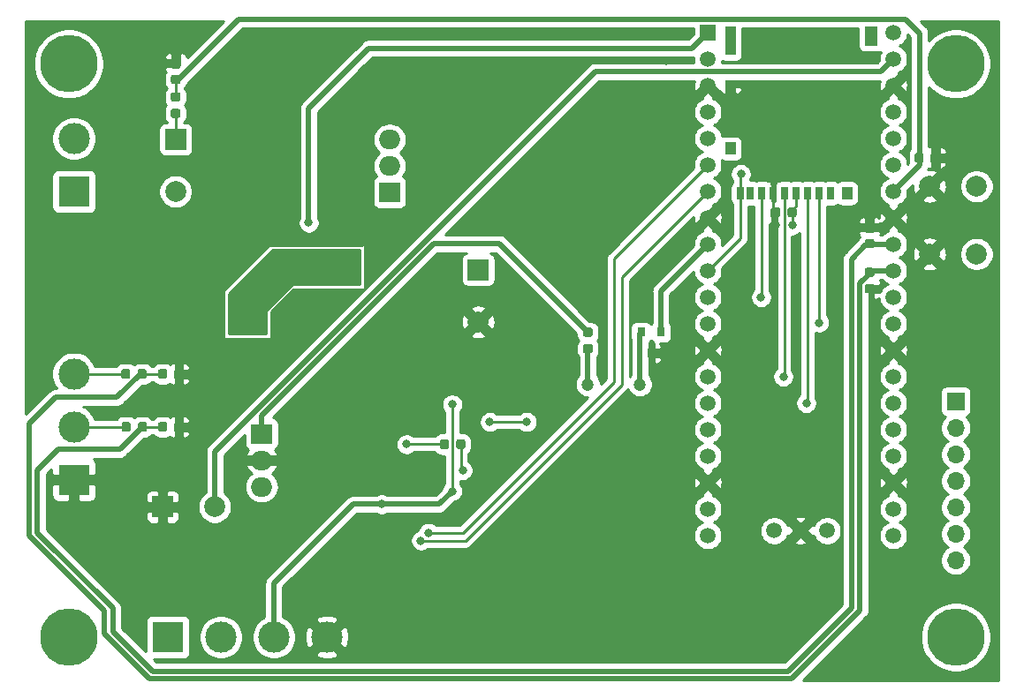
<source format=gbr>
%TF.GenerationSoftware,KiCad,Pcbnew,(5.1.6)-1*%
%TF.CreationDate,2022-03-23T15:28:11-04:00*%
%TF.ProjectId,MPPT_picoShield,4d505054-5f70-4696-936f-536869656c64,rev?*%
%TF.SameCoordinates,Original*%
%TF.FileFunction,Copper,L2,Bot*%
%TF.FilePolarity,Positive*%
%FSLAX46Y46*%
G04 Gerber Fmt 4.6, Leading zero omitted, Abs format (unit mm)*
G04 Created by KiCad (PCBNEW (5.1.6)-1) date 2022-03-23 15:28:11*
%MOMM*%
%LPD*%
G01*
G04 APERTURE LIST*
%TA.AperFunction,ComponentPad*%
%ADD10C,1.500000*%
%TD*%
%TA.AperFunction,ComponentPad*%
%ADD11R,1.500000X1.500000*%
%TD*%
%TA.AperFunction,ComponentPad*%
%ADD12C,2.000000*%
%TD*%
%TA.AperFunction,ComponentPad*%
%ADD13O,2.000000X1.905000*%
%TD*%
%TA.AperFunction,ComponentPad*%
%ADD14R,2.000000X1.905000*%
%TD*%
%TA.AperFunction,SMDPad,CuDef*%
%ADD15R,0.800000X0.900000*%
%TD*%
%TA.AperFunction,ComponentPad*%
%ADD16O,1.700000X1.700000*%
%TD*%
%TA.AperFunction,ComponentPad*%
%ADD17R,1.700000X1.700000*%
%TD*%
%TA.AperFunction,SMDPad,CuDef*%
%ADD18R,1.300000X1.900000*%
%TD*%
%TA.AperFunction,SMDPad,CuDef*%
%ADD19R,1.000000X2.800000*%
%TD*%
%TA.AperFunction,SMDPad,CuDef*%
%ADD20R,1.000000X0.800000*%
%TD*%
%TA.AperFunction,SMDPad,CuDef*%
%ADD21R,1.000000X1.200000*%
%TD*%
%TA.AperFunction,SMDPad,CuDef*%
%ADD22R,0.700000X1.200000*%
%TD*%
%TA.AperFunction,ComponentPad*%
%ADD23C,3.000000*%
%TD*%
%TA.AperFunction,ComponentPad*%
%ADD24R,3.000000X3.000000*%
%TD*%
%TA.AperFunction,ComponentPad*%
%ADD25R,2.000000X2.000000*%
%TD*%
%TA.AperFunction,ComponentPad*%
%ADD26C,1.200000*%
%TD*%
%TA.AperFunction,ViaPad*%
%ADD27C,5.500000*%
%TD*%
%TA.AperFunction,ViaPad*%
%ADD28C,0.800000*%
%TD*%
%TA.AperFunction,Conductor*%
%ADD29C,0.500000*%
%TD*%
%TA.AperFunction,Conductor*%
%ADD30C,0.250000*%
%TD*%
%TA.AperFunction,Conductor*%
%ADD31C,0.254000*%
%TD*%
G04 APERTURE END LIST*
%TO.P,C33,2*%
%TO.N,MPPT_out-*%
%TA.AperFunction,SMDPad,CuDef*%
G36*
G01*
X81493750Y-26137500D02*
X82006250Y-26137500D01*
G75*
G02*
X82225000Y-26356250I0J-218750D01*
G01*
X82225000Y-26793750D01*
G75*
G02*
X82006250Y-27012500I-218750J0D01*
G01*
X81493750Y-27012500D01*
G75*
G02*
X81275000Y-26793750I0J218750D01*
G01*
X81275000Y-26356250D01*
G75*
G02*
X81493750Y-26137500I218750J0D01*
G01*
G37*
%TD.AperFunction*%
%TO.P,C33,1*%
%TO.N,VCell2_sense*%
%TA.AperFunction,SMDPad,CuDef*%
G36*
G01*
X81493750Y-24562500D02*
X82006250Y-24562500D01*
G75*
G02*
X82225000Y-24781250I0J-218750D01*
G01*
X82225000Y-25218750D01*
G75*
G02*
X82006250Y-25437500I-218750J0D01*
G01*
X81493750Y-25437500D01*
G75*
G02*
X81275000Y-25218750I0J218750D01*
G01*
X81275000Y-24781250D01*
G75*
G02*
X81493750Y-24562500I218750J0D01*
G01*
G37*
%TD.AperFunction*%
%TD*%
%TO.P,C32,2*%
%TO.N,MPPT_out-*%
%TA.AperFunction,SMDPad,CuDef*%
G36*
G01*
X82006250Y-21112500D02*
X81493750Y-21112500D01*
G75*
G02*
X81275000Y-20893750I0J218750D01*
G01*
X81275000Y-20456250D01*
G75*
G02*
X81493750Y-20237500I218750J0D01*
G01*
X82006250Y-20237500D01*
G75*
G02*
X82225000Y-20456250I0J-218750D01*
G01*
X82225000Y-20893750D01*
G75*
G02*
X82006250Y-21112500I-218750J0D01*
G01*
G37*
%TD.AperFunction*%
%TO.P,C32,1*%
%TO.N,VCell1_sense*%
%TA.AperFunction,SMDPad,CuDef*%
G36*
G01*
X82006250Y-22687500D02*
X81493750Y-22687500D01*
G75*
G02*
X81275000Y-22468750I0J218750D01*
G01*
X81275000Y-22031250D01*
G75*
G02*
X81493750Y-21812500I218750J0D01*
G01*
X82006250Y-21812500D01*
G75*
G02*
X82225000Y-22031250I0J-218750D01*
G01*
X82225000Y-22468750D01*
G75*
G02*
X82006250Y-22687500I-218750J0D01*
G01*
G37*
%TD.AperFunction*%
%TD*%
%TO.P,C31,2*%
%TO.N,MPPT_out-*%
%TA.AperFunction,SMDPad,CuDef*%
G36*
G01*
X87637500Y-14256250D02*
X87637500Y-13743750D01*
G75*
G02*
X87856250Y-13525000I218750J0D01*
G01*
X88293750Y-13525000D01*
G75*
G02*
X88512500Y-13743750I0J-218750D01*
G01*
X88512500Y-14256250D01*
G75*
G02*
X88293750Y-14475000I-218750J0D01*
G01*
X87856250Y-14475000D01*
G75*
G02*
X87637500Y-14256250I0J218750D01*
G01*
G37*
%TD.AperFunction*%
%TO.P,C31,1*%
%TO.N,Vpv_sense*%
%TA.AperFunction,SMDPad,CuDef*%
G36*
G01*
X86062500Y-14256250D02*
X86062500Y-13743750D01*
G75*
G02*
X86281250Y-13525000I218750J0D01*
G01*
X86718750Y-13525000D01*
G75*
G02*
X86937500Y-13743750I0J-218750D01*
G01*
X86937500Y-14256250D01*
G75*
G02*
X86718750Y-14475000I-218750J0D01*
G01*
X86281250Y-14475000D01*
G75*
G02*
X86062500Y-14256250I0J218750D01*
G01*
G37*
%TD.AperFunction*%
%TD*%
D10*
%TO.P,U1,43*%
%TO.N,Net-(U1-Pad43)*%
X77680000Y-49790000D03*
%TO.P,U1,41*%
%TO.N,Net-(U1-Pad41)*%
X72600000Y-49790000D03*
%TO.P,U1,42*%
%TO.N,MPPT_out-*%
X75140000Y-49790000D03*
%TO.P,U1,38*%
X84030000Y-7080000D03*
%TO.P,U1,40*%
%TO.N,+5V*%
X84030000Y-2000000D03*
%TO.P,U1,34*%
%TO.N,Vpv_sense*%
X84030000Y-17240000D03*
%TO.P,U1,26*%
%TO.N,GP20*%
X84030000Y-37560000D03*
%TO.P,U1,25*%
%TO.N,GP19*%
X84030000Y-40100000D03*
%TO.P,U1,31*%
%TO.N,VCell2_sense*%
X84030000Y-24860000D03*
%TO.P,U1,32*%
%TO.N,VCell1_sense*%
X84030000Y-22320000D03*
%TO.P,U1,39*%
%TO.N,+5V*%
X84030000Y-4540000D03*
%TO.P,U1,33*%
%TO.N,MPPT_out-*%
X84030000Y-19780000D03*
%TO.P,U1,37*%
%TO.N,VCC*%
X84030000Y-9620000D03*
%TO.P,U1,35*%
X84030000Y-14700000D03*
%TO.P,U1,36*%
X84030000Y-12160000D03*
%TO.P,U1,21*%
%TO.N,GP16*%
X84030000Y-50260000D03*
%TO.P,U1,30*%
%TO.N,RESET_SW*%
X84030000Y-27400000D03*
%TO.P,U1,29*%
%TO.N,Net-(U1-Pad29)*%
X84030000Y-29940000D03*
%TO.P,U1,24*%
%TO.N,GP18*%
X84030000Y-42640000D03*
%TO.P,U1,23*%
%TO.N,MPPT_out-*%
X84030000Y-45180000D03*
%TO.P,U1,27*%
%TO.N,GP21*%
X84030000Y-35020000D03*
%TO.P,U1,22*%
%TO.N,GP17*%
X84030000Y-47720000D03*
%TO.P,U1,28*%
%TO.N,MPPT_out-*%
X84030000Y-32480000D03*
%TO.P,U1,13*%
X66250000Y-32480000D03*
%TO.P,U1,11*%
%TO.N,SPI_MISO*%
X66250000Y-27400000D03*
%TO.P,U1,17*%
%TO.N,CRITICAL*%
X66250000Y-42640000D03*
%TO.P,U1,20*%
%TO.N,GP15*%
X66250000Y-50260000D03*
%TO.P,U1,19*%
%TO.N,WARNING*%
X66250000Y-47720000D03*
%TO.P,U1,12*%
%TO.N,SPI_CS*%
X66250000Y-29940000D03*
%TO.P,U1,18*%
%TO.N,MPPT_out-*%
X66250000Y-45180000D03*
%TO.P,U1,14*%
%TO.N,SPI_SCK*%
X66250000Y-35020000D03*
%TO.P,U1,16*%
%TO.N,TC*%
X66250000Y-40100000D03*
%TO.P,U1,15*%
%TO.N,SPI_MOSI*%
X66250000Y-37560000D03*
%TO.P,U1,9*%
%TO.N,Buzzer*%
X66250000Y-22320000D03*
%TO.P,U1,10*%
%TO.N,SD_DETECT*%
X66250000Y-24860000D03*
%TO.P,U1,7*%
%TO.N,I2C0_SCL*%
X66250000Y-17240000D03*
%TO.P,U1,8*%
%TO.N,MPPT_out-*%
X66250000Y-19780000D03*
%TO.P,U1,5*%
%TO.N,OV_LED*%
X66250000Y-12160000D03*
%TO.P,U1,6*%
%TO.N,I2C0_SDA*%
X66250000Y-14700000D03*
%TO.P,U1,3*%
%TO.N,MPPT_out-*%
X66250000Y-7080000D03*
%TO.P,U1,4*%
%TO.N,UV_LED*%
X66250000Y-9620000D03*
%TO.P,U1,2*%
%TO.N,SIG_LED*%
X66250000Y-4540000D03*
D11*
%TO.P,U1,1*%
%TO.N,PWM1*%
X66250000Y-2000000D03*
%TD*%
D12*
%TO.P,SW1,1*%
%TO.N,MPPT_out-*%
X87500000Y-16750000D03*
%TO.P,SW1,2*%
%TO.N,RESET_SW*%
X92000000Y-16750000D03*
%TO.P,SW1,1*%
%TO.N,MPPT_out-*%
X87500000Y-23250000D03*
%TO.P,SW1,2*%
%TO.N,RESET_SW*%
X92000000Y-23250000D03*
%TD*%
D13*
%TO.P,U10,3*%
%TO.N,+5V*%
X23500000Y-45580000D03*
%TO.P,U10,2*%
%TO.N,MPPT_out-*%
X23500000Y-43040000D03*
D14*
%TO.P,U10,1*%
%TO.N,Vbat*%
X23500000Y-40500000D03*
%TD*%
%TO.P,R35,2*%
%TO.N,MPPT_out-*%
%TA.AperFunction,SMDPad,CuDef*%
G36*
G01*
X15137500Y-35006250D02*
X15137500Y-34493750D01*
G75*
G02*
X15356250Y-34275000I218750J0D01*
G01*
X15793750Y-34275000D01*
G75*
G02*
X16012500Y-34493750I0J-218750D01*
G01*
X16012500Y-35006250D01*
G75*
G02*
X15793750Y-35225000I-218750J0D01*
G01*
X15356250Y-35225000D01*
G75*
G02*
X15137500Y-35006250I0J218750D01*
G01*
G37*
%TD.AperFunction*%
%TO.P,R35,1*%
%TO.N,VCell2_sense*%
%TA.AperFunction,SMDPad,CuDef*%
G36*
G01*
X13562500Y-35006250D02*
X13562500Y-34493750D01*
G75*
G02*
X13781250Y-34275000I218750J0D01*
G01*
X14218750Y-34275000D01*
G75*
G02*
X14437500Y-34493750I0J-218750D01*
G01*
X14437500Y-35006250D01*
G75*
G02*
X14218750Y-35225000I-218750J0D01*
G01*
X13781250Y-35225000D01*
G75*
G02*
X13562500Y-35006250I0J218750D01*
G01*
G37*
%TD.AperFunction*%
%TD*%
%TO.P,R34,2*%
%TO.N,VCell2_sense*%
%TA.AperFunction,SMDPad,CuDef*%
G36*
G01*
X11600000Y-35006250D02*
X11600000Y-34493750D01*
G75*
G02*
X11818750Y-34275000I218750J0D01*
G01*
X12256250Y-34275000D01*
G75*
G02*
X12475000Y-34493750I0J-218750D01*
G01*
X12475000Y-35006250D01*
G75*
G02*
X12256250Y-35225000I-218750J0D01*
G01*
X11818750Y-35225000D01*
G75*
G02*
X11600000Y-35006250I0J218750D01*
G01*
G37*
%TD.AperFunction*%
%TO.P,R34,1*%
%TO.N,Net-(D13-Pad1)*%
%TA.AperFunction,SMDPad,CuDef*%
G36*
G01*
X10025000Y-35006250D02*
X10025000Y-34493750D01*
G75*
G02*
X10243750Y-34275000I218750J0D01*
G01*
X10681250Y-34275000D01*
G75*
G02*
X10900000Y-34493750I0J-218750D01*
G01*
X10900000Y-35006250D01*
G75*
G02*
X10681250Y-35225000I-218750J0D01*
G01*
X10243750Y-35225000D01*
G75*
G02*
X10025000Y-35006250I0J218750D01*
G01*
G37*
%TD.AperFunction*%
%TD*%
%TO.P,R33,2*%
%TO.N,MPPT_out-*%
%TA.AperFunction,SMDPad,CuDef*%
G36*
G01*
X15137500Y-40086250D02*
X15137500Y-39573750D01*
G75*
G02*
X15356250Y-39355000I218750J0D01*
G01*
X15793750Y-39355000D01*
G75*
G02*
X16012500Y-39573750I0J-218750D01*
G01*
X16012500Y-40086250D01*
G75*
G02*
X15793750Y-40305000I-218750J0D01*
G01*
X15356250Y-40305000D01*
G75*
G02*
X15137500Y-40086250I0J218750D01*
G01*
G37*
%TD.AperFunction*%
%TO.P,R33,1*%
%TO.N,VCell1_sense*%
%TA.AperFunction,SMDPad,CuDef*%
G36*
G01*
X13562500Y-40086250D02*
X13562500Y-39573750D01*
G75*
G02*
X13781250Y-39355000I218750J0D01*
G01*
X14218750Y-39355000D01*
G75*
G02*
X14437500Y-39573750I0J-218750D01*
G01*
X14437500Y-40086250D01*
G75*
G02*
X14218750Y-40305000I-218750J0D01*
G01*
X13781250Y-40305000D01*
G75*
G02*
X13562500Y-40086250I0J218750D01*
G01*
G37*
%TD.AperFunction*%
%TD*%
%TO.P,R32,2*%
%TO.N,VCell1_sense*%
%TA.AperFunction,SMDPad,CuDef*%
G36*
G01*
X11637500Y-40086250D02*
X11637500Y-39573750D01*
G75*
G02*
X11856250Y-39355000I218750J0D01*
G01*
X12293750Y-39355000D01*
G75*
G02*
X12512500Y-39573750I0J-218750D01*
G01*
X12512500Y-40086250D01*
G75*
G02*
X12293750Y-40305000I-218750J0D01*
G01*
X11856250Y-40305000D01*
G75*
G02*
X11637500Y-40086250I0J218750D01*
G01*
G37*
%TD.AperFunction*%
%TO.P,R32,1*%
%TO.N,Net-(J2-Pad2)*%
%TA.AperFunction,SMDPad,CuDef*%
G36*
G01*
X10062500Y-40086250D02*
X10062500Y-39573750D01*
G75*
G02*
X10281250Y-39355000I218750J0D01*
G01*
X10718750Y-39355000D01*
G75*
G02*
X10937500Y-39573750I0J-218750D01*
G01*
X10937500Y-40086250D01*
G75*
G02*
X10718750Y-40305000I-218750J0D01*
G01*
X10281250Y-40305000D01*
G75*
G02*
X10062500Y-40086250I0J218750D01*
G01*
G37*
%TD.AperFunction*%
%TD*%
%TO.P,R31,2*%
%TO.N,MPPT_out-*%
%TA.AperFunction,SMDPad,CuDef*%
G36*
G01*
X15506250Y-5362500D02*
X14993750Y-5362500D01*
G75*
G02*
X14775000Y-5143750I0J218750D01*
G01*
X14775000Y-4706250D01*
G75*
G02*
X14993750Y-4487500I218750J0D01*
G01*
X15506250Y-4487500D01*
G75*
G02*
X15725000Y-4706250I0J-218750D01*
G01*
X15725000Y-5143750D01*
G75*
G02*
X15506250Y-5362500I-218750J0D01*
G01*
G37*
%TD.AperFunction*%
%TO.P,R31,1*%
%TO.N,Vpv_sense*%
%TA.AperFunction,SMDPad,CuDef*%
G36*
G01*
X15506250Y-6937500D02*
X14993750Y-6937500D01*
G75*
G02*
X14775000Y-6718750I0J218750D01*
G01*
X14775000Y-6281250D01*
G75*
G02*
X14993750Y-6062500I218750J0D01*
G01*
X15506250Y-6062500D01*
G75*
G02*
X15725000Y-6281250I0J-218750D01*
G01*
X15725000Y-6718750D01*
G75*
G02*
X15506250Y-6937500I-218750J0D01*
G01*
G37*
%TD.AperFunction*%
%TD*%
%TO.P,R30,2*%
%TO.N,Vpv_sense*%
%TA.AperFunction,SMDPad,CuDef*%
G36*
G01*
X15506250Y-8612500D02*
X14993750Y-8612500D01*
G75*
G02*
X14775000Y-8393750I0J218750D01*
G01*
X14775000Y-7956250D01*
G75*
G02*
X14993750Y-7737500I218750J0D01*
G01*
X15506250Y-7737500D01*
G75*
G02*
X15725000Y-7956250I0J-218750D01*
G01*
X15725000Y-8393750D01*
G75*
G02*
X15506250Y-8612500I-218750J0D01*
G01*
G37*
%TD.AperFunction*%
%TO.P,R30,1*%
%TO.N,Net-(C1-Pad1)*%
%TA.AperFunction,SMDPad,CuDef*%
G36*
G01*
X15506250Y-10187500D02*
X14993750Y-10187500D01*
G75*
G02*
X14775000Y-9968750I0J218750D01*
G01*
X14775000Y-9531250D01*
G75*
G02*
X14993750Y-9312500I218750J0D01*
G01*
X15506250Y-9312500D01*
G75*
G02*
X15725000Y-9531250I0J-218750D01*
G01*
X15725000Y-9968750D01*
G75*
G02*
X15506250Y-10187500I-218750J0D01*
G01*
G37*
%TD.AperFunction*%
%TD*%
%TO.P,R13,2*%
%TO.N,Net-(R13-Pad2)*%
%TA.AperFunction,SMDPad,CuDef*%
G36*
G01*
X42137500Y-41748751D02*
X42137500Y-41236251D01*
G75*
G02*
X42356250Y-41017501I218750J0D01*
G01*
X42793750Y-41017501D01*
G75*
G02*
X43012500Y-41236251I0J-218750D01*
G01*
X43012500Y-41748751D01*
G75*
G02*
X42793750Y-41967501I-218750J0D01*
G01*
X42356250Y-41967501D01*
G75*
G02*
X42137500Y-41748751I0J218750D01*
G01*
G37*
%TD.AperFunction*%
%TO.P,R13,1*%
%TO.N,Net-(R13-Pad1)*%
%TA.AperFunction,SMDPad,CuDef*%
G36*
G01*
X40562500Y-41748751D02*
X40562500Y-41236251D01*
G75*
G02*
X40781250Y-41017501I218750J0D01*
G01*
X41218750Y-41017501D01*
G75*
G02*
X41437500Y-41236251I0J-218750D01*
G01*
X41437500Y-41748751D01*
G75*
G02*
X41218750Y-41967501I-218750J0D01*
G01*
X40781250Y-41967501D01*
G75*
G02*
X40562500Y-41748751I0J218750D01*
G01*
G37*
%TD.AperFunction*%
%TD*%
%TO.P,R6,2*%
%TO.N,Net-(BZ1-Pad1)*%
%TA.AperFunction,SMDPad,CuDef*%
G36*
G01*
X54493750Y-31887500D02*
X55006250Y-31887500D01*
G75*
G02*
X55225000Y-32106250I0J-218750D01*
G01*
X55225000Y-32543750D01*
G75*
G02*
X55006250Y-32762500I-218750J0D01*
G01*
X54493750Y-32762500D01*
G75*
G02*
X54275000Y-32543750I0J218750D01*
G01*
X54275000Y-32106250D01*
G75*
G02*
X54493750Y-31887500I218750J0D01*
G01*
G37*
%TD.AperFunction*%
%TO.P,R6,1*%
%TO.N,Vbat*%
%TA.AperFunction,SMDPad,CuDef*%
G36*
G01*
X54493750Y-30312500D02*
X55006250Y-30312500D01*
G75*
G02*
X55225000Y-30531250I0J-218750D01*
G01*
X55225000Y-30968750D01*
G75*
G02*
X55006250Y-31187500I-218750J0D01*
G01*
X54493750Y-31187500D01*
G75*
G02*
X54275000Y-30968750I0J218750D01*
G01*
X54275000Y-30531250D01*
G75*
G02*
X54493750Y-30312500I218750J0D01*
G01*
G37*
%TD.AperFunction*%
%TD*%
D15*
%TO.P,Q3,3*%
%TO.N,MPPT_out-*%
X60800000Y-32750000D03*
%TO.P,Q3,2*%
%TO.N,Buzzer*%
X61750000Y-30750000D03*
%TO.P,Q3,1*%
%TO.N,Net-(BZ1-Pad2)*%
X59850000Y-30750000D03*
%TD*%
D13*
%TO.P,Q1,3*%
%TO.N,QS1*%
X35750000Y-12250000D03*
%TO.P,Q1,2*%
%TO.N,Net-(D12-Pad1)*%
X35750000Y-14790000D03*
D14*
%TO.P,Q1,1*%
%TO.N,Drive1*%
X35750000Y-17330000D03*
%TD*%
D16*
%TO.P,J5,7*%
%TO.N,GP15*%
X90000000Y-52620000D03*
%TO.P,J5,6*%
%TO.N,GP16*%
X90000000Y-50080000D03*
%TO.P,J5,5*%
%TO.N,GP17*%
X90000000Y-47540000D03*
%TO.P,J5,4*%
%TO.N,GP18*%
X90000000Y-45000000D03*
%TO.P,J5,3*%
%TO.N,GP19*%
X90000000Y-42460000D03*
%TO.P,J5,2*%
%TO.N,GP20*%
X90000000Y-39920000D03*
D17*
%TO.P,J5,1*%
%TO.N,GP21*%
X90000000Y-37380000D03*
%TD*%
D18*
%TO.P,J4,MP6*%
%TO.N,N/C*%
X81925000Y-2312000D03*
D19*
%TO.P,J4,MP5*%
X68425000Y-2763000D03*
D20*
%TO.P,J4,10*%
%TO.N,MPPT_out-*%
X68425000Y-6913000D03*
D21*
%TO.P,J4,MP3*%
%TO.N,N/C*%
X68425000Y-13112000D03*
D22*
%TO.P,J4,9*%
%TO.N,SD_DETECT*%
X69375000Y-17412000D03*
D21*
%TO.P,J4,MP1*%
%TO.N,N/C*%
X79575000Y-17412000D03*
D22*
%TO.P,J4,8*%
%TO.N,Net-(J4-Pad8)*%
X70325000Y-17412000D03*
%TO.P,J4,7*%
%TO.N,SPI_MISO*%
X71425000Y-17412000D03*
%TO.P,J4,6*%
%TO.N,MPPT_out-*%
X72525000Y-17412000D03*
%TO.P,J4,5*%
%TO.N,SPI_SCK*%
X73625000Y-17412000D03*
%TO.P,J4,4*%
%TO.N,VCC*%
X74725000Y-17412000D03*
%TO.P,J4,3*%
%TO.N,SPI_MOSI*%
X75825000Y-17412000D03*
%TO.P,J4,2*%
%TO.N,SPI_CS*%
X76925000Y-17412000D03*
%TO.P,J4,1*%
%TO.N,Net-(J4-Pad1)*%
X78025000Y-17412000D03*
%TD*%
D23*
%TO.P,J3,4*%
%TO.N,MPPT_out-*%
X29740000Y-60000000D03*
D24*
%TO.P,J3,1*%
%TO.N,Vbat*%
X14500000Y-60000000D03*
D23*
%TO.P,J3,3*%
%TO.N,VCC*%
X24660000Y-60000000D03*
%TO.P,J3,2*%
%TO.N,+5V*%
X19580000Y-60000000D03*
%TD*%
%TO.P,J2,3*%
%TO.N,Net-(D13-Pad1)*%
X5500000Y-34750000D03*
%TO.P,J2,2*%
%TO.N,Net-(J2-Pad2)*%
X5500000Y-39830000D03*
D24*
%TO.P,J2,1*%
%TO.N,MPPT_out-*%
X5500000Y-44910000D03*
%TD*%
D23*
%TO.P,J1,2*%
%TO.N,Net-(C1-Pad1)*%
X5500000Y-12170000D03*
D24*
%TO.P,J1,1*%
%TO.N,Net-(C1-Pad2)*%
X5500000Y-17250000D03*
%TD*%
%TO.P,C11,2*%
%TO.N,MPPT_out-*%
%TA.AperFunction,SMDPad,CuDef*%
G36*
G01*
X73187500Y-18993750D02*
X73187500Y-19506250D01*
G75*
G02*
X72968750Y-19725000I-218750J0D01*
G01*
X72531250Y-19725000D01*
G75*
G02*
X72312500Y-19506250I0J218750D01*
G01*
X72312500Y-18993750D01*
G75*
G02*
X72531250Y-18775000I218750J0D01*
G01*
X72968750Y-18775000D01*
G75*
G02*
X73187500Y-18993750I0J-218750D01*
G01*
G37*
%TD.AperFunction*%
%TO.P,C11,1*%
%TO.N,VCC*%
%TA.AperFunction,SMDPad,CuDef*%
G36*
G01*
X74762500Y-18993750D02*
X74762500Y-19506250D01*
G75*
G02*
X74543750Y-19725000I-218750J0D01*
G01*
X74106250Y-19725000D01*
G75*
G02*
X73887500Y-19506250I0J218750D01*
G01*
X73887500Y-18993750D01*
G75*
G02*
X74106250Y-18775000I218750J0D01*
G01*
X74543750Y-18775000D01*
G75*
G02*
X74762500Y-18993750I0J-218750D01*
G01*
G37*
%TD.AperFunction*%
%TD*%
D12*
%TO.P,C5,2*%
%TO.N,+5V*%
X19000000Y-47500000D03*
D25*
%TO.P,C5,1*%
%TO.N,MPPT_out-*%
X14000000Y-47500000D03*
%TD*%
D12*
%TO.P,C2,2*%
%TO.N,MPPT_out-*%
X44250000Y-29750000D03*
D25*
%TO.P,C2,1*%
%TO.N,MPPT_out+*%
X44250000Y-24750000D03*
%TD*%
D12*
%TO.P,C1,2*%
%TO.N,Net-(C1-Pad2)*%
X15250000Y-17250000D03*
D25*
%TO.P,C1,1*%
%TO.N,Net-(C1-Pad1)*%
X15250000Y-12250000D03*
%TD*%
D26*
%TO.P,BZ1,2*%
%TO.N,Net-(BZ1-Pad2)*%
X59750000Y-35750000D03*
%TO.P,BZ1,1*%
%TO.N,Net-(BZ1-Pad1)*%
X54750000Y-35750000D03*
%TD*%
D27*
%TO.N,*%
X5000000Y-5000000D03*
X5000000Y-60000000D03*
X90000000Y-5000000D03*
X90000000Y-60000000D03*
D28*
%TO.N,MPPT_out-*%
X36750000Y-45750000D03*
X62250000Y-4750000D03*
X31500000Y-20500000D03*
X33750000Y-44250000D03*
X39250000Y-43500000D03*
X72750000Y-20500000D03*
X33500000Y-32750000D03*
X33500000Y-37000000D03*
X75250000Y-3250000D03*
%TO.N,MPPT_out+*%
X21000000Y-29250000D03*
X22000000Y-29250000D03*
X23000000Y-29250000D03*
X23000000Y-30250000D03*
X22000000Y-30250000D03*
X21000000Y-30250000D03*
X31250000Y-25500000D03*
X31250000Y-24500000D03*
X31250000Y-23500000D03*
X32250000Y-23500000D03*
X32250000Y-24500000D03*
X32250000Y-25500000D03*
%TO.N,VCC*%
X35000000Y-47250000D03*
X74325000Y-20500000D03*
X41750000Y-46000000D03*
X41750000Y-37675000D03*
%TO.N,SD_DETECT*%
X69425000Y-15575000D03*
%TO.N,SPI_MISO*%
X71350000Y-27400000D03*
%TO.N,SPI_SCK*%
X73480000Y-35020000D03*
%TO.N,SPI_MOSI*%
X75690000Y-37560000D03*
%TO.N,SPI_CS*%
X76925000Y-29825000D03*
%TO.N,PWM1*%
X28000000Y-20250000D03*
%TO.N,I2C0_SDA*%
X39500000Y-50000000D03*
%TO.N,I2C0_SCL*%
X38750000Y-50750000D03*
%TO.N,Net-(R13-Pad2)*%
X42750000Y-44000000D03*
%TO.N,Net-(R13-Pad1)*%
X37387500Y-41492501D03*
%TO.N,TC*%
X45362500Y-39362500D03*
X48887500Y-39362500D03*
%TD*%
D29*
%TO.N,Net-(BZ1-Pad2)*%
X59750000Y-30850000D02*
X59850000Y-30750000D01*
X59750000Y-35750000D02*
X59750000Y-30850000D01*
%TO.N,Net-(BZ1-Pad1)*%
X54750000Y-35750000D02*
X54750000Y-32325000D01*
D30*
%TO.N,Net-(C1-Pad1)*%
X15250000Y-12250000D02*
X15250000Y-9750000D01*
%TO.N,MPPT_out-*%
X72525000Y-18775000D02*
X72750000Y-19000000D01*
X72525000Y-17162000D02*
X72525000Y-18775000D01*
X72750000Y-19000000D02*
X72750000Y-20250000D01*
X72750000Y-20250000D02*
X72750000Y-20250000D01*
D29*
%TO.N,Vbat*%
X23500000Y-40500000D02*
X23500000Y-38727460D01*
X23500000Y-38727460D02*
X39977460Y-22250000D01*
X54750000Y-30750000D02*
X46250000Y-22250000D01*
X39977460Y-22250000D02*
X46250000Y-22250000D01*
%TO.N,+5V*%
X55497497Y-5740001D02*
X19000000Y-42237498D01*
X82829999Y-5740001D02*
X55497497Y-5740001D01*
X19000000Y-42237498D02*
X19000000Y-47500000D01*
X84030000Y-4540000D02*
X82829999Y-5740001D01*
D30*
%TO.N,VCC*%
X74725000Y-18600000D02*
X74325000Y-19000000D01*
X74725000Y-17162000D02*
X74725000Y-18600000D01*
X74325000Y-19000000D02*
X74325000Y-20175000D01*
X74325000Y-20175000D02*
X74325000Y-20175000D01*
D29*
X24660000Y-60000000D02*
X24660000Y-54840000D01*
X32250000Y-47250000D02*
X35000000Y-47250000D01*
X24660000Y-54840000D02*
X32250000Y-47250000D01*
D30*
X41762510Y-45987490D02*
X41750000Y-46000000D01*
X41750000Y-37675000D02*
X41762510Y-37687510D01*
X41762510Y-37687510D02*
X41762510Y-45987490D01*
D29*
X40500000Y-47250000D02*
X41750000Y-46000000D01*
X35000000Y-47250000D02*
X40500000Y-47250000D01*
D30*
%TO.N,Net-(D13-Pad1)*%
X5500000Y-34750000D02*
X10462500Y-34750000D01*
%TO.N,Net-(J2-Pad2)*%
X5500000Y-39830000D02*
X10500000Y-39830000D01*
%TO.N,SD_DETECT*%
X69375000Y-15625000D02*
X69425000Y-15575000D01*
X69375000Y-17162000D02*
X69375000Y-15625000D01*
X69375000Y-21735000D02*
X69375000Y-17412000D01*
X66250000Y-24860000D02*
X69375000Y-21735000D01*
%TO.N,SPI_MISO*%
X71425000Y-27325000D02*
X71350000Y-27400000D01*
X71425000Y-17412000D02*
X71425000Y-27325000D01*
%TO.N,SPI_SCK*%
X73562490Y-34937510D02*
X73480000Y-35020000D01*
X73625000Y-17162000D02*
X73562490Y-17224510D01*
X73562490Y-17224510D02*
X73562490Y-34937510D01*
%TO.N,SPI_MOSI*%
X75825000Y-37425000D02*
X75690000Y-37560000D01*
X75825000Y-17162000D02*
X75825000Y-37425000D01*
%TO.N,SPI_CS*%
X76925000Y-17162000D02*
X76925000Y-29825000D01*
D29*
%TO.N,PWM1*%
X66250000Y-2000000D02*
X64750000Y-3500000D01*
X64750000Y-3500000D02*
X33750000Y-3500000D01*
X28000000Y-9250000D02*
X28000000Y-20250000D01*
X33750000Y-3500000D02*
X28000000Y-9250000D01*
%TO.N,Buzzer*%
X61750000Y-26820000D02*
X66250000Y-22320000D01*
X61750000Y-30750000D02*
X61750000Y-26820000D01*
D30*
%TO.N,I2C0_SDA*%
X39500000Y-50000000D02*
X42750000Y-50000000D01*
X42750000Y-50000000D02*
X57250000Y-35500000D01*
X57250000Y-23700000D02*
X66250000Y-14700000D01*
X57250000Y-35500000D02*
X57250000Y-23700000D01*
%TO.N,I2C0_SCL*%
X38750000Y-50750000D02*
X43000000Y-50750000D01*
X43000000Y-50750000D02*
X58000000Y-35750000D01*
X58000000Y-25490000D02*
X66250000Y-17240000D01*
X58000000Y-35750000D02*
X58000000Y-25490000D01*
%TO.N,Net-(R13-Pad2)*%
X42575000Y-43825000D02*
X42750000Y-44000000D01*
X42575000Y-41492501D02*
X42575000Y-43825000D01*
%TO.N,Net-(R13-Pad1)*%
X37387500Y-41492501D02*
X41000000Y-41492501D01*
%TO.N,TC*%
X45362500Y-39362500D02*
X48887500Y-39362500D01*
X48887500Y-39362500D02*
X48887500Y-39362500D01*
%TO.N,VCell1_sense*%
X12075000Y-39830000D02*
X14000000Y-39830000D01*
D29*
X12075000Y-39830000D02*
X9905000Y-42000000D01*
X9905000Y-42000000D02*
X4000000Y-42000000D01*
X4000000Y-42000000D02*
X2000000Y-44000000D01*
X2000000Y-50010038D02*
X9239962Y-57250000D01*
X2000000Y-44000000D02*
X2000000Y-50010038D01*
X9239962Y-57250000D02*
X9239962Y-59500000D01*
X9239962Y-59500000D02*
X13039952Y-63299990D01*
X13039952Y-63299990D02*
X73950010Y-63299990D01*
X73950010Y-63299990D02*
X73960048Y-63299990D01*
X80000000Y-23750000D02*
X80000000Y-57250000D01*
X84030000Y-22320000D02*
X81430000Y-22320000D01*
X80000000Y-57250000D02*
X73950010Y-63299990D01*
X81430000Y-22320000D02*
X80000000Y-23750000D01*
D30*
%TO.N,VCell2_sense*%
X12037500Y-34750000D02*
X14000000Y-34750000D01*
D29*
X82044228Y-24860000D02*
X84030000Y-24860000D01*
X80824990Y-26079238D02*
X82044228Y-24860000D01*
X1250000Y-39500000D02*
X1250000Y-50250000D01*
X9633272Y-37000000D02*
X3750000Y-37000000D01*
X1250000Y-50250000D02*
X8450001Y-57450001D01*
X12037500Y-34750000D02*
X11883272Y-34750000D01*
X3750000Y-37000000D02*
X1250000Y-39500000D01*
X8450001Y-57450001D02*
X8450001Y-59700001D01*
X8450001Y-59700001D02*
X12750000Y-64000000D01*
X12750000Y-64000000D02*
X74250000Y-64000000D01*
X11883272Y-34750000D02*
X9633272Y-37000000D01*
X80824990Y-57425010D02*
X80824990Y-26079238D01*
X74250000Y-64000000D02*
X80824990Y-57425010D01*
D30*
%TO.N,Vpv_sense*%
X15250000Y-8175000D02*
X15250000Y-6500000D01*
D29*
X15500000Y-6500000D02*
X15250000Y-6500000D01*
X86549999Y-2049999D02*
X85200010Y-700010D01*
X84030000Y-17240000D02*
X86549999Y-14720001D01*
X85200010Y-700010D02*
X21299990Y-700010D01*
X86549999Y-14720001D02*
X86549999Y-2049999D01*
X21299990Y-700010D02*
X15500000Y-6500000D01*
%TD*%
D31*
%TO.N,MPPT_out+*%
G36*
X32873000Y-26123000D02*
G01*
X26500000Y-26123000D01*
X26475224Y-26125440D01*
X26451399Y-26132667D01*
X26429443Y-26144403D01*
X26410197Y-26160197D01*
X23910197Y-28660197D01*
X23894403Y-28679443D01*
X23882667Y-28701399D01*
X23875440Y-28725224D01*
X23873000Y-28750000D01*
X23873000Y-30873000D01*
X20377000Y-30873000D01*
X20377000Y-27052606D01*
X24552606Y-22877000D01*
X32873000Y-22877000D01*
X32873000Y-26123000D01*
G37*
X32873000Y-26123000D02*
X26500000Y-26123000D01*
X26475224Y-26125440D01*
X26451399Y-26132667D01*
X26429443Y-26144403D01*
X26410197Y-26160197D01*
X23910197Y-28660197D01*
X23894403Y-28679443D01*
X23882667Y-28701399D01*
X23875440Y-28725224D01*
X23873000Y-28750000D01*
X23873000Y-30873000D01*
X20377000Y-30873000D01*
X20377000Y-27052606D01*
X24552606Y-22877000D01*
X32873000Y-22877000D01*
X32873000Y-26123000D01*
%TO.N,MPPT_out-*%
G36*
X16353208Y-4395213D02*
G01*
X16348193Y-4350510D01*
X16309493Y-4231563D01*
X16248331Y-4122452D01*
X16167058Y-4027369D01*
X16068797Y-3949969D01*
X15957324Y-3893226D01*
X15836923Y-3859321D01*
X15756750Y-3852500D01*
X15598000Y-4011250D01*
X15598000Y-4614500D01*
X15643000Y-4614500D01*
X15643000Y-5105422D01*
X15430422Y-5318000D01*
X14902000Y-5318000D01*
X14902000Y-5235500D01*
X14298750Y-5235500D01*
X14140000Y-5394250D01*
X14151807Y-5499490D01*
X14190507Y-5618437D01*
X14251669Y-5727548D01*
X14299323Y-5783299D01*
X14281329Y-5805225D01*
X14202150Y-5953358D01*
X14153392Y-6114092D01*
X14136928Y-6281250D01*
X14136928Y-6718750D01*
X14153392Y-6885908D01*
X14202150Y-7046642D01*
X14281329Y-7194775D01*
X14387885Y-7324615D01*
X14403586Y-7337500D01*
X14387885Y-7350385D01*
X14281329Y-7480225D01*
X14202150Y-7628358D01*
X14153392Y-7789092D01*
X14136928Y-7956250D01*
X14136928Y-8393750D01*
X14153392Y-8560908D01*
X14202150Y-8721642D01*
X14281329Y-8869775D01*
X14357426Y-8962500D01*
X14281329Y-9055225D01*
X14202150Y-9203358D01*
X14153392Y-9364092D01*
X14136928Y-9531250D01*
X14136928Y-9968750D01*
X14153392Y-10135908D01*
X14202150Y-10296642D01*
X14281329Y-10444775D01*
X14387885Y-10574615D01*
X14433351Y-10611928D01*
X14250000Y-10611928D01*
X14125518Y-10624188D01*
X14005820Y-10660498D01*
X13895506Y-10719463D01*
X13798815Y-10798815D01*
X13719463Y-10895506D01*
X13660498Y-11005820D01*
X13624188Y-11125518D01*
X13611928Y-11250000D01*
X13611928Y-13250000D01*
X13624188Y-13374482D01*
X13660498Y-13494180D01*
X13719463Y-13604494D01*
X13798815Y-13701185D01*
X13895506Y-13780537D01*
X14005820Y-13839502D01*
X14125518Y-13875812D01*
X14250000Y-13888072D01*
X16250000Y-13888072D01*
X16374482Y-13875812D01*
X16494180Y-13839502D01*
X16604494Y-13780537D01*
X16701185Y-13701185D01*
X16780537Y-13604494D01*
X16839502Y-13494180D01*
X16875812Y-13374482D01*
X16888072Y-13250000D01*
X16888072Y-11250000D01*
X16875812Y-11125518D01*
X16839502Y-11005820D01*
X16780537Y-10895506D01*
X16701185Y-10798815D01*
X16604494Y-10719463D01*
X16494180Y-10660498D01*
X16374482Y-10624188D01*
X16250000Y-10611928D01*
X16066649Y-10611928D01*
X16112115Y-10574615D01*
X16218671Y-10444775D01*
X16297850Y-10296642D01*
X16346608Y-10135908D01*
X16363072Y-9968750D01*
X16363072Y-9531250D01*
X16346608Y-9364092D01*
X16297850Y-9203358D01*
X16218671Y-9055225D01*
X16142574Y-8962500D01*
X16218671Y-8869775D01*
X16297850Y-8721642D01*
X16346608Y-8560908D01*
X16363072Y-8393750D01*
X16363072Y-7956250D01*
X16346608Y-7789092D01*
X16297850Y-7628358D01*
X16218671Y-7480225D01*
X16112115Y-7350385D01*
X16096414Y-7337500D01*
X16112115Y-7324615D01*
X16218671Y-7194775D01*
X16297850Y-7046642D01*
X16338308Y-6913270D01*
X21666569Y-1585010D01*
X33360662Y-1585010D01*
X33347861Y-2711457D01*
X33255941Y-2760589D01*
X33255939Y-2760590D01*
X33255940Y-2760590D01*
X33154953Y-2843468D01*
X33154951Y-2843470D01*
X33121183Y-2871183D01*
X33093470Y-2904951D01*
X27404956Y-8593466D01*
X27371183Y-8621183D01*
X27260589Y-8755942D01*
X27178411Y-8909688D01*
X27155164Y-8986323D01*
X27137530Y-9044454D01*
X27127805Y-9076511D01*
X27115000Y-9206524D01*
X27115000Y-9206531D01*
X27110719Y-9250000D01*
X27115000Y-9293469D01*
X27115001Y-19711544D01*
X27082795Y-19759744D01*
X27004774Y-19948102D01*
X26965000Y-20148061D01*
X26965000Y-20351939D01*
X27004774Y-20551898D01*
X27082795Y-20740256D01*
X27196063Y-20909774D01*
X27340226Y-21053937D01*
X27509744Y-21167205D01*
X27698102Y-21245226D01*
X27898061Y-21285000D01*
X28101939Y-21285000D01*
X28301898Y-21245226D01*
X28490256Y-21167205D01*
X28659774Y-21053937D01*
X28803937Y-20909774D01*
X28917205Y-20740256D01*
X28995226Y-20551898D01*
X29035000Y-20351939D01*
X29035000Y-20148061D01*
X28995226Y-19948102D01*
X28917205Y-19759744D01*
X28885000Y-19711546D01*
X28885000Y-9616578D01*
X33319789Y-5181790D01*
X33124435Y-22373000D01*
X24250000Y-22373000D01*
X24225224Y-22375440D01*
X24201399Y-22382667D01*
X24179443Y-22394403D01*
X24160197Y-22410197D01*
X19910197Y-26660197D01*
X19894403Y-26679443D01*
X19882667Y-26701399D01*
X19875440Y-26725224D01*
X19873000Y-26750000D01*
X19873000Y-40112920D01*
X18404956Y-41580964D01*
X18371183Y-41608681D01*
X18260589Y-41743440D01*
X18178411Y-41897186D01*
X18127805Y-42064009D01*
X18115000Y-42194022D01*
X18115000Y-42194029D01*
X18110719Y-42237498D01*
X18115000Y-42280967D01*
X18115001Y-46124940D01*
X17957748Y-46230013D01*
X17730013Y-46457748D01*
X17551082Y-46725537D01*
X17427832Y-47023088D01*
X17365000Y-47338967D01*
X17365000Y-47661033D01*
X17427832Y-47976912D01*
X17551082Y-48274463D01*
X17730013Y-48542252D01*
X17957748Y-48769987D01*
X18225537Y-48948918D01*
X18523088Y-49072168D01*
X18838967Y-49135000D01*
X19161033Y-49135000D01*
X19476912Y-49072168D01*
X19774463Y-48948918D01*
X19873000Y-48883078D01*
X19873000Y-57881454D01*
X19790279Y-57865000D01*
X19369721Y-57865000D01*
X18957244Y-57947047D01*
X18568698Y-58107988D01*
X18219017Y-58341637D01*
X17921637Y-58639017D01*
X17687988Y-58988698D01*
X17527047Y-59377244D01*
X17445000Y-59789721D01*
X17445000Y-60210279D01*
X17527047Y-60622756D01*
X17687988Y-61011302D01*
X17921637Y-61360983D01*
X18219017Y-61658363D01*
X18568698Y-61892012D01*
X18957244Y-62052953D01*
X19369721Y-62135000D01*
X19790279Y-62135000D01*
X19873000Y-62118546D01*
X19873000Y-62414990D01*
X13406531Y-62414990D01*
X13129613Y-62138072D01*
X16000000Y-62138072D01*
X16124482Y-62125812D01*
X16244180Y-62089502D01*
X16354494Y-62030537D01*
X16451185Y-61951185D01*
X16530537Y-61854494D01*
X16589502Y-61744180D01*
X16625812Y-61624482D01*
X16638072Y-61500000D01*
X16638072Y-58500000D01*
X16625812Y-58375518D01*
X16589502Y-58255820D01*
X16530537Y-58145506D01*
X16451185Y-58048815D01*
X16354494Y-57969463D01*
X16244180Y-57910498D01*
X16124482Y-57874188D01*
X16000000Y-57861928D01*
X13000000Y-57861928D01*
X12875518Y-57874188D01*
X12755820Y-57910498D01*
X12645506Y-57969463D01*
X12548815Y-58048815D01*
X12469463Y-58145506D01*
X12410498Y-58255820D01*
X12374188Y-58375518D01*
X12361928Y-58500000D01*
X12361928Y-61370387D01*
X10124962Y-59133422D01*
X10124962Y-57293465D01*
X10129243Y-57249999D01*
X10124962Y-57206533D01*
X10124962Y-57206523D01*
X10112157Y-57076510D01*
X10061551Y-56909687D01*
X9979373Y-56755941D01*
X9868779Y-56621183D01*
X9835013Y-56593472D01*
X2885000Y-49643460D01*
X2885000Y-48500000D01*
X12361928Y-48500000D01*
X12374188Y-48624482D01*
X12410498Y-48744180D01*
X12469463Y-48854494D01*
X12548815Y-48951185D01*
X12645506Y-49030537D01*
X12755820Y-49089502D01*
X12875518Y-49125812D01*
X13000000Y-49138072D01*
X13468250Y-49135000D01*
X13627000Y-48976250D01*
X13627000Y-47873000D01*
X14373000Y-47873000D01*
X14373000Y-48976250D01*
X14531750Y-49135000D01*
X15000000Y-49138072D01*
X15124482Y-49125812D01*
X15244180Y-49089502D01*
X15354494Y-49030537D01*
X15451185Y-48951185D01*
X15530537Y-48854494D01*
X15589502Y-48744180D01*
X15625812Y-48624482D01*
X15638072Y-48500000D01*
X15635000Y-48031750D01*
X15476250Y-47873000D01*
X14373000Y-47873000D01*
X13627000Y-47873000D01*
X12523750Y-47873000D01*
X12365000Y-48031750D01*
X12361928Y-48500000D01*
X2885000Y-48500000D01*
X2885000Y-46410000D01*
X3361928Y-46410000D01*
X3374188Y-46534482D01*
X3410498Y-46654180D01*
X3469463Y-46764494D01*
X3548815Y-46861185D01*
X3645506Y-46940537D01*
X3755820Y-46999502D01*
X3875518Y-47035812D01*
X4000000Y-47048072D01*
X4968250Y-47045000D01*
X5127000Y-46886250D01*
X5127000Y-45283000D01*
X5873000Y-45283000D01*
X5873000Y-46886250D01*
X6031750Y-47045000D01*
X7000000Y-47048072D01*
X7124482Y-47035812D01*
X7244180Y-46999502D01*
X7354494Y-46940537D01*
X7451185Y-46861185D01*
X7530537Y-46764494D01*
X7589502Y-46654180D01*
X7625812Y-46534482D01*
X7629208Y-46500000D01*
X12361928Y-46500000D01*
X12365000Y-46968250D01*
X12523750Y-47127000D01*
X13627000Y-47127000D01*
X13627000Y-46023750D01*
X14373000Y-46023750D01*
X14373000Y-47127000D01*
X15476250Y-47127000D01*
X15635000Y-46968250D01*
X15638072Y-46500000D01*
X15625812Y-46375518D01*
X15589502Y-46255820D01*
X15530537Y-46145506D01*
X15451185Y-46048815D01*
X15354494Y-45969463D01*
X15244180Y-45910498D01*
X15124482Y-45874188D01*
X15000000Y-45861928D01*
X14531750Y-45865000D01*
X14373000Y-46023750D01*
X13627000Y-46023750D01*
X13468250Y-45865000D01*
X13000000Y-45861928D01*
X12875518Y-45874188D01*
X12755820Y-45910498D01*
X12645506Y-45969463D01*
X12548815Y-46048815D01*
X12469463Y-46145506D01*
X12410498Y-46255820D01*
X12374188Y-46375518D01*
X12361928Y-46500000D01*
X7629208Y-46500000D01*
X7638072Y-46410000D01*
X7635000Y-45441750D01*
X7476250Y-45283000D01*
X5873000Y-45283000D01*
X5127000Y-45283000D01*
X3523750Y-45283000D01*
X3365000Y-45441750D01*
X3361928Y-46410000D01*
X2885000Y-46410000D01*
X2885000Y-44366578D01*
X3363445Y-43888133D01*
X3365000Y-44378250D01*
X3523750Y-44537000D01*
X5127000Y-44537000D01*
X5127000Y-44517000D01*
X5873000Y-44517000D01*
X5873000Y-44537000D01*
X7476250Y-44537000D01*
X7635000Y-44378250D01*
X7638072Y-43410000D01*
X7625812Y-43285518D01*
X7589502Y-43165820D01*
X7530537Y-43055506D01*
X7451185Y-42958815D01*
X7361241Y-42885000D01*
X9861531Y-42885000D01*
X9905000Y-42889281D01*
X9948469Y-42885000D01*
X9948477Y-42885000D01*
X10078490Y-42872195D01*
X10245313Y-42821589D01*
X10399059Y-42739411D01*
X10533817Y-42628817D01*
X10561534Y-42595044D01*
X12213507Y-40943072D01*
X12293750Y-40943072D01*
X12460908Y-40926608D01*
X12621642Y-40877850D01*
X12769775Y-40798671D01*
X12899615Y-40692115D01*
X12983418Y-40590000D01*
X13091582Y-40590000D01*
X13175385Y-40692115D01*
X13305225Y-40798671D01*
X13453358Y-40877850D01*
X13614092Y-40926608D01*
X13781250Y-40943072D01*
X14218750Y-40943072D01*
X14385908Y-40926608D01*
X14546642Y-40877850D01*
X14694775Y-40798671D01*
X14716701Y-40780677D01*
X14772452Y-40828331D01*
X14881563Y-40889493D01*
X15000510Y-40928193D01*
X15105750Y-40940000D01*
X15264500Y-40781250D01*
X15264500Y-40178000D01*
X15885500Y-40178000D01*
X15885500Y-40781250D01*
X16044250Y-40940000D01*
X16149490Y-40928193D01*
X16268437Y-40889493D01*
X16377548Y-40828331D01*
X16472631Y-40747058D01*
X16550031Y-40648797D01*
X16606774Y-40537324D01*
X16640679Y-40416923D01*
X16647500Y-40336750D01*
X16488750Y-40178000D01*
X15885500Y-40178000D01*
X15264500Y-40178000D01*
X15182000Y-40178000D01*
X15182000Y-39482000D01*
X15264500Y-39482000D01*
X15264500Y-38878750D01*
X15885500Y-38878750D01*
X15885500Y-39482000D01*
X16488750Y-39482000D01*
X16647500Y-39323250D01*
X16640679Y-39243077D01*
X16606774Y-39122676D01*
X16550031Y-39011203D01*
X16472631Y-38912942D01*
X16377548Y-38831669D01*
X16268437Y-38770507D01*
X16149490Y-38731807D01*
X16044250Y-38720000D01*
X15885500Y-38878750D01*
X15264500Y-38878750D01*
X15105750Y-38720000D01*
X15000510Y-38731807D01*
X14881563Y-38770507D01*
X14772452Y-38831669D01*
X14716701Y-38879323D01*
X14694775Y-38861329D01*
X14546642Y-38782150D01*
X14385908Y-38733392D01*
X14218750Y-38716928D01*
X13781250Y-38716928D01*
X13614092Y-38733392D01*
X13453358Y-38782150D01*
X13305225Y-38861329D01*
X13175385Y-38967885D01*
X13091582Y-39070000D01*
X12983418Y-39070000D01*
X12899615Y-38967885D01*
X12769775Y-38861329D01*
X12621642Y-38782150D01*
X12460908Y-38733392D01*
X12293750Y-38716928D01*
X11856250Y-38716928D01*
X11689092Y-38733392D01*
X11528358Y-38782150D01*
X11380225Y-38861329D01*
X11287500Y-38937426D01*
X11194775Y-38861329D01*
X11046642Y-38782150D01*
X10885908Y-38733392D01*
X10718750Y-38716928D01*
X10281250Y-38716928D01*
X10114092Y-38733392D01*
X9953358Y-38782150D01*
X9805225Y-38861329D01*
X9675385Y-38967885D01*
X9591582Y-39070000D01*
X7496105Y-39070000D01*
X7392012Y-38818698D01*
X7158363Y-38469017D01*
X6860983Y-38171637D01*
X6511302Y-37937988D01*
X6383378Y-37885000D01*
X9589803Y-37885000D01*
X9633272Y-37889281D01*
X9676741Y-37885000D01*
X9676749Y-37885000D01*
X9806762Y-37872195D01*
X9973585Y-37821589D01*
X10127331Y-37739411D01*
X10262089Y-37628817D01*
X10289806Y-37595044D01*
X12021779Y-35863072D01*
X12256250Y-35863072D01*
X12423408Y-35846608D01*
X12584142Y-35797850D01*
X12732275Y-35718671D01*
X12862115Y-35612115D01*
X12945918Y-35510000D01*
X13091582Y-35510000D01*
X13175385Y-35612115D01*
X13305225Y-35718671D01*
X13453358Y-35797850D01*
X13614092Y-35846608D01*
X13781250Y-35863072D01*
X14218750Y-35863072D01*
X14385908Y-35846608D01*
X14546642Y-35797850D01*
X14694775Y-35718671D01*
X14716701Y-35700677D01*
X14772452Y-35748331D01*
X14881563Y-35809493D01*
X15000510Y-35848193D01*
X15105750Y-35860000D01*
X15264500Y-35701250D01*
X15264500Y-35098000D01*
X15885500Y-35098000D01*
X15885500Y-35701250D01*
X16044250Y-35860000D01*
X16149490Y-35848193D01*
X16268437Y-35809493D01*
X16377548Y-35748331D01*
X16472631Y-35667058D01*
X16550031Y-35568797D01*
X16606774Y-35457324D01*
X16640679Y-35336923D01*
X16647500Y-35256750D01*
X16488750Y-35098000D01*
X15885500Y-35098000D01*
X15264500Y-35098000D01*
X15182000Y-35098000D01*
X15182000Y-34402000D01*
X15264500Y-34402000D01*
X15264500Y-33798750D01*
X15885500Y-33798750D01*
X15885500Y-34402000D01*
X16488750Y-34402000D01*
X16647500Y-34243250D01*
X16640679Y-34163077D01*
X16606774Y-34042676D01*
X16550031Y-33931203D01*
X16472631Y-33832942D01*
X16377548Y-33751669D01*
X16268437Y-33690507D01*
X16149490Y-33651807D01*
X16044250Y-33640000D01*
X15885500Y-33798750D01*
X15264500Y-33798750D01*
X15105750Y-33640000D01*
X15000510Y-33651807D01*
X14881563Y-33690507D01*
X14772452Y-33751669D01*
X14716701Y-33799323D01*
X14694775Y-33781329D01*
X14546642Y-33702150D01*
X14385908Y-33653392D01*
X14218750Y-33636928D01*
X13781250Y-33636928D01*
X13614092Y-33653392D01*
X13453358Y-33702150D01*
X13305225Y-33781329D01*
X13175385Y-33887885D01*
X13091582Y-33990000D01*
X12945918Y-33990000D01*
X12862115Y-33887885D01*
X12732275Y-33781329D01*
X12584142Y-33702150D01*
X12423408Y-33653392D01*
X12256250Y-33636928D01*
X11818750Y-33636928D01*
X11651592Y-33653392D01*
X11490858Y-33702150D01*
X11342725Y-33781329D01*
X11250000Y-33857426D01*
X11157275Y-33781329D01*
X11009142Y-33702150D01*
X10848408Y-33653392D01*
X10681250Y-33636928D01*
X10243750Y-33636928D01*
X10076592Y-33653392D01*
X9915858Y-33702150D01*
X9767725Y-33781329D01*
X9637885Y-33887885D01*
X9554082Y-33990000D01*
X7496105Y-33990000D01*
X7392012Y-33738698D01*
X7158363Y-33389017D01*
X6860983Y-33091637D01*
X6511302Y-32857988D01*
X6122756Y-32697047D01*
X5710279Y-32615000D01*
X5289721Y-32615000D01*
X4877244Y-32697047D01*
X4488698Y-32857988D01*
X4139017Y-33091637D01*
X3841637Y-33389017D01*
X3607988Y-33738698D01*
X3447047Y-34127244D01*
X3365000Y-34539721D01*
X3365000Y-34960279D01*
X3447047Y-35372756D01*
X3607988Y-35761302D01*
X3841637Y-36110983D01*
X3845654Y-36115000D01*
X3793469Y-36115000D01*
X3750000Y-36110719D01*
X3706531Y-36115000D01*
X3706523Y-36115000D01*
X3576510Y-36127805D01*
X3409687Y-36178411D01*
X3255941Y-36260589D01*
X3154953Y-36343468D01*
X3154951Y-36343470D01*
X3121183Y-36371183D01*
X3093470Y-36404951D01*
X885000Y-38613422D01*
X885000Y-15750000D01*
X3361928Y-15750000D01*
X3361928Y-18750000D01*
X3374188Y-18874482D01*
X3410498Y-18994180D01*
X3469463Y-19104494D01*
X3548815Y-19201185D01*
X3645506Y-19280537D01*
X3755820Y-19339502D01*
X3875518Y-19375812D01*
X4000000Y-19388072D01*
X7000000Y-19388072D01*
X7124482Y-19375812D01*
X7244180Y-19339502D01*
X7354494Y-19280537D01*
X7451185Y-19201185D01*
X7530537Y-19104494D01*
X7589502Y-18994180D01*
X7625812Y-18874482D01*
X7638072Y-18750000D01*
X7638072Y-17088967D01*
X13615000Y-17088967D01*
X13615000Y-17411033D01*
X13677832Y-17726912D01*
X13801082Y-18024463D01*
X13980013Y-18292252D01*
X14207748Y-18519987D01*
X14475537Y-18698918D01*
X14773088Y-18822168D01*
X15088967Y-18885000D01*
X15411033Y-18885000D01*
X15726912Y-18822168D01*
X16024463Y-18698918D01*
X16292252Y-18519987D01*
X16519987Y-18292252D01*
X16698918Y-18024463D01*
X16822168Y-17726912D01*
X16885000Y-17411033D01*
X16885000Y-17088967D01*
X16822168Y-16773088D01*
X16698918Y-16475537D01*
X16519987Y-16207748D01*
X16292252Y-15980013D01*
X16024463Y-15801082D01*
X15726912Y-15677832D01*
X15411033Y-15615000D01*
X15088967Y-15615000D01*
X14773088Y-15677832D01*
X14475537Y-15801082D01*
X14207748Y-15980013D01*
X13980013Y-16207748D01*
X13801082Y-16475537D01*
X13677832Y-16773088D01*
X13615000Y-17088967D01*
X7638072Y-17088967D01*
X7638072Y-15750000D01*
X7625812Y-15625518D01*
X7589502Y-15505820D01*
X7530537Y-15395506D01*
X7451185Y-15298815D01*
X7354494Y-15219463D01*
X7244180Y-15160498D01*
X7124482Y-15124188D01*
X7000000Y-15111928D01*
X4000000Y-15111928D01*
X3875518Y-15124188D01*
X3755820Y-15160498D01*
X3645506Y-15219463D01*
X3548815Y-15298815D01*
X3469463Y-15395506D01*
X3410498Y-15505820D01*
X3374188Y-15625518D01*
X3361928Y-15750000D01*
X885000Y-15750000D01*
X885000Y-11959721D01*
X3365000Y-11959721D01*
X3365000Y-12380279D01*
X3447047Y-12792756D01*
X3607988Y-13181302D01*
X3841637Y-13530983D01*
X4139017Y-13828363D01*
X4488698Y-14062012D01*
X4877244Y-14222953D01*
X5289721Y-14305000D01*
X5710279Y-14305000D01*
X6122756Y-14222953D01*
X6511302Y-14062012D01*
X6860983Y-13828363D01*
X7158363Y-13530983D01*
X7392012Y-13181302D01*
X7552953Y-12792756D01*
X7635000Y-12380279D01*
X7635000Y-11959721D01*
X7552953Y-11547244D01*
X7392012Y-11158698D01*
X7158363Y-10809017D01*
X6860983Y-10511637D01*
X6511302Y-10277988D01*
X6122756Y-10117047D01*
X5710279Y-10035000D01*
X5289721Y-10035000D01*
X4877244Y-10117047D01*
X4488698Y-10277988D01*
X4139017Y-10511637D01*
X3841637Y-10809017D01*
X3607988Y-11158698D01*
X3447047Y-11547244D01*
X3365000Y-11959721D01*
X885000Y-11959721D01*
X885000Y-4666607D01*
X1615000Y-4666607D01*
X1615000Y-5333393D01*
X1745083Y-5987368D01*
X2000252Y-6603399D01*
X2370698Y-7157812D01*
X2842188Y-7629302D01*
X3396601Y-7999748D01*
X4012632Y-8254917D01*
X4666607Y-8385000D01*
X5333393Y-8385000D01*
X5987368Y-8254917D01*
X6603399Y-7999748D01*
X7157812Y-7629302D01*
X7629302Y-7157812D01*
X7999748Y-6603399D01*
X8254917Y-5987368D01*
X8385000Y-5333393D01*
X8385000Y-4666607D01*
X8343059Y-4455750D01*
X14140000Y-4455750D01*
X14298750Y-4614500D01*
X14902000Y-4614500D01*
X14902000Y-4011250D01*
X14743250Y-3852500D01*
X14663077Y-3859321D01*
X14542676Y-3893226D01*
X14431203Y-3949969D01*
X14332942Y-4027369D01*
X14251669Y-4122452D01*
X14190507Y-4231563D01*
X14151807Y-4350510D01*
X14140000Y-4455750D01*
X8343059Y-4455750D01*
X8254917Y-4012632D01*
X7999748Y-3396601D01*
X7629302Y-2842188D01*
X7157812Y-2370698D01*
X6603399Y-2000252D01*
X5987368Y-1745083D01*
X5333393Y-1615000D01*
X4666607Y-1615000D01*
X4012632Y-1745083D01*
X3396601Y-2000252D01*
X2842188Y-2370698D01*
X2370698Y-2842188D01*
X2000252Y-3396601D01*
X1745083Y-4012632D01*
X1615000Y-4666607D01*
X885000Y-4666607D01*
X885000Y-885000D01*
X19863421Y-885000D01*
X16353208Y-4395213D01*
G37*
X16353208Y-4395213D02*
X16348193Y-4350510D01*
X16309493Y-4231563D01*
X16248331Y-4122452D01*
X16167058Y-4027369D01*
X16068797Y-3949969D01*
X15957324Y-3893226D01*
X15836923Y-3859321D01*
X15756750Y-3852500D01*
X15598000Y-4011250D01*
X15598000Y-4614500D01*
X15643000Y-4614500D01*
X15643000Y-5105422D01*
X15430422Y-5318000D01*
X14902000Y-5318000D01*
X14902000Y-5235500D01*
X14298750Y-5235500D01*
X14140000Y-5394250D01*
X14151807Y-5499490D01*
X14190507Y-5618437D01*
X14251669Y-5727548D01*
X14299323Y-5783299D01*
X14281329Y-5805225D01*
X14202150Y-5953358D01*
X14153392Y-6114092D01*
X14136928Y-6281250D01*
X14136928Y-6718750D01*
X14153392Y-6885908D01*
X14202150Y-7046642D01*
X14281329Y-7194775D01*
X14387885Y-7324615D01*
X14403586Y-7337500D01*
X14387885Y-7350385D01*
X14281329Y-7480225D01*
X14202150Y-7628358D01*
X14153392Y-7789092D01*
X14136928Y-7956250D01*
X14136928Y-8393750D01*
X14153392Y-8560908D01*
X14202150Y-8721642D01*
X14281329Y-8869775D01*
X14357426Y-8962500D01*
X14281329Y-9055225D01*
X14202150Y-9203358D01*
X14153392Y-9364092D01*
X14136928Y-9531250D01*
X14136928Y-9968750D01*
X14153392Y-10135908D01*
X14202150Y-10296642D01*
X14281329Y-10444775D01*
X14387885Y-10574615D01*
X14433351Y-10611928D01*
X14250000Y-10611928D01*
X14125518Y-10624188D01*
X14005820Y-10660498D01*
X13895506Y-10719463D01*
X13798815Y-10798815D01*
X13719463Y-10895506D01*
X13660498Y-11005820D01*
X13624188Y-11125518D01*
X13611928Y-11250000D01*
X13611928Y-13250000D01*
X13624188Y-13374482D01*
X13660498Y-13494180D01*
X13719463Y-13604494D01*
X13798815Y-13701185D01*
X13895506Y-13780537D01*
X14005820Y-13839502D01*
X14125518Y-13875812D01*
X14250000Y-13888072D01*
X16250000Y-13888072D01*
X16374482Y-13875812D01*
X16494180Y-13839502D01*
X16604494Y-13780537D01*
X16701185Y-13701185D01*
X16780537Y-13604494D01*
X16839502Y-13494180D01*
X16875812Y-13374482D01*
X16888072Y-13250000D01*
X16888072Y-11250000D01*
X16875812Y-11125518D01*
X16839502Y-11005820D01*
X16780537Y-10895506D01*
X16701185Y-10798815D01*
X16604494Y-10719463D01*
X16494180Y-10660498D01*
X16374482Y-10624188D01*
X16250000Y-10611928D01*
X16066649Y-10611928D01*
X16112115Y-10574615D01*
X16218671Y-10444775D01*
X16297850Y-10296642D01*
X16346608Y-10135908D01*
X16363072Y-9968750D01*
X16363072Y-9531250D01*
X16346608Y-9364092D01*
X16297850Y-9203358D01*
X16218671Y-9055225D01*
X16142574Y-8962500D01*
X16218671Y-8869775D01*
X16297850Y-8721642D01*
X16346608Y-8560908D01*
X16363072Y-8393750D01*
X16363072Y-7956250D01*
X16346608Y-7789092D01*
X16297850Y-7628358D01*
X16218671Y-7480225D01*
X16112115Y-7350385D01*
X16096414Y-7337500D01*
X16112115Y-7324615D01*
X16218671Y-7194775D01*
X16297850Y-7046642D01*
X16338308Y-6913270D01*
X21666569Y-1585010D01*
X33360662Y-1585010D01*
X33347861Y-2711457D01*
X33255941Y-2760589D01*
X33255939Y-2760590D01*
X33255940Y-2760590D01*
X33154953Y-2843468D01*
X33154951Y-2843470D01*
X33121183Y-2871183D01*
X33093470Y-2904951D01*
X27404956Y-8593466D01*
X27371183Y-8621183D01*
X27260589Y-8755942D01*
X27178411Y-8909688D01*
X27155164Y-8986323D01*
X27137530Y-9044454D01*
X27127805Y-9076511D01*
X27115000Y-9206524D01*
X27115000Y-9206531D01*
X27110719Y-9250000D01*
X27115000Y-9293469D01*
X27115001Y-19711544D01*
X27082795Y-19759744D01*
X27004774Y-19948102D01*
X26965000Y-20148061D01*
X26965000Y-20351939D01*
X27004774Y-20551898D01*
X27082795Y-20740256D01*
X27196063Y-20909774D01*
X27340226Y-21053937D01*
X27509744Y-21167205D01*
X27698102Y-21245226D01*
X27898061Y-21285000D01*
X28101939Y-21285000D01*
X28301898Y-21245226D01*
X28490256Y-21167205D01*
X28659774Y-21053937D01*
X28803937Y-20909774D01*
X28917205Y-20740256D01*
X28995226Y-20551898D01*
X29035000Y-20351939D01*
X29035000Y-20148061D01*
X28995226Y-19948102D01*
X28917205Y-19759744D01*
X28885000Y-19711546D01*
X28885000Y-9616578D01*
X33319789Y-5181790D01*
X33124435Y-22373000D01*
X24250000Y-22373000D01*
X24225224Y-22375440D01*
X24201399Y-22382667D01*
X24179443Y-22394403D01*
X24160197Y-22410197D01*
X19910197Y-26660197D01*
X19894403Y-26679443D01*
X19882667Y-26701399D01*
X19875440Y-26725224D01*
X19873000Y-26750000D01*
X19873000Y-40112920D01*
X18404956Y-41580964D01*
X18371183Y-41608681D01*
X18260589Y-41743440D01*
X18178411Y-41897186D01*
X18127805Y-42064009D01*
X18115000Y-42194022D01*
X18115000Y-42194029D01*
X18110719Y-42237498D01*
X18115000Y-42280967D01*
X18115001Y-46124940D01*
X17957748Y-46230013D01*
X17730013Y-46457748D01*
X17551082Y-46725537D01*
X17427832Y-47023088D01*
X17365000Y-47338967D01*
X17365000Y-47661033D01*
X17427832Y-47976912D01*
X17551082Y-48274463D01*
X17730013Y-48542252D01*
X17957748Y-48769987D01*
X18225537Y-48948918D01*
X18523088Y-49072168D01*
X18838967Y-49135000D01*
X19161033Y-49135000D01*
X19476912Y-49072168D01*
X19774463Y-48948918D01*
X19873000Y-48883078D01*
X19873000Y-57881454D01*
X19790279Y-57865000D01*
X19369721Y-57865000D01*
X18957244Y-57947047D01*
X18568698Y-58107988D01*
X18219017Y-58341637D01*
X17921637Y-58639017D01*
X17687988Y-58988698D01*
X17527047Y-59377244D01*
X17445000Y-59789721D01*
X17445000Y-60210279D01*
X17527047Y-60622756D01*
X17687988Y-61011302D01*
X17921637Y-61360983D01*
X18219017Y-61658363D01*
X18568698Y-61892012D01*
X18957244Y-62052953D01*
X19369721Y-62135000D01*
X19790279Y-62135000D01*
X19873000Y-62118546D01*
X19873000Y-62414990D01*
X13406531Y-62414990D01*
X13129613Y-62138072D01*
X16000000Y-62138072D01*
X16124482Y-62125812D01*
X16244180Y-62089502D01*
X16354494Y-62030537D01*
X16451185Y-61951185D01*
X16530537Y-61854494D01*
X16589502Y-61744180D01*
X16625812Y-61624482D01*
X16638072Y-61500000D01*
X16638072Y-58500000D01*
X16625812Y-58375518D01*
X16589502Y-58255820D01*
X16530537Y-58145506D01*
X16451185Y-58048815D01*
X16354494Y-57969463D01*
X16244180Y-57910498D01*
X16124482Y-57874188D01*
X16000000Y-57861928D01*
X13000000Y-57861928D01*
X12875518Y-57874188D01*
X12755820Y-57910498D01*
X12645506Y-57969463D01*
X12548815Y-58048815D01*
X12469463Y-58145506D01*
X12410498Y-58255820D01*
X12374188Y-58375518D01*
X12361928Y-58500000D01*
X12361928Y-61370387D01*
X10124962Y-59133422D01*
X10124962Y-57293465D01*
X10129243Y-57249999D01*
X10124962Y-57206533D01*
X10124962Y-57206523D01*
X10112157Y-57076510D01*
X10061551Y-56909687D01*
X9979373Y-56755941D01*
X9868779Y-56621183D01*
X9835013Y-56593472D01*
X2885000Y-49643460D01*
X2885000Y-48500000D01*
X12361928Y-48500000D01*
X12374188Y-48624482D01*
X12410498Y-48744180D01*
X12469463Y-48854494D01*
X12548815Y-48951185D01*
X12645506Y-49030537D01*
X12755820Y-49089502D01*
X12875518Y-49125812D01*
X13000000Y-49138072D01*
X13468250Y-49135000D01*
X13627000Y-48976250D01*
X13627000Y-47873000D01*
X14373000Y-47873000D01*
X14373000Y-48976250D01*
X14531750Y-49135000D01*
X15000000Y-49138072D01*
X15124482Y-49125812D01*
X15244180Y-49089502D01*
X15354494Y-49030537D01*
X15451185Y-48951185D01*
X15530537Y-48854494D01*
X15589502Y-48744180D01*
X15625812Y-48624482D01*
X15638072Y-48500000D01*
X15635000Y-48031750D01*
X15476250Y-47873000D01*
X14373000Y-47873000D01*
X13627000Y-47873000D01*
X12523750Y-47873000D01*
X12365000Y-48031750D01*
X12361928Y-48500000D01*
X2885000Y-48500000D01*
X2885000Y-46410000D01*
X3361928Y-46410000D01*
X3374188Y-46534482D01*
X3410498Y-46654180D01*
X3469463Y-46764494D01*
X3548815Y-46861185D01*
X3645506Y-46940537D01*
X3755820Y-46999502D01*
X3875518Y-47035812D01*
X4000000Y-47048072D01*
X4968250Y-47045000D01*
X5127000Y-46886250D01*
X5127000Y-45283000D01*
X5873000Y-45283000D01*
X5873000Y-46886250D01*
X6031750Y-47045000D01*
X7000000Y-47048072D01*
X7124482Y-47035812D01*
X7244180Y-46999502D01*
X7354494Y-46940537D01*
X7451185Y-46861185D01*
X7530537Y-46764494D01*
X7589502Y-46654180D01*
X7625812Y-46534482D01*
X7629208Y-46500000D01*
X12361928Y-46500000D01*
X12365000Y-46968250D01*
X12523750Y-47127000D01*
X13627000Y-47127000D01*
X13627000Y-46023750D01*
X14373000Y-46023750D01*
X14373000Y-47127000D01*
X15476250Y-47127000D01*
X15635000Y-46968250D01*
X15638072Y-46500000D01*
X15625812Y-46375518D01*
X15589502Y-46255820D01*
X15530537Y-46145506D01*
X15451185Y-46048815D01*
X15354494Y-45969463D01*
X15244180Y-45910498D01*
X15124482Y-45874188D01*
X15000000Y-45861928D01*
X14531750Y-45865000D01*
X14373000Y-46023750D01*
X13627000Y-46023750D01*
X13468250Y-45865000D01*
X13000000Y-45861928D01*
X12875518Y-45874188D01*
X12755820Y-45910498D01*
X12645506Y-45969463D01*
X12548815Y-46048815D01*
X12469463Y-46145506D01*
X12410498Y-46255820D01*
X12374188Y-46375518D01*
X12361928Y-46500000D01*
X7629208Y-46500000D01*
X7638072Y-46410000D01*
X7635000Y-45441750D01*
X7476250Y-45283000D01*
X5873000Y-45283000D01*
X5127000Y-45283000D01*
X3523750Y-45283000D01*
X3365000Y-45441750D01*
X3361928Y-46410000D01*
X2885000Y-46410000D01*
X2885000Y-44366578D01*
X3363445Y-43888133D01*
X3365000Y-44378250D01*
X3523750Y-44537000D01*
X5127000Y-44537000D01*
X5127000Y-44517000D01*
X5873000Y-44517000D01*
X5873000Y-44537000D01*
X7476250Y-44537000D01*
X7635000Y-44378250D01*
X7638072Y-43410000D01*
X7625812Y-43285518D01*
X7589502Y-43165820D01*
X7530537Y-43055506D01*
X7451185Y-42958815D01*
X7361241Y-42885000D01*
X9861531Y-42885000D01*
X9905000Y-42889281D01*
X9948469Y-42885000D01*
X9948477Y-42885000D01*
X10078490Y-42872195D01*
X10245313Y-42821589D01*
X10399059Y-42739411D01*
X10533817Y-42628817D01*
X10561534Y-42595044D01*
X12213507Y-40943072D01*
X12293750Y-40943072D01*
X12460908Y-40926608D01*
X12621642Y-40877850D01*
X12769775Y-40798671D01*
X12899615Y-40692115D01*
X12983418Y-40590000D01*
X13091582Y-40590000D01*
X13175385Y-40692115D01*
X13305225Y-40798671D01*
X13453358Y-40877850D01*
X13614092Y-40926608D01*
X13781250Y-40943072D01*
X14218750Y-40943072D01*
X14385908Y-40926608D01*
X14546642Y-40877850D01*
X14694775Y-40798671D01*
X14716701Y-40780677D01*
X14772452Y-40828331D01*
X14881563Y-40889493D01*
X15000510Y-40928193D01*
X15105750Y-40940000D01*
X15264500Y-40781250D01*
X15264500Y-40178000D01*
X15885500Y-40178000D01*
X15885500Y-40781250D01*
X16044250Y-40940000D01*
X16149490Y-40928193D01*
X16268437Y-40889493D01*
X16377548Y-40828331D01*
X16472631Y-40747058D01*
X16550031Y-40648797D01*
X16606774Y-40537324D01*
X16640679Y-40416923D01*
X16647500Y-40336750D01*
X16488750Y-40178000D01*
X15885500Y-40178000D01*
X15264500Y-40178000D01*
X15182000Y-40178000D01*
X15182000Y-39482000D01*
X15264500Y-39482000D01*
X15264500Y-38878750D01*
X15885500Y-38878750D01*
X15885500Y-39482000D01*
X16488750Y-39482000D01*
X16647500Y-39323250D01*
X16640679Y-39243077D01*
X16606774Y-39122676D01*
X16550031Y-39011203D01*
X16472631Y-38912942D01*
X16377548Y-38831669D01*
X16268437Y-38770507D01*
X16149490Y-38731807D01*
X16044250Y-38720000D01*
X15885500Y-38878750D01*
X15264500Y-38878750D01*
X15105750Y-38720000D01*
X15000510Y-38731807D01*
X14881563Y-38770507D01*
X14772452Y-38831669D01*
X14716701Y-38879323D01*
X14694775Y-38861329D01*
X14546642Y-38782150D01*
X14385908Y-38733392D01*
X14218750Y-38716928D01*
X13781250Y-38716928D01*
X13614092Y-38733392D01*
X13453358Y-38782150D01*
X13305225Y-38861329D01*
X13175385Y-38967885D01*
X13091582Y-39070000D01*
X12983418Y-39070000D01*
X12899615Y-38967885D01*
X12769775Y-38861329D01*
X12621642Y-38782150D01*
X12460908Y-38733392D01*
X12293750Y-38716928D01*
X11856250Y-38716928D01*
X11689092Y-38733392D01*
X11528358Y-38782150D01*
X11380225Y-38861329D01*
X11287500Y-38937426D01*
X11194775Y-38861329D01*
X11046642Y-38782150D01*
X10885908Y-38733392D01*
X10718750Y-38716928D01*
X10281250Y-38716928D01*
X10114092Y-38733392D01*
X9953358Y-38782150D01*
X9805225Y-38861329D01*
X9675385Y-38967885D01*
X9591582Y-39070000D01*
X7496105Y-39070000D01*
X7392012Y-38818698D01*
X7158363Y-38469017D01*
X6860983Y-38171637D01*
X6511302Y-37937988D01*
X6383378Y-37885000D01*
X9589803Y-37885000D01*
X9633272Y-37889281D01*
X9676741Y-37885000D01*
X9676749Y-37885000D01*
X9806762Y-37872195D01*
X9973585Y-37821589D01*
X10127331Y-37739411D01*
X10262089Y-37628817D01*
X10289806Y-37595044D01*
X12021779Y-35863072D01*
X12256250Y-35863072D01*
X12423408Y-35846608D01*
X12584142Y-35797850D01*
X12732275Y-35718671D01*
X12862115Y-35612115D01*
X12945918Y-35510000D01*
X13091582Y-35510000D01*
X13175385Y-35612115D01*
X13305225Y-35718671D01*
X13453358Y-35797850D01*
X13614092Y-35846608D01*
X13781250Y-35863072D01*
X14218750Y-35863072D01*
X14385908Y-35846608D01*
X14546642Y-35797850D01*
X14694775Y-35718671D01*
X14716701Y-35700677D01*
X14772452Y-35748331D01*
X14881563Y-35809493D01*
X15000510Y-35848193D01*
X15105750Y-35860000D01*
X15264500Y-35701250D01*
X15264500Y-35098000D01*
X15885500Y-35098000D01*
X15885500Y-35701250D01*
X16044250Y-35860000D01*
X16149490Y-35848193D01*
X16268437Y-35809493D01*
X16377548Y-35748331D01*
X16472631Y-35667058D01*
X16550031Y-35568797D01*
X16606774Y-35457324D01*
X16640679Y-35336923D01*
X16647500Y-35256750D01*
X16488750Y-35098000D01*
X15885500Y-35098000D01*
X15264500Y-35098000D01*
X15182000Y-35098000D01*
X15182000Y-34402000D01*
X15264500Y-34402000D01*
X15264500Y-33798750D01*
X15885500Y-33798750D01*
X15885500Y-34402000D01*
X16488750Y-34402000D01*
X16647500Y-34243250D01*
X16640679Y-34163077D01*
X16606774Y-34042676D01*
X16550031Y-33931203D01*
X16472631Y-33832942D01*
X16377548Y-33751669D01*
X16268437Y-33690507D01*
X16149490Y-33651807D01*
X16044250Y-33640000D01*
X15885500Y-33798750D01*
X15264500Y-33798750D01*
X15105750Y-33640000D01*
X15000510Y-33651807D01*
X14881563Y-33690507D01*
X14772452Y-33751669D01*
X14716701Y-33799323D01*
X14694775Y-33781329D01*
X14546642Y-33702150D01*
X14385908Y-33653392D01*
X14218750Y-33636928D01*
X13781250Y-33636928D01*
X13614092Y-33653392D01*
X13453358Y-33702150D01*
X13305225Y-33781329D01*
X13175385Y-33887885D01*
X13091582Y-33990000D01*
X12945918Y-33990000D01*
X12862115Y-33887885D01*
X12732275Y-33781329D01*
X12584142Y-33702150D01*
X12423408Y-33653392D01*
X12256250Y-33636928D01*
X11818750Y-33636928D01*
X11651592Y-33653392D01*
X11490858Y-33702150D01*
X11342725Y-33781329D01*
X11250000Y-33857426D01*
X11157275Y-33781329D01*
X11009142Y-33702150D01*
X10848408Y-33653392D01*
X10681250Y-33636928D01*
X10243750Y-33636928D01*
X10076592Y-33653392D01*
X9915858Y-33702150D01*
X9767725Y-33781329D01*
X9637885Y-33887885D01*
X9554082Y-33990000D01*
X7496105Y-33990000D01*
X7392012Y-33738698D01*
X7158363Y-33389017D01*
X6860983Y-33091637D01*
X6511302Y-32857988D01*
X6122756Y-32697047D01*
X5710279Y-32615000D01*
X5289721Y-32615000D01*
X4877244Y-32697047D01*
X4488698Y-32857988D01*
X4139017Y-33091637D01*
X3841637Y-33389017D01*
X3607988Y-33738698D01*
X3447047Y-34127244D01*
X3365000Y-34539721D01*
X3365000Y-34960279D01*
X3447047Y-35372756D01*
X3607988Y-35761302D01*
X3841637Y-36110983D01*
X3845654Y-36115000D01*
X3793469Y-36115000D01*
X3750000Y-36110719D01*
X3706531Y-36115000D01*
X3706523Y-36115000D01*
X3576510Y-36127805D01*
X3409687Y-36178411D01*
X3255941Y-36260589D01*
X3154953Y-36343468D01*
X3154951Y-36343470D01*
X3121183Y-36371183D01*
X3093470Y-36404951D01*
X885000Y-38613422D01*
X885000Y-15750000D01*
X3361928Y-15750000D01*
X3361928Y-18750000D01*
X3374188Y-18874482D01*
X3410498Y-18994180D01*
X3469463Y-19104494D01*
X3548815Y-19201185D01*
X3645506Y-19280537D01*
X3755820Y-19339502D01*
X3875518Y-19375812D01*
X4000000Y-19388072D01*
X7000000Y-19388072D01*
X7124482Y-19375812D01*
X7244180Y-19339502D01*
X7354494Y-19280537D01*
X7451185Y-19201185D01*
X7530537Y-19104494D01*
X7589502Y-18994180D01*
X7625812Y-18874482D01*
X7638072Y-18750000D01*
X7638072Y-17088967D01*
X13615000Y-17088967D01*
X13615000Y-17411033D01*
X13677832Y-17726912D01*
X13801082Y-18024463D01*
X13980013Y-18292252D01*
X14207748Y-18519987D01*
X14475537Y-18698918D01*
X14773088Y-18822168D01*
X15088967Y-18885000D01*
X15411033Y-18885000D01*
X15726912Y-18822168D01*
X16024463Y-18698918D01*
X16292252Y-18519987D01*
X16519987Y-18292252D01*
X16698918Y-18024463D01*
X16822168Y-17726912D01*
X16885000Y-17411033D01*
X16885000Y-17088967D01*
X16822168Y-16773088D01*
X16698918Y-16475537D01*
X16519987Y-16207748D01*
X16292252Y-15980013D01*
X16024463Y-15801082D01*
X15726912Y-15677832D01*
X15411033Y-15615000D01*
X15088967Y-15615000D01*
X14773088Y-15677832D01*
X14475537Y-15801082D01*
X14207748Y-15980013D01*
X13980013Y-16207748D01*
X13801082Y-16475537D01*
X13677832Y-16773088D01*
X13615000Y-17088967D01*
X7638072Y-17088967D01*
X7638072Y-15750000D01*
X7625812Y-15625518D01*
X7589502Y-15505820D01*
X7530537Y-15395506D01*
X7451185Y-15298815D01*
X7354494Y-15219463D01*
X7244180Y-15160498D01*
X7124482Y-15124188D01*
X7000000Y-15111928D01*
X4000000Y-15111928D01*
X3875518Y-15124188D01*
X3755820Y-15160498D01*
X3645506Y-15219463D01*
X3548815Y-15298815D01*
X3469463Y-15395506D01*
X3410498Y-15505820D01*
X3374188Y-15625518D01*
X3361928Y-15750000D01*
X885000Y-15750000D01*
X885000Y-11959721D01*
X3365000Y-11959721D01*
X3365000Y-12380279D01*
X3447047Y-12792756D01*
X3607988Y-13181302D01*
X3841637Y-13530983D01*
X4139017Y-13828363D01*
X4488698Y-14062012D01*
X4877244Y-14222953D01*
X5289721Y-14305000D01*
X5710279Y-14305000D01*
X6122756Y-14222953D01*
X6511302Y-14062012D01*
X6860983Y-13828363D01*
X7158363Y-13530983D01*
X7392012Y-13181302D01*
X7552953Y-12792756D01*
X7635000Y-12380279D01*
X7635000Y-11959721D01*
X7552953Y-11547244D01*
X7392012Y-11158698D01*
X7158363Y-10809017D01*
X6860983Y-10511637D01*
X6511302Y-10277988D01*
X6122756Y-10117047D01*
X5710279Y-10035000D01*
X5289721Y-10035000D01*
X4877244Y-10117047D01*
X4488698Y-10277988D01*
X4139017Y-10511637D01*
X3841637Y-10809017D01*
X3607988Y-11158698D01*
X3447047Y-11547244D01*
X3365000Y-11959721D01*
X885000Y-11959721D01*
X885000Y-4666607D01*
X1615000Y-4666607D01*
X1615000Y-5333393D01*
X1745083Y-5987368D01*
X2000252Y-6603399D01*
X2370698Y-7157812D01*
X2842188Y-7629302D01*
X3396601Y-7999748D01*
X4012632Y-8254917D01*
X4666607Y-8385000D01*
X5333393Y-8385000D01*
X5987368Y-8254917D01*
X6603399Y-7999748D01*
X7157812Y-7629302D01*
X7629302Y-7157812D01*
X7999748Y-6603399D01*
X8254917Y-5987368D01*
X8385000Y-5333393D01*
X8385000Y-4666607D01*
X8343059Y-4455750D01*
X14140000Y-4455750D01*
X14298750Y-4614500D01*
X14902000Y-4614500D01*
X14902000Y-4011250D01*
X14743250Y-3852500D01*
X14663077Y-3859321D01*
X14542676Y-3893226D01*
X14431203Y-3949969D01*
X14332942Y-4027369D01*
X14251669Y-4122452D01*
X14190507Y-4231563D01*
X14151807Y-4350510D01*
X14140000Y-4455750D01*
X8343059Y-4455750D01*
X8254917Y-4012632D01*
X7999748Y-3396601D01*
X7629302Y-2842188D01*
X7157812Y-2370698D01*
X6603399Y-2000252D01*
X5987368Y-1745083D01*
X5333393Y-1615000D01*
X4666607Y-1615000D01*
X4012632Y-1745083D01*
X3396601Y-2000252D01*
X2842188Y-2370698D01*
X2370698Y-2842188D01*
X2000252Y-3396601D01*
X1745083Y-4012632D01*
X1615000Y-4666607D01*
X885000Y-4666607D01*
X885000Y-885000D01*
X19863421Y-885000D01*
X16353208Y-4395213D01*
G36*
X94115001Y-64115000D02*
G01*
X75386578Y-64115000D01*
X79834971Y-59666607D01*
X86615000Y-59666607D01*
X86615000Y-60333393D01*
X86745083Y-60987368D01*
X87000252Y-61603399D01*
X87370698Y-62157812D01*
X87842188Y-62629302D01*
X88396601Y-62999748D01*
X89012632Y-63254917D01*
X89666607Y-63385000D01*
X90333393Y-63385000D01*
X90987368Y-63254917D01*
X91603399Y-62999748D01*
X92157812Y-62629302D01*
X92629302Y-62157812D01*
X92999748Y-61603399D01*
X93254917Y-60987368D01*
X93385000Y-60333393D01*
X93385000Y-59666607D01*
X93254917Y-59012632D01*
X92999748Y-58396601D01*
X92629302Y-57842188D01*
X92157812Y-57370698D01*
X91603399Y-57000252D01*
X90987368Y-56745083D01*
X90333393Y-56615000D01*
X89666607Y-56615000D01*
X89012632Y-56745083D01*
X88396601Y-57000252D01*
X87842188Y-57370698D01*
X87370698Y-57842188D01*
X87000252Y-58396601D01*
X86745083Y-59012632D01*
X86615000Y-59666607D01*
X79834971Y-59666607D01*
X81420041Y-58081538D01*
X81453807Y-58053827D01*
X81506673Y-57989411D01*
X81541440Y-57947047D01*
X81564401Y-57919069D01*
X81646579Y-57765323D01*
X81697185Y-57598500D01*
X81709990Y-57468487D01*
X81709990Y-57468477D01*
X81714271Y-57425011D01*
X81709990Y-57381544D01*
X81709990Y-47583589D01*
X82645000Y-47583589D01*
X82645000Y-47856411D01*
X82698225Y-48123989D01*
X82802629Y-48376043D01*
X82954201Y-48602886D01*
X83147114Y-48795799D01*
X83373957Y-48947371D01*
X83476873Y-48990000D01*
X83373957Y-49032629D01*
X83147114Y-49184201D01*
X82954201Y-49377114D01*
X82802629Y-49603957D01*
X82698225Y-49856011D01*
X82645000Y-50123589D01*
X82645000Y-50396411D01*
X82698225Y-50663989D01*
X82802629Y-50916043D01*
X82954201Y-51142886D01*
X83147114Y-51335799D01*
X83373957Y-51487371D01*
X83626011Y-51591775D01*
X83893589Y-51645000D01*
X84166411Y-51645000D01*
X84433989Y-51591775D01*
X84686043Y-51487371D01*
X84912886Y-51335799D01*
X85105799Y-51142886D01*
X85257371Y-50916043D01*
X85361775Y-50663989D01*
X85415000Y-50396411D01*
X85415000Y-50123589D01*
X85361775Y-49856011D01*
X85257371Y-49603957D01*
X85105799Y-49377114D01*
X84912886Y-49184201D01*
X84686043Y-49032629D01*
X84583127Y-48990000D01*
X84686043Y-48947371D01*
X84912886Y-48795799D01*
X85105799Y-48602886D01*
X85257371Y-48376043D01*
X85361775Y-48123989D01*
X85415000Y-47856411D01*
X85415000Y-47583589D01*
X85361775Y-47316011D01*
X85257371Y-47063957D01*
X85105799Y-46837114D01*
X84912886Y-46644201D01*
X84686043Y-46492629D01*
X84536868Y-46430839D01*
X84597224Y-46274726D01*
X84030000Y-45707502D01*
X83462776Y-46274726D01*
X83523132Y-46430839D01*
X83373957Y-46492629D01*
X83147114Y-46644201D01*
X82954201Y-46837114D01*
X82802629Y-47063957D01*
X82698225Y-47316011D01*
X82645000Y-47583589D01*
X81709990Y-47583589D01*
X81709990Y-45229694D01*
X82639186Y-45229694D01*
X82675605Y-45500073D01*
X82726039Y-45666330D01*
X82935274Y-45747224D01*
X83502498Y-45180000D01*
X84557502Y-45180000D01*
X85124726Y-45747224D01*
X85333961Y-45666330D01*
X85403785Y-45402595D01*
X85420814Y-45130306D01*
X85384395Y-44859927D01*
X85333961Y-44693670D01*
X85124726Y-44612776D01*
X84557502Y-45180000D01*
X83502498Y-45180000D01*
X82935274Y-44612776D01*
X82726039Y-44693670D01*
X82656215Y-44957405D01*
X82639186Y-45229694D01*
X81709990Y-45229694D01*
X81709990Y-34883589D01*
X82645000Y-34883589D01*
X82645000Y-35156411D01*
X82698225Y-35423989D01*
X82802629Y-35676043D01*
X82954201Y-35902886D01*
X83147114Y-36095799D01*
X83373957Y-36247371D01*
X83476873Y-36290000D01*
X83373957Y-36332629D01*
X83147114Y-36484201D01*
X82954201Y-36677114D01*
X82802629Y-36903957D01*
X82698225Y-37156011D01*
X82645000Y-37423589D01*
X82645000Y-37696411D01*
X82698225Y-37963989D01*
X82802629Y-38216043D01*
X82954201Y-38442886D01*
X83147114Y-38635799D01*
X83373957Y-38787371D01*
X83476873Y-38830000D01*
X83373957Y-38872629D01*
X83147114Y-39024201D01*
X82954201Y-39217114D01*
X82802629Y-39443957D01*
X82698225Y-39696011D01*
X82645000Y-39963589D01*
X82645000Y-40236411D01*
X82698225Y-40503989D01*
X82802629Y-40756043D01*
X82954201Y-40982886D01*
X83147114Y-41175799D01*
X83373957Y-41327371D01*
X83476873Y-41370000D01*
X83373957Y-41412629D01*
X83147114Y-41564201D01*
X82954201Y-41757114D01*
X82802629Y-41983957D01*
X82698225Y-42236011D01*
X82645000Y-42503589D01*
X82645000Y-42776411D01*
X82698225Y-43043989D01*
X82802629Y-43296043D01*
X82954201Y-43522886D01*
X83147114Y-43715799D01*
X83373957Y-43867371D01*
X83523132Y-43929161D01*
X83462776Y-44085274D01*
X84030000Y-44652498D01*
X84597224Y-44085274D01*
X84536868Y-43929161D01*
X84686043Y-43867371D01*
X84912886Y-43715799D01*
X85105799Y-43522886D01*
X85257371Y-43296043D01*
X85361775Y-43043989D01*
X85415000Y-42776411D01*
X85415000Y-42503589D01*
X85361775Y-42236011D01*
X85257371Y-41983957D01*
X85105799Y-41757114D01*
X84912886Y-41564201D01*
X84686043Y-41412629D01*
X84583127Y-41370000D01*
X84686043Y-41327371D01*
X84912886Y-41175799D01*
X85105799Y-40982886D01*
X85257371Y-40756043D01*
X85361775Y-40503989D01*
X85415000Y-40236411D01*
X85415000Y-39963589D01*
X85361775Y-39696011D01*
X85257371Y-39443957D01*
X85105799Y-39217114D01*
X84912886Y-39024201D01*
X84686043Y-38872629D01*
X84583127Y-38830000D01*
X84686043Y-38787371D01*
X84912886Y-38635799D01*
X85105799Y-38442886D01*
X85257371Y-38216043D01*
X85361775Y-37963989D01*
X85415000Y-37696411D01*
X85415000Y-37423589D01*
X85361775Y-37156011D01*
X85257371Y-36903957D01*
X85105799Y-36677114D01*
X84958685Y-36530000D01*
X88511928Y-36530000D01*
X88511928Y-38230000D01*
X88524188Y-38354482D01*
X88560498Y-38474180D01*
X88619463Y-38584494D01*
X88698815Y-38681185D01*
X88795506Y-38760537D01*
X88905820Y-38819502D01*
X88978380Y-38841513D01*
X88846525Y-38973368D01*
X88684010Y-39216589D01*
X88572068Y-39486842D01*
X88515000Y-39773740D01*
X88515000Y-40066260D01*
X88572068Y-40353158D01*
X88684010Y-40623411D01*
X88846525Y-40866632D01*
X89053368Y-41073475D01*
X89227760Y-41190000D01*
X89053368Y-41306525D01*
X88846525Y-41513368D01*
X88684010Y-41756589D01*
X88572068Y-42026842D01*
X88515000Y-42313740D01*
X88515000Y-42606260D01*
X88572068Y-42893158D01*
X88684010Y-43163411D01*
X88846525Y-43406632D01*
X89053368Y-43613475D01*
X89227760Y-43730000D01*
X89053368Y-43846525D01*
X88846525Y-44053368D01*
X88684010Y-44296589D01*
X88572068Y-44566842D01*
X88515000Y-44853740D01*
X88515000Y-45146260D01*
X88572068Y-45433158D01*
X88684010Y-45703411D01*
X88846525Y-45946632D01*
X89053368Y-46153475D01*
X89227760Y-46270000D01*
X89053368Y-46386525D01*
X88846525Y-46593368D01*
X88684010Y-46836589D01*
X88572068Y-47106842D01*
X88515000Y-47393740D01*
X88515000Y-47686260D01*
X88572068Y-47973158D01*
X88684010Y-48243411D01*
X88846525Y-48486632D01*
X89053368Y-48693475D01*
X89227760Y-48810000D01*
X89053368Y-48926525D01*
X88846525Y-49133368D01*
X88684010Y-49376589D01*
X88572068Y-49646842D01*
X88515000Y-49933740D01*
X88515000Y-50226260D01*
X88572068Y-50513158D01*
X88684010Y-50783411D01*
X88846525Y-51026632D01*
X89053368Y-51233475D01*
X89227760Y-51350000D01*
X89053368Y-51466525D01*
X88846525Y-51673368D01*
X88684010Y-51916589D01*
X88572068Y-52186842D01*
X88515000Y-52473740D01*
X88515000Y-52766260D01*
X88572068Y-53053158D01*
X88684010Y-53323411D01*
X88846525Y-53566632D01*
X89053368Y-53773475D01*
X89296589Y-53935990D01*
X89566842Y-54047932D01*
X89853740Y-54105000D01*
X90146260Y-54105000D01*
X90433158Y-54047932D01*
X90703411Y-53935990D01*
X90946632Y-53773475D01*
X91153475Y-53566632D01*
X91315990Y-53323411D01*
X91427932Y-53053158D01*
X91485000Y-52766260D01*
X91485000Y-52473740D01*
X91427932Y-52186842D01*
X91315990Y-51916589D01*
X91153475Y-51673368D01*
X90946632Y-51466525D01*
X90772240Y-51350000D01*
X90946632Y-51233475D01*
X91153475Y-51026632D01*
X91315990Y-50783411D01*
X91427932Y-50513158D01*
X91485000Y-50226260D01*
X91485000Y-49933740D01*
X91427932Y-49646842D01*
X91315990Y-49376589D01*
X91153475Y-49133368D01*
X90946632Y-48926525D01*
X90772240Y-48810000D01*
X90946632Y-48693475D01*
X91153475Y-48486632D01*
X91315990Y-48243411D01*
X91427932Y-47973158D01*
X91485000Y-47686260D01*
X91485000Y-47393740D01*
X91427932Y-47106842D01*
X91315990Y-46836589D01*
X91153475Y-46593368D01*
X90946632Y-46386525D01*
X90772240Y-46270000D01*
X90946632Y-46153475D01*
X91153475Y-45946632D01*
X91315990Y-45703411D01*
X91427932Y-45433158D01*
X91485000Y-45146260D01*
X91485000Y-44853740D01*
X91427932Y-44566842D01*
X91315990Y-44296589D01*
X91153475Y-44053368D01*
X90946632Y-43846525D01*
X90772240Y-43730000D01*
X90946632Y-43613475D01*
X91153475Y-43406632D01*
X91315990Y-43163411D01*
X91427932Y-42893158D01*
X91485000Y-42606260D01*
X91485000Y-42313740D01*
X91427932Y-42026842D01*
X91315990Y-41756589D01*
X91153475Y-41513368D01*
X90946632Y-41306525D01*
X90772240Y-41190000D01*
X90946632Y-41073475D01*
X91153475Y-40866632D01*
X91315990Y-40623411D01*
X91427932Y-40353158D01*
X91485000Y-40066260D01*
X91485000Y-39773740D01*
X91427932Y-39486842D01*
X91315990Y-39216589D01*
X91153475Y-38973368D01*
X91021620Y-38841513D01*
X91094180Y-38819502D01*
X91204494Y-38760537D01*
X91301185Y-38681185D01*
X91380537Y-38584494D01*
X91439502Y-38474180D01*
X91475812Y-38354482D01*
X91488072Y-38230000D01*
X91488072Y-36530000D01*
X91475812Y-36405518D01*
X91439502Y-36285820D01*
X91380537Y-36175506D01*
X91301185Y-36078815D01*
X91204494Y-35999463D01*
X91094180Y-35940498D01*
X90974482Y-35904188D01*
X90850000Y-35891928D01*
X89150000Y-35891928D01*
X89025518Y-35904188D01*
X88905820Y-35940498D01*
X88795506Y-35999463D01*
X88698815Y-36078815D01*
X88619463Y-36175506D01*
X88560498Y-36285820D01*
X88524188Y-36405518D01*
X88511928Y-36530000D01*
X84958685Y-36530000D01*
X84912886Y-36484201D01*
X84686043Y-36332629D01*
X84583127Y-36290000D01*
X84686043Y-36247371D01*
X84912886Y-36095799D01*
X85105799Y-35902886D01*
X85257371Y-35676043D01*
X85361775Y-35423989D01*
X85415000Y-35156411D01*
X85415000Y-34883589D01*
X85361775Y-34616011D01*
X85257371Y-34363957D01*
X85105799Y-34137114D01*
X84912886Y-33944201D01*
X84686043Y-33792629D01*
X84536868Y-33730839D01*
X84597224Y-33574726D01*
X84030000Y-33007502D01*
X83462776Y-33574726D01*
X83523132Y-33730839D01*
X83373957Y-33792629D01*
X83147114Y-33944201D01*
X82954201Y-34137114D01*
X82802629Y-34363957D01*
X82698225Y-34616011D01*
X82645000Y-34883589D01*
X81709990Y-34883589D01*
X81709990Y-32529694D01*
X82639186Y-32529694D01*
X82675605Y-32800073D01*
X82726039Y-32966330D01*
X82935274Y-33047224D01*
X83502498Y-32480000D01*
X84557502Y-32480000D01*
X85124726Y-33047224D01*
X85333961Y-32966330D01*
X85403785Y-32702595D01*
X85420814Y-32430306D01*
X85384395Y-32159927D01*
X85333961Y-31993670D01*
X85124726Y-31912776D01*
X84557502Y-32480000D01*
X83502498Y-32480000D01*
X82935274Y-31912776D01*
X82726039Y-31993670D01*
X82656215Y-32257405D01*
X82639186Y-32529694D01*
X81709990Y-32529694D01*
X81709990Y-26445816D01*
X81973807Y-26182000D01*
X82098000Y-26182000D01*
X82098000Y-26264500D01*
X82701250Y-26264500D01*
X82860000Y-26105750D01*
X82848193Y-26000510D01*
X82809493Y-25881563D01*
X82748331Y-25772452D01*
X82724866Y-25745000D01*
X82956315Y-25745000D01*
X83147114Y-25935799D01*
X83373957Y-26087371D01*
X83476873Y-26130000D01*
X83373957Y-26172629D01*
X83147114Y-26324201D01*
X82954201Y-26517114D01*
X82802629Y-26743957D01*
X82731479Y-26915729D01*
X82701250Y-26885500D01*
X82098000Y-26885500D01*
X82098000Y-27488750D01*
X82256750Y-27647500D01*
X82336923Y-27640679D01*
X82457324Y-27606774D01*
X82568797Y-27550031D01*
X82645000Y-27490006D01*
X82645000Y-27536411D01*
X82698225Y-27803989D01*
X82802629Y-28056043D01*
X82954201Y-28282886D01*
X83147114Y-28475799D01*
X83373957Y-28627371D01*
X83476873Y-28670000D01*
X83373957Y-28712629D01*
X83147114Y-28864201D01*
X82954201Y-29057114D01*
X82802629Y-29283957D01*
X82698225Y-29536011D01*
X82645000Y-29803589D01*
X82645000Y-30076411D01*
X82698225Y-30343989D01*
X82802629Y-30596043D01*
X82954201Y-30822886D01*
X83147114Y-31015799D01*
X83373957Y-31167371D01*
X83523132Y-31229161D01*
X83462776Y-31385274D01*
X84030000Y-31952498D01*
X84597224Y-31385274D01*
X84536868Y-31229161D01*
X84686043Y-31167371D01*
X84912886Y-31015799D01*
X85105799Y-30822886D01*
X85257371Y-30596043D01*
X85361775Y-30343989D01*
X85415000Y-30076411D01*
X85415000Y-29803589D01*
X85361775Y-29536011D01*
X85257371Y-29283957D01*
X85105799Y-29057114D01*
X84912886Y-28864201D01*
X84686043Y-28712629D01*
X84583127Y-28670000D01*
X84686043Y-28627371D01*
X84912886Y-28475799D01*
X85105799Y-28282886D01*
X85257371Y-28056043D01*
X85361775Y-27803989D01*
X85415000Y-27536411D01*
X85415000Y-27263589D01*
X85361775Y-26996011D01*
X85257371Y-26743957D01*
X85105799Y-26517114D01*
X84912886Y-26324201D01*
X84686043Y-26172629D01*
X84583127Y-26130000D01*
X84686043Y-26087371D01*
X84912886Y-25935799D01*
X85105799Y-25742886D01*
X85257371Y-25516043D01*
X85361775Y-25263989D01*
X85415000Y-24996411D01*
X85415000Y-24723589D01*
X85376399Y-24529527D01*
X86747974Y-24529527D01*
X86861302Y-24763678D01*
X87168877Y-24859197D01*
X87489178Y-24892875D01*
X87809895Y-24863418D01*
X88118703Y-24771960D01*
X88138698Y-24763678D01*
X88252026Y-24529527D01*
X87500000Y-23777502D01*
X86747974Y-24529527D01*
X85376399Y-24529527D01*
X85361775Y-24456011D01*
X85257371Y-24203957D01*
X85105799Y-23977114D01*
X84912886Y-23784201D01*
X84686043Y-23632629D01*
X84583127Y-23590000D01*
X84686043Y-23547371D01*
X84912886Y-23395799D01*
X85069507Y-23239178D01*
X85857125Y-23239178D01*
X85886582Y-23559895D01*
X85978040Y-23868703D01*
X85986322Y-23888698D01*
X86220473Y-24002026D01*
X86972498Y-23250000D01*
X88027502Y-23250000D01*
X88779527Y-24002026D01*
X89013678Y-23888698D01*
X89109197Y-23581123D01*
X89142875Y-23260822D01*
X89127091Y-23088967D01*
X90365000Y-23088967D01*
X90365000Y-23411033D01*
X90427832Y-23726912D01*
X90551082Y-24024463D01*
X90730013Y-24292252D01*
X90957748Y-24519987D01*
X91225537Y-24698918D01*
X91523088Y-24822168D01*
X91838967Y-24885000D01*
X92161033Y-24885000D01*
X92476912Y-24822168D01*
X92774463Y-24698918D01*
X93042252Y-24519987D01*
X93269987Y-24292252D01*
X93448918Y-24024463D01*
X93572168Y-23726912D01*
X93635000Y-23411033D01*
X93635000Y-23088967D01*
X93572168Y-22773088D01*
X93448918Y-22475537D01*
X93269987Y-22207748D01*
X93042252Y-21980013D01*
X92774463Y-21801082D01*
X92476912Y-21677832D01*
X92161033Y-21615000D01*
X91838967Y-21615000D01*
X91523088Y-21677832D01*
X91225537Y-21801082D01*
X90957748Y-21980013D01*
X90730013Y-22207748D01*
X90551082Y-22475537D01*
X90427832Y-22773088D01*
X90365000Y-23088967D01*
X89127091Y-23088967D01*
X89113418Y-22940105D01*
X89021960Y-22631297D01*
X89013678Y-22611302D01*
X88779527Y-22497974D01*
X88027502Y-23250000D01*
X86972498Y-23250000D01*
X86220473Y-22497974D01*
X85986322Y-22611302D01*
X85890803Y-22918877D01*
X85857125Y-23239178D01*
X85069507Y-23239178D01*
X85105799Y-23202886D01*
X85257371Y-22976043D01*
X85361775Y-22723989D01*
X85415000Y-22456411D01*
X85415000Y-22183589D01*
X85372609Y-21970473D01*
X86747974Y-21970473D01*
X87500000Y-22722498D01*
X88252026Y-21970473D01*
X88138698Y-21736322D01*
X87831123Y-21640803D01*
X87510822Y-21607125D01*
X87190105Y-21636582D01*
X86881297Y-21728040D01*
X86861302Y-21736322D01*
X86747974Y-21970473D01*
X85372609Y-21970473D01*
X85361775Y-21916011D01*
X85257371Y-21663957D01*
X85105799Y-21437114D01*
X84912886Y-21244201D01*
X84686043Y-21092629D01*
X84536868Y-21030839D01*
X84597224Y-20874726D01*
X84030000Y-20307502D01*
X83462776Y-20874726D01*
X83523132Y-21030839D01*
X83373957Y-21092629D01*
X83147114Y-21244201D01*
X82956315Y-21435000D01*
X82772181Y-21435000D01*
X82809493Y-21368437D01*
X82848193Y-21249490D01*
X82860000Y-21144250D01*
X82701250Y-20985500D01*
X82098000Y-20985500D01*
X82098000Y-21068000D01*
X81402000Y-21068000D01*
X81402000Y-20985500D01*
X80798750Y-20985500D01*
X80640000Y-21144250D01*
X80651807Y-21249490D01*
X80690507Y-21368437D01*
X80751669Y-21477548D01*
X80799323Y-21533299D01*
X80781329Y-21555225D01*
X80702150Y-21703358D01*
X80661693Y-21836729D01*
X79404956Y-23093466D01*
X79371183Y-23121183D01*
X79260589Y-23255942D01*
X79178411Y-23409688D01*
X79161632Y-23465000D01*
X79135540Y-23551014D01*
X79127805Y-23576511D01*
X79115000Y-23706524D01*
X79115000Y-23706531D01*
X79110719Y-23750000D01*
X79115000Y-23793469D01*
X79115001Y-56883420D01*
X73583432Y-62414990D01*
X19877000Y-62414990D01*
X19877000Y-62117750D01*
X20202756Y-62052953D01*
X20591302Y-61892012D01*
X20940983Y-61658363D01*
X21238363Y-61360983D01*
X21472012Y-61011302D01*
X21632953Y-60622756D01*
X21715000Y-60210279D01*
X21715000Y-59789721D01*
X22525000Y-59789721D01*
X22525000Y-60210279D01*
X22607047Y-60622756D01*
X22767988Y-61011302D01*
X23001637Y-61360983D01*
X23299017Y-61658363D01*
X23648698Y-61892012D01*
X24037244Y-62052953D01*
X24449721Y-62135000D01*
X24870279Y-62135000D01*
X25282756Y-62052953D01*
X25671302Y-61892012D01*
X26020983Y-61658363D01*
X26035854Y-61643492D01*
X28624009Y-61643492D01*
X28799976Y-61928418D01*
X29194254Y-62074754D01*
X29609506Y-62141358D01*
X30029771Y-62125670D01*
X30438901Y-62028295D01*
X30680024Y-61928418D01*
X30855991Y-61643492D01*
X29740000Y-60527502D01*
X28624009Y-61643492D01*
X26035854Y-61643492D01*
X26318363Y-61360983D01*
X26552012Y-61011302D01*
X26712953Y-60622756D01*
X26795000Y-60210279D01*
X26795000Y-59869506D01*
X27598642Y-59869506D01*
X27614330Y-60289771D01*
X27711705Y-60698901D01*
X27811582Y-60940024D01*
X28096508Y-61115991D01*
X29212498Y-60000000D01*
X30267502Y-60000000D01*
X31383492Y-61115991D01*
X31668418Y-60940024D01*
X31814754Y-60545746D01*
X31881358Y-60130494D01*
X31865670Y-59710229D01*
X31768295Y-59301099D01*
X31668418Y-59059976D01*
X31383492Y-58884009D01*
X30267502Y-60000000D01*
X29212498Y-60000000D01*
X28096508Y-58884009D01*
X27811582Y-59059976D01*
X27665246Y-59454254D01*
X27598642Y-59869506D01*
X26795000Y-59869506D01*
X26795000Y-59789721D01*
X26712953Y-59377244D01*
X26552012Y-58988698D01*
X26318363Y-58639017D01*
X26035854Y-58356508D01*
X28624009Y-58356508D01*
X29740000Y-59472498D01*
X30855991Y-58356508D01*
X30680024Y-58071582D01*
X30285746Y-57925246D01*
X29870494Y-57858642D01*
X29450229Y-57874330D01*
X29041099Y-57971705D01*
X28799976Y-58071582D01*
X28624009Y-58356508D01*
X26035854Y-58356508D01*
X26020983Y-58341637D01*
X25671302Y-58107988D01*
X25545000Y-58055672D01*
X25545000Y-55206578D01*
X32616579Y-48135000D01*
X34461546Y-48135000D01*
X34509744Y-48167205D01*
X34698102Y-48245226D01*
X34898061Y-48285000D01*
X35101939Y-48285000D01*
X35301898Y-48245226D01*
X35490256Y-48167205D01*
X35538454Y-48135000D01*
X40456531Y-48135000D01*
X40500000Y-48139281D01*
X40543469Y-48135000D01*
X40543477Y-48135000D01*
X40673490Y-48122195D01*
X40840313Y-48071589D01*
X40994059Y-47989411D01*
X41128817Y-47878817D01*
X41156534Y-47845044D01*
X41995044Y-47006535D01*
X42051898Y-46995226D01*
X42240256Y-46917205D01*
X42409774Y-46803937D01*
X42553937Y-46659774D01*
X42667205Y-46490256D01*
X42745226Y-46301898D01*
X42785000Y-46101939D01*
X42785000Y-45898061D01*
X42745226Y-45698102D01*
X42667205Y-45509744D01*
X42553937Y-45340226D01*
X42522510Y-45308799D01*
X42522510Y-45010027D01*
X42648061Y-45035000D01*
X42851939Y-45035000D01*
X43051898Y-44995226D01*
X43240256Y-44917205D01*
X43409774Y-44803937D01*
X43553937Y-44659774D01*
X43667205Y-44490256D01*
X43745226Y-44301898D01*
X43785000Y-44101939D01*
X43785000Y-43898061D01*
X43745226Y-43698102D01*
X43667205Y-43509744D01*
X43553937Y-43340226D01*
X43409774Y-43196063D01*
X43335000Y-43146101D01*
X43335000Y-42407644D01*
X43399615Y-42354616D01*
X43506171Y-42224776D01*
X43585350Y-42076643D01*
X43634108Y-41915909D01*
X43650572Y-41748751D01*
X43650572Y-41236251D01*
X43634108Y-41069093D01*
X43585350Y-40908359D01*
X43506171Y-40760226D01*
X43399615Y-40630386D01*
X43269775Y-40523830D01*
X43121642Y-40444651D01*
X42960908Y-40395893D01*
X42793750Y-40379429D01*
X42522510Y-40379429D01*
X42522510Y-39260561D01*
X44327500Y-39260561D01*
X44327500Y-39464439D01*
X44367274Y-39664398D01*
X44445295Y-39852756D01*
X44558563Y-40022274D01*
X44702726Y-40166437D01*
X44872244Y-40279705D01*
X45060602Y-40357726D01*
X45260561Y-40397500D01*
X45464439Y-40397500D01*
X45664398Y-40357726D01*
X45852756Y-40279705D01*
X46022274Y-40166437D01*
X46066211Y-40122500D01*
X48183789Y-40122500D01*
X48227726Y-40166437D01*
X48397244Y-40279705D01*
X48585602Y-40357726D01*
X48785561Y-40397500D01*
X48989439Y-40397500D01*
X49189398Y-40357726D01*
X49377756Y-40279705D01*
X49547274Y-40166437D01*
X49691437Y-40022274D01*
X49804705Y-39852756D01*
X49882726Y-39664398D01*
X49922500Y-39464439D01*
X49922500Y-39260561D01*
X49882726Y-39060602D01*
X49804705Y-38872244D01*
X49691437Y-38702726D01*
X49547274Y-38558563D01*
X49377756Y-38445295D01*
X49189398Y-38367274D01*
X48989439Y-38327500D01*
X48785561Y-38327500D01*
X48585602Y-38367274D01*
X48397244Y-38445295D01*
X48227726Y-38558563D01*
X48183789Y-38602500D01*
X46066211Y-38602500D01*
X46022274Y-38558563D01*
X45852756Y-38445295D01*
X45664398Y-38367274D01*
X45464439Y-38327500D01*
X45260561Y-38327500D01*
X45060602Y-38367274D01*
X44872244Y-38445295D01*
X44702726Y-38558563D01*
X44558563Y-38702726D01*
X44445295Y-38872244D01*
X44367274Y-39060602D01*
X44327500Y-39260561D01*
X42522510Y-39260561D01*
X42522510Y-38366201D01*
X42553937Y-38334774D01*
X42667205Y-38165256D01*
X42745226Y-37976898D01*
X42785000Y-37776939D01*
X42785000Y-37573061D01*
X42745226Y-37373102D01*
X42667205Y-37184744D01*
X42553937Y-37015226D01*
X42409774Y-36871063D01*
X42240256Y-36757795D01*
X42051898Y-36679774D01*
X41851939Y-36640000D01*
X41648061Y-36640000D01*
X41448102Y-36679774D01*
X41259744Y-36757795D01*
X41090226Y-36871063D01*
X40946063Y-37015226D01*
X40832795Y-37184744D01*
X40754774Y-37373102D01*
X40715000Y-37573061D01*
X40715000Y-37776939D01*
X40754774Y-37976898D01*
X40832795Y-38165256D01*
X40946063Y-38334774D01*
X41002510Y-38391221D01*
X41002510Y-40379429D01*
X40781250Y-40379429D01*
X40614092Y-40395893D01*
X40453358Y-40444651D01*
X40305225Y-40523830D01*
X40175385Y-40630386D01*
X40091582Y-40732501D01*
X38091211Y-40732501D01*
X38047274Y-40688564D01*
X37877756Y-40575296D01*
X37689398Y-40497275D01*
X37489439Y-40457501D01*
X37285561Y-40457501D01*
X37085602Y-40497275D01*
X36897244Y-40575296D01*
X36727726Y-40688564D01*
X36583563Y-40832727D01*
X36470295Y-41002245D01*
X36392274Y-41190603D01*
X36352500Y-41390562D01*
X36352500Y-41594440D01*
X36392274Y-41794399D01*
X36470295Y-41982757D01*
X36583563Y-42152275D01*
X36727726Y-42296438D01*
X36897244Y-42409706D01*
X37085602Y-42487727D01*
X37285561Y-42527501D01*
X37489439Y-42527501D01*
X37689398Y-42487727D01*
X37877756Y-42409706D01*
X38047274Y-42296438D01*
X38091211Y-42252501D01*
X40091582Y-42252501D01*
X40175385Y-42354616D01*
X40305225Y-42461172D01*
X40453358Y-42540351D01*
X40614092Y-42589109D01*
X40781250Y-42605573D01*
X41002511Y-42605573D01*
X41002511Y-45283778D01*
X40946063Y-45340226D01*
X40832795Y-45509744D01*
X40754774Y-45698102D01*
X40743465Y-45754956D01*
X40133422Y-46365000D01*
X35538454Y-46365000D01*
X35490256Y-46332795D01*
X35301898Y-46254774D01*
X35101939Y-46215000D01*
X34898061Y-46215000D01*
X34698102Y-46254774D01*
X34509744Y-46332795D01*
X34461546Y-46365000D01*
X32293469Y-46365000D01*
X32250000Y-46360719D01*
X32206531Y-46365000D01*
X32206523Y-46365000D01*
X32091306Y-46376348D01*
X32076509Y-46377805D01*
X32047764Y-46386525D01*
X31909687Y-46428411D01*
X31755941Y-46510589D01*
X31726934Y-46534395D01*
X31654953Y-46593468D01*
X31654951Y-46593470D01*
X31621183Y-46621183D01*
X31593470Y-46654951D01*
X24064952Y-54183470D01*
X24031184Y-54211183D01*
X24003471Y-54244951D01*
X24003468Y-54244954D01*
X23920590Y-54345941D01*
X23838412Y-54499687D01*
X23787805Y-54666510D01*
X23770719Y-54840000D01*
X23775001Y-54883479D01*
X23775000Y-58055672D01*
X23648698Y-58107988D01*
X23299017Y-58341637D01*
X23001637Y-58639017D01*
X22767988Y-58988698D01*
X22607047Y-59377244D01*
X22525000Y-59789721D01*
X21715000Y-59789721D01*
X21632953Y-59377244D01*
X21472012Y-58988698D01*
X21238363Y-58639017D01*
X20940983Y-58341637D01*
X20591302Y-58107988D01*
X20202756Y-57947047D01*
X19877000Y-57882250D01*
X19877000Y-48880405D01*
X20042252Y-48769987D01*
X20269987Y-48542252D01*
X20448918Y-48274463D01*
X20572168Y-47976912D01*
X20635000Y-47661033D01*
X20635000Y-47338967D01*
X20572168Y-47023088D01*
X20448918Y-46725537D01*
X20269987Y-46457748D01*
X20042252Y-46230013D01*
X19885000Y-46124941D01*
X19885000Y-45580000D01*
X21857319Y-45580000D01*
X21887970Y-45891204D01*
X21978745Y-46190449D01*
X22126155Y-46466235D01*
X22324537Y-46707963D01*
X22566265Y-46906345D01*
X22842051Y-47053755D01*
X23141296Y-47144530D01*
X23374514Y-47167500D01*
X23625486Y-47167500D01*
X23858704Y-47144530D01*
X24157949Y-47053755D01*
X24433735Y-46906345D01*
X24675463Y-46707963D01*
X24873845Y-46466235D01*
X25021255Y-46190449D01*
X25112030Y-45891204D01*
X25142681Y-45580000D01*
X25112030Y-45268796D01*
X25021255Y-44969551D01*
X24873845Y-44693765D01*
X24675463Y-44452037D01*
X24491475Y-44301041D01*
X24634280Y-44190495D01*
X24837848Y-43956368D01*
X24991829Y-43687026D01*
X25013210Y-43649795D01*
X24926702Y-43413000D01*
X23873000Y-43413000D01*
X23873000Y-43433000D01*
X23127000Y-43433000D01*
X23127000Y-43413000D01*
X22073298Y-43413000D01*
X21986790Y-43649795D01*
X22008171Y-43687026D01*
X22162152Y-43956368D01*
X22365720Y-44190495D01*
X22508525Y-44301041D01*
X22324537Y-44452037D01*
X22126155Y-44693765D01*
X21978745Y-44969551D01*
X21887970Y-45268796D01*
X21857319Y-45580000D01*
X19885000Y-45580000D01*
X19885000Y-42604076D01*
X21861928Y-40627148D01*
X21861928Y-41452500D01*
X21874188Y-41576982D01*
X21910498Y-41696680D01*
X21969463Y-41806994D01*
X22048815Y-41903685D01*
X22145506Y-41983037D01*
X22240328Y-42033721D01*
X22162152Y-42123632D01*
X22008171Y-42392974D01*
X21986790Y-42430205D01*
X22073298Y-42667000D01*
X23127000Y-42667000D01*
X23127000Y-42647000D01*
X23873000Y-42647000D01*
X23873000Y-42667000D01*
X24926702Y-42667000D01*
X25013210Y-42430205D01*
X24991829Y-42392974D01*
X24837848Y-42123632D01*
X24759672Y-42033721D01*
X24854494Y-41983037D01*
X24951185Y-41903685D01*
X25030537Y-41806994D01*
X25089502Y-41696680D01*
X25125812Y-41576982D01*
X25138072Y-41452500D01*
X25138072Y-39547500D01*
X25125812Y-39423018D01*
X25089502Y-39303320D01*
X25030537Y-39193006D01*
X24951185Y-39096315D01*
X24854494Y-39016963D01*
X24744180Y-38957998D01*
X24624482Y-38921688D01*
X24563369Y-38915669D01*
X32449511Y-31029527D01*
X43497974Y-31029527D01*
X43611302Y-31263678D01*
X43918877Y-31359197D01*
X44239178Y-31392875D01*
X44559895Y-31363418D01*
X44868703Y-31271960D01*
X44888698Y-31263678D01*
X45002026Y-31029527D01*
X44250000Y-30277502D01*
X43497974Y-31029527D01*
X32449511Y-31029527D01*
X33739860Y-29739178D01*
X42607125Y-29739178D01*
X42636582Y-30059895D01*
X42728040Y-30368703D01*
X42736322Y-30388698D01*
X42970473Y-30502026D01*
X43722498Y-29750000D01*
X44777502Y-29750000D01*
X45529527Y-30502026D01*
X45763678Y-30388698D01*
X45859197Y-30081123D01*
X45892875Y-29760822D01*
X45863418Y-29440105D01*
X45771960Y-29131297D01*
X45763678Y-29111302D01*
X45529527Y-28997974D01*
X44777502Y-29750000D01*
X43722498Y-29750000D01*
X42970473Y-28997974D01*
X42736322Y-29111302D01*
X42640803Y-29418877D01*
X42607125Y-29739178D01*
X33739860Y-29739178D01*
X35008565Y-28470473D01*
X43497974Y-28470473D01*
X44250000Y-29222498D01*
X45002026Y-28470473D01*
X44888698Y-28236322D01*
X44581123Y-28140803D01*
X44260822Y-28107125D01*
X43940105Y-28136582D01*
X43631297Y-28228040D01*
X43611302Y-28236322D01*
X43497974Y-28470473D01*
X35008565Y-28470473D01*
X40344039Y-23135000D01*
X43089876Y-23135000D01*
X43005820Y-23160498D01*
X42895506Y-23219463D01*
X42798815Y-23298815D01*
X42719463Y-23395506D01*
X42660498Y-23505820D01*
X42624188Y-23625518D01*
X42611928Y-23750000D01*
X42611928Y-25750000D01*
X42624188Y-25874482D01*
X42660498Y-25994180D01*
X42719463Y-26104494D01*
X42798815Y-26201185D01*
X42895506Y-26280537D01*
X43005820Y-26339502D01*
X43125518Y-26375812D01*
X43250000Y-26388072D01*
X45250000Y-26388072D01*
X45374482Y-26375812D01*
X45494180Y-26339502D01*
X45604494Y-26280537D01*
X45701185Y-26201185D01*
X45780537Y-26104494D01*
X45839502Y-25994180D01*
X45875812Y-25874482D01*
X45888072Y-25750000D01*
X45888072Y-23750000D01*
X45875812Y-23625518D01*
X45839502Y-23505820D01*
X45780537Y-23395506D01*
X45701185Y-23298815D01*
X45604494Y-23219463D01*
X45494180Y-23160498D01*
X45410124Y-23135000D01*
X45883422Y-23135000D01*
X53636928Y-30888507D01*
X53636928Y-30968750D01*
X53653392Y-31135908D01*
X53702150Y-31296642D01*
X53781329Y-31444775D01*
X53857426Y-31537500D01*
X53781329Y-31630225D01*
X53702150Y-31778358D01*
X53653392Y-31939092D01*
X53636928Y-32106250D01*
X53636928Y-32543750D01*
X53653392Y-32710908D01*
X53702150Y-32871642D01*
X53781329Y-33019775D01*
X53865001Y-33121730D01*
X53865000Y-34888446D01*
X53790713Y-34962733D01*
X53655557Y-35165008D01*
X53562460Y-35389764D01*
X53515000Y-35628363D01*
X53515000Y-35871637D01*
X53562460Y-36110236D01*
X53655557Y-36334992D01*
X53790713Y-36537267D01*
X53962733Y-36709287D01*
X54165008Y-36844443D01*
X54389764Y-36937540D01*
X54628363Y-36985000D01*
X54690198Y-36985000D01*
X42435199Y-49240000D01*
X40203711Y-49240000D01*
X40159774Y-49196063D01*
X39990256Y-49082795D01*
X39801898Y-49004774D01*
X39601939Y-48965000D01*
X39398061Y-48965000D01*
X39198102Y-49004774D01*
X39009744Y-49082795D01*
X38840226Y-49196063D01*
X38696063Y-49340226D01*
X38582795Y-49509744D01*
X38504774Y-49698102D01*
X38495372Y-49745372D01*
X38448102Y-49754774D01*
X38259744Y-49832795D01*
X38090226Y-49946063D01*
X37946063Y-50090226D01*
X37832795Y-50259744D01*
X37754774Y-50448102D01*
X37715000Y-50648061D01*
X37715000Y-50851939D01*
X37754774Y-51051898D01*
X37832795Y-51240256D01*
X37946063Y-51409774D01*
X38090226Y-51553937D01*
X38259744Y-51667205D01*
X38448102Y-51745226D01*
X38648061Y-51785000D01*
X38851939Y-51785000D01*
X39051898Y-51745226D01*
X39240256Y-51667205D01*
X39409774Y-51553937D01*
X39453711Y-51510000D01*
X42962678Y-51510000D01*
X43000000Y-51513676D01*
X43037322Y-51510000D01*
X43037333Y-51510000D01*
X43148986Y-51499003D01*
X43292247Y-51455546D01*
X43424276Y-51384974D01*
X43540001Y-51290001D01*
X43563804Y-51260997D01*
X47241212Y-47583589D01*
X64865000Y-47583589D01*
X64865000Y-47856411D01*
X64918225Y-48123989D01*
X65022629Y-48376043D01*
X65174201Y-48602886D01*
X65367114Y-48795799D01*
X65593957Y-48947371D01*
X65696873Y-48990000D01*
X65593957Y-49032629D01*
X65367114Y-49184201D01*
X65174201Y-49377114D01*
X65022629Y-49603957D01*
X64918225Y-49856011D01*
X64865000Y-50123589D01*
X64865000Y-50396411D01*
X64918225Y-50663989D01*
X65022629Y-50916043D01*
X65174201Y-51142886D01*
X65367114Y-51335799D01*
X65593957Y-51487371D01*
X65846011Y-51591775D01*
X66113589Y-51645000D01*
X66386411Y-51645000D01*
X66653989Y-51591775D01*
X66906043Y-51487371D01*
X67132886Y-51335799D01*
X67325799Y-51142886D01*
X67477371Y-50916043D01*
X67581775Y-50663989D01*
X67635000Y-50396411D01*
X67635000Y-50123589D01*
X67581775Y-49856011D01*
X67497930Y-49653589D01*
X71215000Y-49653589D01*
X71215000Y-49926411D01*
X71268225Y-50193989D01*
X71372629Y-50446043D01*
X71524201Y-50672886D01*
X71717114Y-50865799D01*
X71943957Y-51017371D01*
X72196011Y-51121775D01*
X72463589Y-51175000D01*
X72736411Y-51175000D01*
X73003989Y-51121775D01*
X73256043Y-51017371D01*
X73454559Y-50884726D01*
X74572776Y-50884726D01*
X74653670Y-51093961D01*
X74917405Y-51163785D01*
X75189694Y-51180814D01*
X75460073Y-51144395D01*
X75626330Y-51093961D01*
X75707224Y-50884726D01*
X75140000Y-50317502D01*
X74572776Y-50884726D01*
X73454559Y-50884726D01*
X73482886Y-50865799D01*
X73675799Y-50672886D01*
X73827371Y-50446043D01*
X73889161Y-50296868D01*
X74045274Y-50357224D01*
X74612498Y-49790000D01*
X75667502Y-49790000D01*
X76234726Y-50357224D01*
X76390839Y-50296868D01*
X76452629Y-50446043D01*
X76604201Y-50672886D01*
X76797114Y-50865799D01*
X77023957Y-51017371D01*
X77276011Y-51121775D01*
X77543589Y-51175000D01*
X77816411Y-51175000D01*
X78083989Y-51121775D01*
X78336043Y-51017371D01*
X78562886Y-50865799D01*
X78755799Y-50672886D01*
X78907371Y-50446043D01*
X79011775Y-50193989D01*
X79065000Y-49926411D01*
X79065000Y-49653589D01*
X79011775Y-49386011D01*
X78907371Y-49133957D01*
X78755799Y-48907114D01*
X78562886Y-48714201D01*
X78336043Y-48562629D01*
X78083989Y-48458225D01*
X77816411Y-48405000D01*
X77543589Y-48405000D01*
X77276011Y-48458225D01*
X77023957Y-48562629D01*
X76797114Y-48714201D01*
X76604201Y-48907114D01*
X76452629Y-49133957D01*
X76390839Y-49283132D01*
X76234726Y-49222776D01*
X75667502Y-49790000D01*
X74612498Y-49790000D01*
X74045274Y-49222776D01*
X73889161Y-49283132D01*
X73827371Y-49133957D01*
X73675799Y-48907114D01*
X73482886Y-48714201D01*
X73454560Y-48695274D01*
X74572776Y-48695274D01*
X75140000Y-49262498D01*
X75707224Y-48695274D01*
X75626330Y-48486039D01*
X75362595Y-48416215D01*
X75090306Y-48399186D01*
X74819927Y-48435605D01*
X74653670Y-48486039D01*
X74572776Y-48695274D01*
X73454560Y-48695274D01*
X73256043Y-48562629D01*
X73003989Y-48458225D01*
X72736411Y-48405000D01*
X72463589Y-48405000D01*
X72196011Y-48458225D01*
X71943957Y-48562629D01*
X71717114Y-48714201D01*
X71524201Y-48907114D01*
X71372629Y-49133957D01*
X71268225Y-49386011D01*
X71215000Y-49653589D01*
X67497930Y-49653589D01*
X67477371Y-49603957D01*
X67325799Y-49377114D01*
X67132886Y-49184201D01*
X66906043Y-49032629D01*
X66803127Y-48990000D01*
X66906043Y-48947371D01*
X67132886Y-48795799D01*
X67325799Y-48602886D01*
X67477371Y-48376043D01*
X67581775Y-48123989D01*
X67635000Y-47856411D01*
X67635000Y-47583589D01*
X67581775Y-47316011D01*
X67477371Y-47063957D01*
X67325799Y-46837114D01*
X67132886Y-46644201D01*
X66906043Y-46492629D01*
X66756868Y-46430839D01*
X66817224Y-46274726D01*
X66250000Y-45707502D01*
X65682776Y-46274726D01*
X65743132Y-46430839D01*
X65593957Y-46492629D01*
X65367114Y-46644201D01*
X65174201Y-46837114D01*
X65022629Y-47063957D01*
X64918225Y-47316011D01*
X64865000Y-47583589D01*
X47241212Y-47583589D01*
X49595107Y-45229694D01*
X64859186Y-45229694D01*
X64895605Y-45500073D01*
X64946039Y-45666330D01*
X65155274Y-45747224D01*
X65722498Y-45180000D01*
X66777502Y-45180000D01*
X67344726Y-45747224D01*
X67553961Y-45666330D01*
X67623785Y-45402595D01*
X67640814Y-45130306D01*
X67604395Y-44859927D01*
X67553961Y-44693670D01*
X67344726Y-44612776D01*
X66777502Y-45180000D01*
X65722498Y-45180000D01*
X65155274Y-44612776D01*
X64946039Y-44693670D01*
X64876215Y-44957405D01*
X64859186Y-45229694D01*
X49595107Y-45229694D01*
X58511010Y-36313793D01*
X58540001Y-36290001D01*
X58563795Y-36261008D01*
X58563799Y-36261004D01*
X58604412Y-36211517D01*
X58655557Y-36334992D01*
X58790713Y-36537267D01*
X58962733Y-36709287D01*
X59165008Y-36844443D01*
X59389764Y-36937540D01*
X59628363Y-36985000D01*
X59871637Y-36985000D01*
X60110236Y-36937540D01*
X60334992Y-36844443D01*
X60537267Y-36709287D01*
X60709287Y-36537267D01*
X60844443Y-36334992D01*
X60937540Y-36110236D01*
X60985000Y-35871637D01*
X60985000Y-35628363D01*
X60937540Y-35389764D01*
X60844443Y-35165008D01*
X60709287Y-34962733D01*
X60635000Y-34888446D01*
X60635000Y-34883589D01*
X64865000Y-34883589D01*
X64865000Y-35156411D01*
X64918225Y-35423989D01*
X65022629Y-35676043D01*
X65174201Y-35902886D01*
X65367114Y-36095799D01*
X65593957Y-36247371D01*
X65696873Y-36290000D01*
X65593957Y-36332629D01*
X65367114Y-36484201D01*
X65174201Y-36677114D01*
X65022629Y-36903957D01*
X64918225Y-37156011D01*
X64865000Y-37423589D01*
X64865000Y-37696411D01*
X64918225Y-37963989D01*
X65022629Y-38216043D01*
X65174201Y-38442886D01*
X65367114Y-38635799D01*
X65593957Y-38787371D01*
X65696873Y-38830000D01*
X65593957Y-38872629D01*
X65367114Y-39024201D01*
X65174201Y-39217114D01*
X65022629Y-39443957D01*
X64918225Y-39696011D01*
X64865000Y-39963589D01*
X64865000Y-40236411D01*
X64918225Y-40503989D01*
X65022629Y-40756043D01*
X65174201Y-40982886D01*
X65367114Y-41175799D01*
X65593957Y-41327371D01*
X65696873Y-41370000D01*
X65593957Y-41412629D01*
X65367114Y-41564201D01*
X65174201Y-41757114D01*
X65022629Y-41983957D01*
X64918225Y-42236011D01*
X64865000Y-42503589D01*
X64865000Y-42776411D01*
X64918225Y-43043989D01*
X65022629Y-43296043D01*
X65174201Y-43522886D01*
X65367114Y-43715799D01*
X65593957Y-43867371D01*
X65743132Y-43929161D01*
X65682776Y-44085274D01*
X66250000Y-44652498D01*
X66817224Y-44085274D01*
X66756868Y-43929161D01*
X66906043Y-43867371D01*
X67132886Y-43715799D01*
X67325799Y-43522886D01*
X67477371Y-43296043D01*
X67581775Y-43043989D01*
X67635000Y-42776411D01*
X67635000Y-42503589D01*
X67581775Y-42236011D01*
X67477371Y-41983957D01*
X67325799Y-41757114D01*
X67132886Y-41564201D01*
X66906043Y-41412629D01*
X66803127Y-41370000D01*
X66906043Y-41327371D01*
X67132886Y-41175799D01*
X67325799Y-40982886D01*
X67477371Y-40756043D01*
X67581775Y-40503989D01*
X67635000Y-40236411D01*
X67635000Y-39963589D01*
X67581775Y-39696011D01*
X67477371Y-39443957D01*
X67325799Y-39217114D01*
X67132886Y-39024201D01*
X66906043Y-38872629D01*
X66803127Y-38830000D01*
X66906043Y-38787371D01*
X67132886Y-38635799D01*
X67325799Y-38442886D01*
X67477371Y-38216043D01*
X67581775Y-37963989D01*
X67635000Y-37696411D01*
X67635000Y-37423589D01*
X67581775Y-37156011D01*
X67477371Y-36903957D01*
X67325799Y-36677114D01*
X67132886Y-36484201D01*
X66906043Y-36332629D01*
X66803127Y-36290000D01*
X66906043Y-36247371D01*
X67132886Y-36095799D01*
X67325799Y-35902886D01*
X67477371Y-35676043D01*
X67581775Y-35423989D01*
X67635000Y-35156411D01*
X67635000Y-34883589D01*
X67581775Y-34616011D01*
X67477371Y-34363957D01*
X67325799Y-34137114D01*
X67132886Y-33944201D01*
X66906043Y-33792629D01*
X66756868Y-33730839D01*
X66817224Y-33574726D01*
X66250000Y-33007502D01*
X65682776Y-33574726D01*
X65743132Y-33730839D01*
X65593957Y-33792629D01*
X65367114Y-33944201D01*
X65174201Y-34137114D01*
X65022629Y-34363957D01*
X64918225Y-34616011D01*
X64865000Y-34883589D01*
X60635000Y-34883589D01*
X60635000Y-33073000D01*
X61073000Y-33073000D01*
X61073000Y-33676250D01*
X61231750Y-33835000D01*
X61337397Y-33823104D01*
X61456318Y-33784326D01*
X61565389Y-33723093D01*
X61660419Y-33641758D01*
X61737755Y-33543447D01*
X61794425Y-33431937D01*
X61828252Y-33311514D01*
X61835000Y-33231750D01*
X61676250Y-33073000D01*
X61073000Y-33073000D01*
X60635000Y-33073000D01*
X60635000Y-32529694D01*
X64859186Y-32529694D01*
X64895605Y-32800073D01*
X64946039Y-32966330D01*
X65155274Y-33047224D01*
X65722498Y-32480000D01*
X66777502Y-32480000D01*
X67344726Y-33047224D01*
X67553961Y-32966330D01*
X67623785Y-32702595D01*
X67640814Y-32430306D01*
X67604395Y-32159927D01*
X67553961Y-31993670D01*
X67344726Y-31912776D01*
X66777502Y-32480000D01*
X65722498Y-32480000D01*
X65155274Y-31912776D01*
X64946039Y-31993670D01*
X64876215Y-32257405D01*
X64859186Y-32529694D01*
X60635000Y-32529694D01*
X60635000Y-31705501D01*
X60701185Y-31651185D01*
X60780537Y-31554494D01*
X60800000Y-31518082D01*
X60819463Y-31554494D01*
X60898815Y-31651185D01*
X60995506Y-31730537D01*
X61105820Y-31789502D01*
X61106916Y-31789834D01*
X61073000Y-31823750D01*
X61073000Y-32427000D01*
X61676250Y-32427000D01*
X61835000Y-32268250D01*
X61828252Y-32188486D01*
X61794425Y-32068063D01*
X61737755Y-31956553D01*
X61660419Y-31858242D01*
X61636853Y-31838072D01*
X62150000Y-31838072D01*
X62274482Y-31825812D01*
X62394180Y-31789502D01*
X62504494Y-31730537D01*
X62601185Y-31651185D01*
X62680537Y-31554494D01*
X62739502Y-31444180D01*
X62775812Y-31324482D01*
X62788072Y-31200000D01*
X62788072Y-30300000D01*
X62775812Y-30175518D01*
X62739502Y-30055820D01*
X62680537Y-29945506D01*
X62635000Y-29890019D01*
X62635000Y-27186578D01*
X64865000Y-24956579D01*
X64865000Y-24996411D01*
X64918225Y-25263989D01*
X65022629Y-25516043D01*
X65174201Y-25742886D01*
X65367114Y-25935799D01*
X65593957Y-26087371D01*
X65696873Y-26130000D01*
X65593957Y-26172629D01*
X65367114Y-26324201D01*
X65174201Y-26517114D01*
X65022629Y-26743957D01*
X64918225Y-26996011D01*
X64865000Y-27263589D01*
X64865000Y-27536411D01*
X64918225Y-27803989D01*
X65022629Y-28056043D01*
X65174201Y-28282886D01*
X65367114Y-28475799D01*
X65593957Y-28627371D01*
X65696873Y-28670000D01*
X65593957Y-28712629D01*
X65367114Y-28864201D01*
X65174201Y-29057114D01*
X65022629Y-29283957D01*
X64918225Y-29536011D01*
X64865000Y-29803589D01*
X64865000Y-30076411D01*
X64918225Y-30343989D01*
X65022629Y-30596043D01*
X65174201Y-30822886D01*
X65367114Y-31015799D01*
X65593957Y-31167371D01*
X65743132Y-31229161D01*
X65682776Y-31385274D01*
X66250000Y-31952498D01*
X66817224Y-31385274D01*
X66756868Y-31229161D01*
X66906043Y-31167371D01*
X67132886Y-31015799D01*
X67325799Y-30822886D01*
X67477371Y-30596043D01*
X67581775Y-30343989D01*
X67635000Y-30076411D01*
X67635000Y-29803589D01*
X67581775Y-29536011D01*
X67477371Y-29283957D01*
X67325799Y-29057114D01*
X67132886Y-28864201D01*
X66906043Y-28712629D01*
X66803127Y-28670000D01*
X66906043Y-28627371D01*
X67132886Y-28475799D01*
X67325799Y-28282886D01*
X67477371Y-28056043D01*
X67581775Y-27803989D01*
X67635000Y-27536411D01*
X67635000Y-27263589D01*
X67581775Y-26996011D01*
X67477371Y-26743957D01*
X67325799Y-26517114D01*
X67132886Y-26324201D01*
X66906043Y-26172629D01*
X66803127Y-26130000D01*
X66906043Y-26087371D01*
X67132886Y-25935799D01*
X67325799Y-25742886D01*
X67477371Y-25516043D01*
X67581775Y-25263989D01*
X67635000Y-24996411D01*
X67635000Y-24723589D01*
X67606167Y-24578635D01*
X69886009Y-22298794D01*
X69915001Y-22275001D01*
X69938795Y-22246008D01*
X69938799Y-22246004D01*
X70009973Y-22159277D01*
X70009974Y-22159276D01*
X70080546Y-22027247D01*
X70124003Y-21883986D01*
X70135000Y-21772333D01*
X70135000Y-21772324D01*
X70138676Y-21735001D01*
X70135000Y-21697678D01*
X70135000Y-18650072D01*
X70665000Y-18650072D01*
X70665001Y-26621288D01*
X70546063Y-26740226D01*
X70432795Y-26909744D01*
X70354774Y-27098102D01*
X70315000Y-27298061D01*
X70315000Y-27501939D01*
X70354774Y-27701898D01*
X70432795Y-27890256D01*
X70546063Y-28059774D01*
X70690226Y-28203937D01*
X70859744Y-28317205D01*
X71048102Y-28395226D01*
X71248061Y-28435000D01*
X71451939Y-28435000D01*
X71651898Y-28395226D01*
X71840256Y-28317205D01*
X72009774Y-28203937D01*
X72153937Y-28059774D01*
X72267205Y-27890256D01*
X72345226Y-27701898D01*
X72385000Y-27501939D01*
X72385000Y-27298061D01*
X72345226Y-27098102D01*
X72267205Y-26909744D01*
X72185000Y-26786715D01*
X72185000Y-20349258D01*
X72280750Y-20360000D01*
X72439500Y-20201250D01*
X72439500Y-19598000D01*
X72357000Y-19598000D01*
X72357000Y-18902000D01*
X72439500Y-18902000D01*
X72439500Y-18857000D01*
X72802490Y-18857000D01*
X72802491Y-34233798D01*
X72676063Y-34360226D01*
X72562795Y-34529744D01*
X72484774Y-34718102D01*
X72445000Y-34918061D01*
X72445000Y-35121939D01*
X72484774Y-35321898D01*
X72562795Y-35510256D01*
X72676063Y-35679774D01*
X72820226Y-35823937D01*
X72989744Y-35937205D01*
X73178102Y-36015226D01*
X73378061Y-36055000D01*
X73581939Y-36055000D01*
X73781898Y-36015226D01*
X73970256Y-35937205D01*
X74139774Y-35823937D01*
X74283937Y-35679774D01*
X74397205Y-35510256D01*
X74475226Y-35321898D01*
X74515000Y-35121939D01*
X74515000Y-34918061D01*
X74475226Y-34718102D01*
X74397205Y-34529744D01*
X74322490Y-34417925D01*
X74322490Y-21535000D01*
X74426939Y-21535000D01*
X74626898Y-21495226D01*
X74815256Y-21417205D01*
X74984774Y-21303937D01*
X75065000Y-21223711D01*
X75065001Y-36732827D01*
X75030226Y-36756063D01*
X74886063Y-36900226D01*
X74772795Y-37069744D01*
X74694774Y-37258102D01*
X74655000Y-37458061D01*
X74655000Y-37661939D01*
X74694774Y-37861898D01*
X74772795Y-38050256D01*
X74886063Y-38219774D01*
X75030226Y-38363937D01*
X75199744Y-38477205D01*
X75388102Y-38555226D01*
X75588061Y-38595000D01*
X75791939Y-38595000D01*
X75991898Y-38555226D01*
X76180256Y-38477205D01*
X76349774Y-38363937D01*
X76493937Y-38219774D01*
X76607205Y-38050256D01*
X76685226Y-37861898D01*
X76725000Y-37661939D01*
X76725000Y-37458061D01*
X76685226Y-37258102D01*
X76607205Y-37069744D01*
X76585000Y-37036512D01*
X76585000Y-30804444D01*
X76623102Y-30820226D01*
X76823061Y-30860000D01*
X77026939Y-30860000D01*
X77226898Y-30820226D01*
X77415256Y-30742205D01*
X77584774Y-30628937D01*
X77728937Y-30484774D01*
X77842205Y-30315256D01*
X77920226Y-30126898D01*
X77960000Y-29926939D01*
X77960000Y-29723061D01*
X77920226Y-29523102D01*
X77842205Y-29334744D01*
X77728937Y-29165226D01*
X77685000Y-29121289D01*
X77685000Y-20205750D01*
X80640000Y-20205750D01*
X80798750Y-20364500D01*
X81402000Y-20364500D01*
X81402000Y-19761250D01*
X82098000Y-19761250D01*
X82098000Y-20364500D01*
X82701250Y-20364500D01*
X82778960Y-20286790D01*
X82935274Y-20347224D01*
X83502498Y-19780000D01*
X84557502Y-19780000D01*
X85124726Y-20347224D01*
X85333961Y-20266330D01*
X85403785Y-20002595D01*
X85420814Y-19730306D01*
X85384395Y-19459927D01*
X85333961Y-19293670D01*
X85124726Y-19212776D01*
X84557502Y-19780000D01*
X83502498Y-19780000D01*
X82935274Y-19212776D01*
X82726039Y-19293670D01*
X82656215Y-19557405D01*
X82643613Y-19758902D01*
X82568797Y-19699969D01*
X82457324Y-19643226D01*
X82336923Y-19609321D01*
X82256750Y-19602500D01*
X82098000Y-19761250D01*
X81402000Y-19761250D01*
X81243250Y-19602500D01*
X81163077Y-19609321D01*
X81042676Y-19643226D01*
X80931203Y-19699969D01*
X80832942Y-19777369D01*
X80751669Y-19872452D01*
X80690507Y-19981563D01*
X80651807Y-20100510D01*
X80640000Y-20205750D01*
X77685000Y-20205750D01*
X77685000Y-18650072D01*
X78375000Y-18650072D01*
X78499482Y-18637812D01*
X78619180Y-18601502D01*
X78725000Y-18544939D01*
X78830820Y-18601502D01*
X78950518Y-18637812D01*
X79075000Y-18650072D01*
X80075000Y-18650072D01*
X80199482Y-18637812D01*
X80319180Y-18601502D01*
X80429494Y-18542537D01*
X80526185Y-18463185D01*
X80605537Y-18366494D01*
X80664502Y-18256180D01*
X80700812Y-18136482D01*
X80713072Y-18012000D01*
X80713072Y-16812000D01*
X80700812Y-16687518D01*
X80664502Y-16567820D01*
X80605537Y-16457506D01*
X80526185Y-16360815D01*
X80429494Y-16281463D01*
X80319180Y-16222498D01*
X80199482Y-16186188D01*
X80075000Y-16173928D01*
X79075000Y-16173928D01*
X78950518Y-16186188D01*
X78830820Y-16222498D01*
X78725000Y-16279061D01*
X78619180Y-16222498D01*
X78499482Y-16186188D01*
X78375000Y-16173928D01*
X77675000Y-16173928D01*
X77550518Y-16186188D01*
X77475000Y-16209096D01*
X77399482Y-16186188D01*
X77275000Y-16173928D01*
X76575000Y-16173928D01*
X76450518Y-16186188D01*
X76375000Y-16209096D01*
X76299482Y-16186188D01*
X76175000Y-16173928D01*
X75475000Y-16173928D01*
X75350518Y-16186188D01*
X75275000Y-16209096D01*
X75199482Y-16186188D01*
X75075000Y-16173928D01*
X74375000Y-16173928D01*
X74250518Y-16186188D01*
X74175000Y-16209096D01*
X74099482Y-16186188D01*
X73975000Y-16173928D01*
X73275000Y-16173928D01*
X73150518Y-16186188D01*
X73074682Y-16209192D01*
X73010289Y-16188436D01*
X72906750Y-16177000D01*
X72748000Y-16335750D01*
X72748000Y-16453196D01*
X72744463Y-16457506D01*
X72685498Y-16567820D01*
X72649188Y-16687518D01*
X72636928Y-16812000D01*
X72636928Y-18012000D01*
X72649188Y-18136482D01*
X72650255Y-18140000D01*
X72399745Y-18140000D01*
X72400812Y-18136482D01*
X72413072Y-18012000D01*
X72413072Y-16812000D01*
X72400812Y-16687518D01*
X72364502Y-16567820D01*
X72305537Y-16457506D01*
X72302000Y-16453196D01*
X72302000Y-16335750D01*
X72143250Y-16177000D01*
X72039711Y-16188436D01*
X71975318Y-16209192D01*
X71899482Y-16186188D01*
X71775000Y-16173928D01*
X71075000Y-16173928D01*
X70950518Y-16186188D01*
X70875000Y-16209096D01*
X70799482Y-16186188D01*
X70675000Y-16173928D01*
X70269593Y-16173928D01*
X70342205Y-16065256D01*
X70420226Y-15876898D01*
X70460000Y-15676939D01*
X70460000Y-15473061D01*
X70420226Y-15273102D01*
X70342205Y-15084744D01*
X70228937Y-14915226D01*
X70084774Y-14771063D01*
X69915256Y-14657795D01*
X69726898Y-14579774D01*
X69526939Y-14540000D01*
X69323061Y-14540000D01*
X69123102Y-14579774D01*
X68934744Y-14657795D01*
X68765226Y-14771063D01*
X68621063Y-14915226D01*
X68507795Y-15084744D01*
X68429774Y-15273102D01*
X68390000Y-15473061D01*
X68390000Y-15676939D01*
X68429774Y-15876898D01*
X68507795Y-16065256D01*
X68615001Y-16225701D01*
X68615001Y-16327015D01*
X68573815Y-16360815D01*
X68494463Y-16457506D01*
X68435498Y-16567820D01*
X68399188Y-16687518D01*
X68386928Y-16812000D01*
X68386928Y-18012000D01*
X68399188Y-18136482D01*
X68435498Y-18256180D01*
X68494463Y-18366494D01*
X68573815Y-18463185D01*
X68615001Y-18496985D01*
X68615000Y-21420197D01*
X67635000Y-22400198D01*
X67635000Y-22183589D01*
X67581775Y-21916011D01*
X67477371Y-21663957D01*
X67325799Y-21437114D01*
X67132886Y-21244201D01*
X66906043Y-21092629D01*
X66756868Y-21030839D01*
X66817224Y-20874726D01*
X66250000Y-20307502D01*
X65682776Y-20874726D01*
X65743132Y-21030839D01*
X65593957Y-21092629D01*
X65367114Y-21244201D01*
X65174201Y-21437114D01*
X65022629Y-21663957D01*
X64918225Y-21916011D01*
X64865000Y-22183589D01*
X64865000Y-22453421D01*
X61154952Y-26163470D01*
X61121184Y-26191183D01*
X61093471Y-26224951D01*
X61093468Y-26224954D01*
X61010590Y-26325941D01*
X60928412Y-26479687D01*
X60877805Y-26646510D01*
X60860719Y-26820000D01*
X60865001Y-26863479D01*
X60865000Y-29890019D01*
X60819463Y-29945506D01*
X60800000Y-29981918D01*
X60780537Y-29945506D01*
X60701185Y-29848815D01*
X60604494Y-29769463D01*
X60494180Y-29710498D01*
X60374482Y-29674188D01*
X60250000Y-29661928D01*
X59450000Y-29661928D01*
X59325518Y-29674188D01*
X59205820Y-29710498D01*
X59095506Y-29769463D01*
X58998815Y-29848815D01*
X58919463Y-29945506D01*
X58860498Y-30055820D01*
X58824188Y-30175518D01*
X58811928Y-30300000D01*
X58811928Y-31200000D01*
X58824188Y-31324482D01*
X58860498Y-31444180D01*
X58865001Y-31452604D01*
X58865000Y-34888446D01*
X58790713Y-34962733D01*
X58760000Y-35008698D01*
X58760000Y-25804801D01*
X64867464Y-19697338D01*
X64859186Y-19829694D01*
X64895605Y-20100073D01*
X64946039Y-20266330D01*
X65155274Y-20347224D01*
X65722498Y-19780000D01*
X66777502Y-19780000D01*
X67344726Y-20347224D01*
X67553961Y-20266330D01*
X67623785Y-20002595D01*
X67640814Y-19730306D01*
X67604395Y-19459927D01*
X67553961Y-19293670D01*
X67344726Y-19212776D01*
X66777502Y-19780000D01*
X65722498Y-19780000D01*
X65708356Y-19765858D01*
X66235858Y-19238356D01*
X66250000Y-19252498D01*
X66817224Y-18685274D01*
X66756868Y-18529161D01*
X66906043Y-18467371D01*
X67132886Y-18315799D01*
X67325799Y-18122886D01*
X67477371Y-17896043D01*
X67581775Y-17643989D01*
X67635000Y-17376411D01*
X67635000Y-17103589D01*
X67581775Y-16836011D01*
X67477371Y-16583957D01*
X67325799Y-16357114D01*
X67132886Y-16164201D01*
X66906043Y-16012629D01*
X66803127Y-15970000D01*
X66906043Y-15927371D01*
X67132886Y-15775799D01*
X67325799Y-15582886D01*
X67477371Y-15356043D01*
X67581775Y-15103989D01*
X67635000Y-14836411D01*
X67635000Y-14563589D01*
X67581775Y-14296011D01*
X67554022Y-14229009D01*
X67570506Y-14242537D01*
X67680820Y-14301502D01*
X67800518Y-14337812D01*
X67925000Y-14350072D01*
X68925000Y-14350072D01*
X69049482Y-14337812D01*
X69169180Y-14301502D01*
X69279494Y-14242537D01*
X69376185Y-14163185D01*
X69455537Y-14066494D01*
X69514502Y-13956180D01*
X69550812Y-13836482D01*
X69563072Y-13712000D01*
X69563072Y-12512000D01*
X69550812Y-12387518D01*
X69514502Y-12267820D01*
X69455537Y-12157506D01*
X69376185Y-12060815D01*
X69279494Y-11981463D01*
X69169180Y-11922498D01*
X69049482Y-11886188D01*
X68925000Y-11873928D01*
X67925000Y-11873928D01*
X67800518Y-11886188D01*
X67680820Y-11922498D01*
X67621228Y-11954351D01*
X67581775Y-11756011D01*
X67477371Y-11503957D01*
X67325799Y-11277114D01*
X67132886Y-11084201D01*
X66906043Y-10932629D01*
X66803127Y-10890000D01*
X66906043Y-10847371D01*
X67132886Y-10695799D01*
X67325799Y-10502886D01*
X67477371Y-10276043D01*
X67581775Y-10023989D01*
X67635000Y-9756411D01*
X67635000Y-9483589D01*
X67581775Y-9216011D01*
X67477371Y-8963957D01*
X67325799Y-8737114D01*
X67132886Y-8544201D01*
X66906043Y-8392629D01*
X66756868Y-8330839D01*
X66817224Y-8174726D01*
X66250000Y-7607502D01*
X65682776Y-8174726D01*
X65743132Y-8330839D01*
X65593957Y-8392629D01*
X65367114Y-8544201D01*
X65174201Y-8737114D01*
X65022629Y-8963957D01*
X64918225Y-9216011D01*
X64865000Y-9483589D01*
X64865000Y-9756411D01*
X64918225Y-10023989D01*
X65022629Y-10276043D01*
X65174201Y-10502886D01*
X65367114Y-10695799D01*
X65593957Y-10847371D01*
X65696873Y-10890000D01*
X65593957Y-10932629D01*
X65367114Y-11084201D01*
X65174201Y-11277114D01*
X65022629Y-11503957D01*
X64918225Y-11756011D01*
X64865000Y-12023589D01*
X64865000Y-12296411D01*
X64918225Y-12563989D01*
X65022629Y-12816043D01*
X65174201Y-13042886D01*
X65367114Y-13235799D01*
X65593957Y-13387371D01*
X65696873Y-13430000D01*
X65593957Y-13472629D01*
X65367114Y-13624201D01*
X65174201Y-13817114D01*
X65022629Y-14043957D01*
X64918225Y-14296011D01*
X64865000Y-14563589D01*
X64865000Y-14836411D01*
X64893833Y-14981365D01*
X56738998Y-23136201D01*
X56710000Y-23159999D01*
X56686202Y-23188997D01*
X56686201Y-23188998D01*
X56615026Y-23275724D01*
X56544454Y-23407754D01*
X56514707Y-23505820D01*
X56500998Y-23551014D01*
X56497868Y-23582795D01*
X56486324Y-23700000D01*
X56490001Y-23737332D01*
X56490000Y-35185198D01*
X55985000Y-35690198D01*
X55985000Y-35628363D01*
X55937540Y-35389764D01*
X55844443Y-35165008D01*
X55709287Y-34962733D01*
X55635000Y-34888446D01*
X55635000Y-33121729D01*
X55718671Y-33019775D01*
X55797850Y-32871642D01*
X55846608Y-32710908D01*
X55863072Y-32543750D01*
X55863072Y-32106250D01*
X55846608Y-31939092D01*
X55797850Y-31778358D01*
X55718671Y-31630225D01*
X55642574Y-31537500D01*
X55718671Y-31444775D01*
X55797850Y-31296642D01*
X55846608Y-31135908D01*
X55863072Y-30968750D01*
X55863072Y-30531250D01*
X55846608Y-30364092D01*
X55797850Y-30203358D01*
X55718671Y-30055225D01*
X55612115Y-29925385D01*
X55482275Y-29818829D01*
X55334142Y-29739650D01*
X55173408Y-29690892D01*
X55006250Y-29674428D01*
X54926007Y-29674428D01*
X46906534Y-21654956D01*
X46878817Y-21621183D01*
X46744059Y-21510589D01*
X46590313Y-21428411D01*
X46423490Y-21377805D01*
X46293477Y-21365000D01*
X46293469Y-21365000D01*
X46250000Y-21360719D01*
X46206531Y-21365000D01*
X41124077Y-21365000D01*
X55864076Y-6625001D01*
X64937744Y-6625001D01*
X64876215Y-6857405D01*
X64859186Y-7129694D01*
X64895605Y-7400073D01*
X64946039Y-7566330D01*
X65155274Y-7647224D01*
X65722498Y-7080000D01*
X65708356Y-7065858D01*
X66149213Y-6625001D01*
X66350787Y-6625001D01*
X66791644Y-7065858D01*
X66777502Y-7080000D01*
X67344726Y-7647224D01*
X67377318Y-7634623D01*
X67401445Y-7677728D01*
X67482660Y-7772860D01*
X67580874Y-7850320D01*
X67692312Y-7907131D01*
X67812692Y-7941111D01*
X67893250Y-7948000D01*
X68052000Y-7789250D01*
X68052000Y-7186000D01*
X68798000Y-7186000D01*
X68798000Y-7789250D01*
X68956750Y-7948000D01*
X69037308Y-7941111D01*
X69157688Y-7907131D01*
X69269126Y-7850320D01*
X69367340Y-7772860D01*
X69448555Y-7677728D01*
X69509650Y-7568579D01*
X69548277Y-7449609D01*
X69560000Y-7344750D01*
X69401250Y-7186000D01*
X68798000Y-7186000D01*
X68052000Y-7186000D01*
X68032000Y-7186000D01*
X68032000Y-6640000D01*
X68052000Y-6640000D01*
X68052000Y-6625001D01*
X68798000Y-6625001D01*
X68798000Y-6640000D01*
X69401250Y-6640000D01*
X69416249Y-6625001D01*
X82717744Y-6625001D01*
X82656215Y-6857405D01*
X82639186Y-7129694D01*
X82675605Y-7400073D01*
X82726039Y-7566330D01*
X82935274Y-7647224D01*
X83502498Y-7080000D01*
X84557502Y-7080000D01*
X85124726Y-7647224D01*
X85333961Y-7566330D01*
X85403785Y-7302595D01*
X85420814Y-7030306D01*
X85384395Y-6759927D01*
X85333961Y-6593670D01*
X85124726Y-6512776D01*
X84557502Y-7080000D01*
X83502498Y-7080000D01*
X83488356Y-7065858D01*
X84015858Y-6538356D01*
X84030000Y-6552498D01*
X84597224Y-5985274D01*
X84536868Y-5829161D01*
X84686043Y-5767371D01*
X84912886Y-5615799D01*
X85105799Y-5422886D01*
X85257371Y-5196043D01*
X85361775Y-4943989D01*
X85415000Y-4676411D01*
X85415000Y-4403589D01*
X85361775Y-4136011D01*
X85257371Y-3883957D01*
X85105799Y-3657114D01*
X84912886Y-3464201D01*
X84686043Y-3312629D01*
X84583127Y-3270000D01*
X84686043Y-3227371D01*
X84912886Y-3075799D01*
X85105799Y-2882886D01*
X85257371Y-2656043D01*
X85361775Y-2403989D01*
X85409995Y-2161573D01*
X85665000Y-2416579D01*
X85664999Y-13150540D01*
X85568829Y-13267725D01*
X85489650Y-13415858D01*
X85440892Y-13576592D01*
X85424428Y-13743750D01*
X85424428Y-14256250D01*
X85440892Y-14423408D01*
X85476763Y-14541658D01*
X85415000Y-14603421D01*
X85415000Y-14563589D01*
X85361775Y-14296011D01*
X85257371Y-14043957D01*
X85105799Y-13817114D01*
X84912886Y-13624201D01*
X84686043Y-13472629D01*
X84583127Y-13430000D01*
X84686043Y-13387371D01*
X84912886Y-13235799D01*
X85105799Y-13042886D01*
X85257371Y-12816043D01*
X85361775Y-12563989D01*
X85415000Y-12296411D01*
X85415000Y-12023589D01*
X85361775Y-11756011D01*
X85257371Y-11503957D01*
X85105799Y-11277114D01*
X84912886Y-11084201D01*
X84686043Y-10932629D01*
X84583127Y-10890000D01*
X84686043Y-10847371D01*
X84912886Y-10695799D01*
X85105799Y-10502886D01*
X85257371Y-10276043D01*
X85361775Y-10023989D01*
X85415000Y-9756411D01*
X85415000Y-9483589D01*
X85361775Y-9216011D01*
X85257371Y-8963957D01*
X85105799Y-8737114D01*
X84912886Y-8544201D01*
X84686043Y-8392629D01*
X84536868Y-8330839D01*
X84597224Y-8174726D01*
X84030000Y-7607502D01*
X83462776Y-8174726D01*
X83523132Y-8330839D01*
X83373957Y-8392629D01*
X83147114Y-8544201D01*
X82954201Y-8737114D01*
X82802629Y-8963957D01*
X82698225Y-9216011D01*
X82645000Y-9483589D01*
X82645000Y-9756411D01*
X82698225Y-10023989D01*
X82802629Y-10276043D01*
X82954201Y-10502886D01*
X83147114Y-10695799D01*
X83373957Y-10847371D01*
X83476873Y-10890000D01*
X83373957Y-10932629D01*
X83147114Y-11084201D01*
X82954201Y-11277114D01*
X82802629Y-11503957D01*
X82698225Y-11756011D01*
X82645000Y-12023589D01*
X82645000Y-12296411D01*
X82698225Y-12563989D01*
X82802629Y-12816043D01*
X82954201Y-13042886D01*
X83147114Y-13235799D01*
X83373957Y-13387371D01*
X83476873Y-13430000D01*
X83373957Y-13472629D01*
X83147114Y-13624201D01*
X82954201Y-13817114D01*
X82802629Y-14043957D01*
X82698225Y-14296011D01*
X82645000Y-14563589D01*
X82645000Y-14836411D01*
X82698225Y-15103989D01*
X82802629Y-15356043D01*
X82954201Y-15582886D01*
X83147114Y-15775799D01*
X83373957Y-15927371D01*
X83476873Y-15970000D01*
X83373957Y-16012629D01*
X83147114Y-16164201D01*
X82954201Y-16357114D01*
X82802629Y-16583957D01*
X82698225Y-16836011D01*
X82645000Y-17103589D01*
X82645000Y-17376411D01*
X82698225Y-17643989D01*
X82802629Y-17896043D01*
X82954201Y-18122886D01*
X83147114Y-18315799D01*
X83373957Y-18467371D01*
X83523132Y-18529161D01*
X83462776Y-18685274D01*
X84030000Y-19252498D01*
X84597224Y-18685274D01*
X84536868Y-18529161D01*
X84686043Y-18467371D01*
X84912886Y-18315799D01*
X85105799Y-18122886D01*
X85168179Y-18029527D01*
X86747974Y-18029527D01*
X86861302Y-18263678D01*
X87168877Y-18359197D01*
X87489178Y-18392875D01*
X87809895Y-18363418D01*
X88118703Y-18271960D01*
X88138698Y-18263678D01*
X88252026Y-18029527D01*
X87500000Y-17277502D01*
X86747974Y-18029527D01*
X85168179Y-18029527D01*
X85257371Y-17896043D01*
X85361775Y-17643989D01*
X85415000Y-17376411D01*
X85415000Y-17106578D01*
X85865905Y-16655673D01*
X85857125Y-16739178D01*
X85886582Y-17059895D01*
X85978040Y-17368703D01*
X85986322Y-17388698D01*
X86220473Y-17502026D01*
X86972498Y-16750000D01*
X88027502Y-16750000D01*
X88779527Y-17502026D01*
X89013678Y-17388698D01*
X89109197Y-17081123D01*
X89142875Y-16760822D01*
X89127091Y-16588967D01*
X90365000Y-16588967D01*
X90365000Y-16911033D01*
X90427832Y-17226912D01*
X90551082Y-17524463D01*
X90730013Y-17792252D01*
X90957748Y-18019987D01*
X91225537Y-18198918D01*
X91523088Y-18322168D01*
X91838967Y-18385000D01*
X92161033Y-18385000D01*
X92476912Y-18322168D01*
X92774463Y-18198918D01*
X93042252Y-18019987D01*
X93269987Y-17792252D01*
X93448918Y-17524463D01*
X93572168Y-17226912D01*
X93635000Y-16911033D01*
X93635000Y-16588967D01*
X93572168Y-16273088D01*
X93448918Y-15975537D01*
X93269987Y-15707748D01*
X93042252Y-15480013D01*
X92774463Y-15301082D01*
X92476912Y-15177832D01*
X92161033Y-15115000D01*
X91838967Y-15115000D01*
X91523088Y-15177832D01*
X91225537Y-15301082D01*
X90957748Y-15480013D01*
X90730013Y-15707748D01*
X90551082Y-15975537D01*
X90427832Y-16273088D01*
X90365000Y-16588967D01*
X89127091Y-16588967D01*
X89113418Y-16440105D01*
X89021960Y-16131297D01*
X89013678Y-16111302D01*
X88779527Y-15997974D01*
X88027502Y-16750000D01*
X86972498Y-16750000D01*
X86958356Y-16735858D01*
X87485858Y-16208356D01*
X87500000Y-16222498D01*
X88252026Y-15470473D01*
X88138698Y-15236322D01*
X87831123Y-15140803D01*
X87510822Y-15107125D01*
X87338087Y-15122990D01*
X87342358Y-15115000D01*
X87371588Y-15060314D01*
X87373251Y-15054833D01*
X87381563Y-15059493D01*
X87500510Y-15098193D01*
X87605750Y-15110000D01*
X87764500Y-14951250D01*
X87764500Y-14348000D01*
X88385500Y-14348000D01*
X88385500Y-14951250D01*
X88544250Y-15110000D01*
X88649490Y-15098193D01*
X88768437Y-15059493D01*
X88877548Y-14998331D01*
X88972631Y-14917058D01*
X89050031Y-14818797D01*
X89106774Y-14707324D01*
X89140679Y-14586923D01*
X89147500Y-14506750D01*
X88988750Y-14348000D01*
X88385500Y-14348000D01*
X87764500Y-14348000D01*
X87682000Y-14348000D01*
X87682000Y-13652000D01*
X87764500Y-13652000D01*
X87764500Y-13048750D01*
X88385500Y-13048750D01*
X88385500Y-13652000D01*
X88988750Y-13652000D01*
X89147500Y-13493250D01*
X89140679Y-13413077D01*
X89106774Y-13292676D01*
X89050031Y-13181203D01*
X88972631Y-13082942D01*
X88877548Y-13001669D01*
X88768437Y-12940507D01*
X88649490Y-12901807D01*
X88544250Y-12890000D01*
X88385500Y-13048750D01*
X87764500Y-13048750D01*
X87605750Y-12890000D01*
X87500510Y-12901807D01*
X87434999Y-12923121D01*
X87434999Y-7222113D01*
X87842188Y-7629302D01*
X88396601Y-7999748D01*
X89012632Y-8254917D01*
X89666607Y-8385000D01*
X90333393Y-8385000D01*
X90987368Y-8254917D01*
X91603399Y-7999748D01*
X92157812Y-7629302D01*
X92629302Y-7157812D01*
X92999748Y-6603399D01*
X93254917Y-5987368D01*
X93385000Y-5333393D01*
X93385000Y-4666607D01*
X93254917Y-4012632D01*
X92999748Y-3396601D01*
X92629302Y-2842188D01*
X92157812Y-2370698D01*
X91603399Y-2000252D01*
X90987368Y-1745083D01*
X90333393Y-1615000D01*
X89666607Y-1615000D01*
X89012632Y-1745083D01*
X88396601Y-2000252D01*
X87842188Y-2370698D01*
X87434999Y-2777887D01*
X87434999Y-2093468D01*
X87439280Y-2049999D01*
X87434999Y-2006530D01*
X87434999Y-2006522D01*
X87422194Y-1876509D01*
X87371588Y-1709686D01*
X87289410Y-1555940D01*
X87261227Y-1521599D01*
X87206531Y-1454952D01*
X87206529Y-1454950D01*
X87178816Y-1421182D01*
X87145048Y-1393469D01*
X86636579Y-885000D01*
X94115000Y-885000D01*
X94115001Y-64115000D01*
G37*
X94115001Y-64115000D02*
X75386578Y-64115000D01*
X79834971Y-59666607D01*
X86615000Y-59666607D01*
X86615000Y-60333393D01*
X86745083Y-60987368D01*
X87000252Y-61603399D01*
X87370698Y-62157812D01*
X87842188Y-62629302D01*
X88396601Y-62999748D01*
X89012632Y-63254917D01*
X89666607Y-63385000D01*
X90333393Y-63385000D01*
X90987368Y-63254917D01*
X91603399Y-62999748D01*
X92157812Y-62629302D01*
X92629302Y-62157812D01*
X92999748Y-61603399D01*
X93254917Y-60987368D01*
X93385000Y-60333393D01*
X93385000Y-59666607D01*
X93254917Y-59012632D01*
X92999748Y-58396601D01*
X92629302Y-57842188D01*
X92157812Y-57370698D01*
X91603399Y-57000252D01*
X90987368Y-56745083D01*
X90333393Y-56615000D01*
X89666607Y-56615000D01*
X89012632Y-56745083D01*
X88396601Y-57000252D01*
X87842188Y-57370698D01*
X87370698Y-57842188D01*
X87000252Y-58396601D01*
X86745083Y-59012632D01*
X86615000Y-59666607D01*
X79834971Y-59666607D01*
X81420041Y-58081538D01*
X81453807Y-58053827D01*
X81506673Y-57989411D01*
X81541440Y-57947047D01*
X81564401Y-57919069D01*
X81646579Y-57765323D01*
X81697185Y-57598500D01*
X81709990Y-57468487D01*
X81709990Y-57468477D01*
X81714271Y-57425011D01*
X81709990Y-57381544D01*
X81709990Y-47583589D01*
X82645000Y-47583589D01*
X82645000Y-47856411D01*
X82698225Y-48123989D01*
X82802629Y-48376043D01*
X82954201Y-48602886D01*
X83147114Y-48795799D01*
X83373957Y-48947371D01*
X83476873Y-48990000D01*
X83373957Y-49032629D01*
X83147114Y-49184201D01*
X82954201Y-49377114D01*
X82802629Y-49603957D01*
X82698225Y-49856011D01*
X82645000Y-50123589D01*
X82645000Y-50396411D01*
X82698225Y-50663989D01*
X82802629Y-50916043D01*
X82954201Y-51142886D01*
X83147114Y-51335799D01*
X83373957Y-51487371D01*
X83626011Y-51591775D01*
X83893589Y-51645000D01*
X84166411Y-51645000D01*
X84433989Y-51591775D01*
X84686043Y-51487371D01*
X84912886Y-51335799D01*
X85105799Y-51142886D01*
X85257371Y-50916043D01*
X85361775Y-50663989D01*
X85415000Y-50396411D01*
X85415000Y-50123589D01*
X85361775Y-49856011D01*
X85257371Y-49603957D01*
X85105799Y-49377114D01*
X84912886Y-49184201D01*
X84686043Y-49032629D01*
X84583127Y-48990000D01*
X84686043Y-48947371D01*
X84912886Y-48795799D01*
X85105799Y-48602886D01*
X85257371Y-48376043D01*
X85361775Y-48123989D01*
X85415000Y-47856411D01*
X85415000Y-47583589D01*
X85361775Y-47316011D01*
X85257371Y-47063957D01*
X85105799Y-46837114D01*
X84912886Y-46644201D01*
X84686043Y-46492629D01*
X84536868Y-46430839D01*
X84597224Y-46274726D01*
X84030000Y-45707502D01*
X83462776Y-46274726D01*
X83523132Y-46430839D01*
X83373957Y-46492629D01*
X83147114Y-46644201D01*
X82954201Y-46837114D01*
X82802629Y-47063957D01*
X82698225Y-47316011D01*
X82645000Y-47583589D01*
X81709990Y-47583589D01*
X81709990Y-45229694D01*
X82639186Y-45229694D01*
X82675605Y-45500073D01*
X82726039Y-45666330D01*
X82935274Y-45747224D01*
X83502498Y-45180000D01*
X84557502Y-45180000D01*
X85124726Y-45747224D01*
X85333961Y-45666330D01*
X85403785Y-45402595D01*
X85420814Y-45130306D01*
X85384395Y-44859927D01*
X85333961Y-44693670D01*
X85124726Y-44612776D01*
X84557502Y-45180000D01*
X83502498Y-45180000D01*
X82935274Y-44612776D01*
X82726039Y-44693670D01*
X82656215Y-44957405D01*
X82639186Y-45229694D01*
X81709990Y-45229694D01*
X81709990Y-34883589D01*
X82645000Y-34883589D01*
X82645000Y-35156411D01*
X82698225Y-35423989D01*
X82802629Y-35676043D01*
X82954201Y-35902886D01*
X83147114Y-36095799D01*
X83373957Y-36247371D01*
X83476873Y-36290000D01*
X83373957Y-36332629D01*
X83147114Y-36484201D01*
X82954201Y-36677114D01*
X82802629Y-36903957D01*
X82698225Y-37156011D01*
X82645000Y-37423589D01*
X82645000Y-37696411D01*
X82698225Y-37963989D01*
X82802629Y-38216043D01*
X82954201Y-38442886D01*
X83147114Y-38635799D01*
X83373957Y-38787371D01*
X83476873Y-38830000D01*
X83373957Y-38872629D01*
X83147114Y-39024201D01*
X82954201Y-39217114D01*
X82802629Y-39443957D01*
X82698225Y-39696011D01*
X82645000Y-39963589D01*
X82645000Y-40236411D01*
X82698225Y-40503989D01*
X82802629Y-40756043D01*
X82954201Y-40982886D01*
X83147114Y-41175799D01*
X83373957Y-41327371D01*
X83476873Y-41370000D01*
X83373957Y-41412629D01*
X83147114Y-41564201D01*
X82954201Y-41757114D01*
X82802629Y-41983957D01*
X82698225Y-42236011D01*
X82645000Y-42503589D01*
X82645000Y-42776411D01*
X82698225Y-43043989D01*
X82802629Y-43296043D01*
X82954201Y-43522886D01*
X83147114Y-43715799D01*
X83373957Y-43867371D01*
X83523132Y-43929161D01*
X83462776Y-44085274D01*
X84030000Y-44652498D01*
X84597224Y-44085274D01*
X84536868Y-43929161D01*
X84686043Y-43867371D01*
X84912886Y-43715799D01*
X85105799Y-43522886D01*
X85257371Y-43296043D01*
X85361775Y-43043989D01*
X85415000Y-42776411D01*
X85415000Y-42503589D01*
X85361775Y-42236011D01*
X85257371Y-41983957D01*
X85105799Y-41757114D01*
X84912886Y-41564201D01*
X84686043Y-41412629D01*
X84583127Y-41370000D01*
X84686043Y-41327371D01*
X84912886Y-41175799D01*
X85105799Y-40982886D01*
X85257371Y-40756043D01*
X85361775Y-40503989D01*
X85415000Y-40236411D01*
X85415000Y-39963589D01*
X85361775Y-39696011D01*
X85257371Y-39443957D01*
X85105799Y-39217114D01*
X84912886Y-39024201D01*
X84686043Y-38872629D01*
X84583127Y-38830000D01*
X84686043Y-38787371D01*
X84912886Y-38635799D01*
X85105799Y-38442886D01*
X85257371Y-38216043D01*
X85361775Y-37963989D01*
X85415000Y-37696411D01*
X85415000Y-37423589D01*
X85361775Y-37156011D01*
X85257371Y-36903957D01*
X85105799Y-36677114D01*
X84958685Y-36530000D01*
X88511928Y-36530000D01*
X88511928Y-38230000D01*
X88524188Y-38354482D01*
X88560498Y-38474180D01*
X88619463Y-38584494D01*
X88698815Y-38681185D01*
X88795506Y-38760537D01*
X88905820Y-38819502D01*
X88978380Y-38841513D01*
X88846525Y-38973368D01*
X88684010Y-39216589D01*
X88572068Y-39486842D01*
X88515000Y-39773740D01*
X88515000Y-40066260D01*
X88572068Y-40353158D01*
X88684010Y-40623411D01*
X88846525Y-40866632D01*
X89053368Y-41073475D01*
X89227760Y-41190000D01*
X89053368Y-41306525D01*
X88846525Y-41513368D01*
X88684010Y-41756589D01*
X88572068Y-42026842D01*
X88515000Y-42313740D01*
X88515000Y-42606260D01*
X88572068Y-42893158D01*
X88684010Y-43163411D01*
X88846525Y-43406632D01*
X89053368Y-43613475D01*
X89227760Y-43730000D01*
X89053368Y-43846525D01*
X88846525Y-44053368D01*
X88684010Y-44296589D01*
X88572068Y-44566842D01*
X88515000Y-44853740D01*
X88515000Y-45146260D01*
X88572068Y-45433158D01*
X88684010Y-45703411D01*
X88846525Y-45946632D01*
X89053368Y-46153475D01*
X89227760Y-46270000D01*
X89053368Y-46386525D01*
X88846525Y-46593368D01*
X88684010Y-46836589D01*
X88572068Y-47106842D01*
X88515000Y-47393740D01*
X88515000Y-47686260D01*
X88572068Y-47973158D01*
X88684010Y-48243411D01*
X88846525Y-48486632D01*
X89053368Y-48693475D01*
X89227760Y-48810000D01*
X89053368Y-48926525D01*
X88846525Y-49133368D01*
X88684010Y-49376589D01*
X88572068Y-49646842D01*
X88515000Y-49933740D01*
X88515000Y-50226260D01*
X88572068Y-50513158D01*
X88684010Y-50783411D01*
X88846525Y-51026632D01*
X89053368Y-51233475D01*
X89227760Y-51350000D01*
X89053368Y-51466525D01*
X88846525Y-51673368D01*
X88684010Y-51916589D01*
X88572068Y-52186842D01*
X88515000Y-52473740D01*
X88515000Y-52766260D01*
X88572068Y-53053158D01*
X88684010Y-53323411D01*
X88846525Y-53566632D01*
X89053368Y-53773475D01*
X89296589Y-53935990D01*
X89566842Y-54047932D01*
X89853740Y-54105000D01*
X90146260Y-54105000D01*
X90433158Y-54047932D01*
X90703411Y-53935990D01*
X90946632Y-53773475D01*
X91153475Y-53566632D01*
X91315990Y-53323411D01*
X91427932Y-53053158D01*
X91485000Y-52766260D01*
X91485000Y-52473740D01*
X91427932Y-52186842D01*
X91315990Y-51916589D01*
X91153475Y-51673368D01*
X90946632Y-51466525D01*
X90772240Y-51350000D01*
X90946632Y-51233475D01*
X91153475Y-51026632D01*
X91315990Y-50783411D01*
X91427932Y-50513158D01*
X91485000Y-50226260D01*
X91485000Y-49933740D01*
X91427932Y-49646842D01*
X91315990Y-49376589D01*
X91153475Y-49133368D01*
X90946632Y-48926525D01*
X90772240Y-48810000D01*
X90946632Y-48693475D01*
X91153475Y-48486632D01*
X91315990Y-48243411D01*
X91427932Y-47973158D01*
X91485000Y-47686260D01*
X91485000Y-47393740D01*
X91427932Y-47106842D01*
X91315990Y-46836589D01*
X91153475Y-46593368D01*
X90946632Y-46386525D01*
X90772240Y-46270000D01*
X90946632Y-46153475D01*
X91153475Y-45946632D01*
X91315990Y-45703411D01*
X91427932Y-45433158D01*
X91485000Y-45146260D01*
X91485000Y-44853740D01*
X91427932Y-44566842D01*
X91315990Y-44296589D01*
X91153475Y-44053368D01*
X90946632Y-43846525D01*
X90772240Y-43730000D01*
X90946632Y-43613475D01*
X91153475Y-43406632D01*
X91315990Y-43163411D01*
X91427932Y-42893158D01*
X91485000Y-42606260D01*
X91485000Y-42313740D01*
X91427932Y-42026842D01*
X91315990Y-41756589D01*
X91153475Y-41513368D01*
X90946632Y-41306525D01*
X90772240Y-41190000D01*
X90946632Y-41073475D01*
X91153475Y-40866632D01*
X91315990Y-40623411D01*
X91427932Y-40353158D01*
X91485000Y-40066260D01*
X91485000Y-39773740D01*
X91427932Y-39486842D01*
X91315990Y-39216589D01*
X91153475Y-38973368D01*
X91021620Y-38841513D01*
X91094180Y-38819502D01*
X91204494Y-38760537D01*
X91301185Y-38681185D01*
X91380537Y-38584494D01*
X91439502Y-38474180D01*
X91475812Y-38354482D01*
X91488072Y-38230000D01*
X91488072Y-36530000D01*
X91475812Y-36405518D01*
X91439502Y-36285820D01*
X91380537Y-36175506D01*
X91301185Y-36078815D01*
X91204494Y-35999463D01*
X91094180Y-35940498D01*
X90974482Y-35904188D01*
X90850000Y-35891928D01*
X89150000Y-35891928D01*
X89025518Y-35904188D01*
X88905820Y-35940498D01*
X88795506Y-35999463D01*
X88698815Y-36078815D01*
X88619463Y-36175506D01*
X88560498Y-36285820D01*
X88524188Y-36405518D01*
X88511928Y-36530000D01*
X84958685Y-36530000D01*
X84912886Y-36484201D01*
X84686043Y-36332629D01*
X84583127Y-36290000D01*
X84686043Y-36247371D01*
X84912886Y-36095799D01*
X85105799Y-35902886D01*
X85257371Y-35676043D01*
X85361775Y-35423989D01*
X85415000Y-35156411D01*
X85415000Y-34883589D01*
X85361775Y-34616011D01*
X85257371Y-34363957D01*
X85105799Y-34137114D01*
X84912886Y-33944201D01*
X84686043Y-33792629D01*
X84536868Y-33730839D01*
X84597224Y-33574726D01*
X84030000Y-33007502D01*
X83462776Y-33574726D01*
X83523132Y-33730839D01*
X83373957Y-33792629D01*
X83147114Y-33944201D01*
X82954201Y-34137114D01*
X82802629Y-34363957D01*
X82698225Y-34616011D01*
X82645000Y-34883589D01*
X81709990Y-34883589D01*
X81709990Y-32529694D01*
X82639186Y-32529694D01*
X82675605Y-32800073D01*
X82726039Y-32966330D01*
X82935274Y-33047224D01*
X83502498Y-32480000D01*
X84557502Y-32480000D01*
X85124726Y-33047224D01*
X85333961Y-32966330D01*
X85403785Y-32702595D01*
X85420814Y-32430306D01*
X85384395Y-32159927D01*
X85333961Y-31993670D01*
X85124726Y-31912776D01*
X84557502Y-32480000D01*
X83502498Y-32480000D01*
X82935274Y-31912776D01*
X82726039Y-31993670D01*
X82656215Y-32257405D01*
X82639186Y-32529694D01*
X81709990Y-32529694D01*
X81709990Y-26445816D01*
X81973807Y-26182000D01*
X82098000Y-26182000D01*
X82098000Y-26264500D01*
X82701250Y-26264500D01*
X82860000Y-26105750D01*
X82848193Y-26000510D01*
X82809493Y-25881563D01*
X82748331Y-25772452D01*
X82724866Y-25745000D01*
X82956315Y-25745000D01*
X83147114Y-25935799D01*
X83373957Y-26087371D01*
X83476873Y-26130000D01*
X83373957Y-26172629D01*
X83147114Y-26324201D01*
X82954201Y-26517114D01*
X82802629Y-26743957D01*
X82731479Y-26915729D01*
X82701250Y-26885500D01*
X82098000Y-26885500D01*
X82098000Y-27488750D01*
X82256750Y-27647500D01*
X82336923Y-27640679D01*
X82457324Y-27606774D01*
X82568797Y-27550031D01*
X82645000Y-27490006D01*
X82645000Y-27536411D01*
X82698225Y-27803989D01*
X82802629Y-28056043D01*
X82954201Y-28282886D01*
X83147114Y-28475799D01*
X83373957Y-28627371D01*
X83476873Y-28670000D01*
X83373957Y-28712629D01*
X83147114Y-28864201D01*
X82954201Y-29057114D01*
X82802629Y-29283957D01*
X82698225Y-29536011D01*
X82645000Y-29803589D01*
X82645000Y-30076411D01*
X82698225Y-30343989D01*
X82802629Y-30596043D01*
X82954201Y-30822886D01*
X83147114Y-31015799D01*
X83373957Y-31167371D01*
X83523132Y-31229161D01*
X83462776Y-31385274D01*
X84030000Y-31952498D01*
X84597224Y-31385274D01*
X84536868Y-31229161D01*
X84686043Y-31167371D01*
X84912886Y-31015799D01*
X85105799Y-30822886D01*
X85257371Y-30596043D01*
X85361775Y-30343989D01*
X85415000Y-30076411D01*
X85415000Y-29803589D01*
X85361775Y-29536011D01*
X85257371Y-29283957D01*
X85105799Y-29057114D01*
X84912886Y-28864201D01*
X84686043Y-28712629D01*
X84583127Y-28670000D01*
X84686043Y-28627371D01*
X84912886Y-28475799D01*
X85105799Y-28282886D01*
X85257371Y-28056043D01*
X85361775Y-27803989D01*
X85415000Y-27536411D01*
X85415000Y-27263589D01*
X85361775Y-26996011D01*
X85257371Y-26743957D01*
X85105799Y-26517114D01*
X84912886Y-26324201D01*
X84686043Y-26172629D01*
X84583127Y-26130000D01*
X84686043Y-26087371D01*
X84912886Y-25935799D01*
X85105799Y-25742886D01*
X85257371Y-25516043D01*
X85361775Y-25263989D01*
X85415000Y-24996411D01*
X85415000Y-24723589D01*
X85376399Y-24529527D01*
X86747974Y-24529527D01*
X86861302Y-24763678D01*
X87168877Y-24859197D01*
X87489178Y-24892875D01*
X87809895Y-24863418D01*
X88118703Y-24771960D01*
X88138698Y-24763678D01*
X88252026Y-24529527D01*
X87500000Y-23777502D01*
X86747974Y-24529527D01*
X85376399Y-24529527D01*
X85361775Y-24456011D01*
X85257371Y-24203957D01*
X85105799Y-23977114D01*
X84912886Y-23784201D01*
X84686043Y-23632629D01*
X84583127Y-23590000D01*
X84686043Y-23547371D01*
X84912886Y-23395799D01*
X85069507Y-23239178D01*
X85857125Y-23239178D01*
X85886582Y-23559895D01*
X85978040Y-23868703D01*
X85986322Y-23888698D01*
X86220473Y-24002026D01*
X86972498Y-23250000D01*
X88027502Y-23250000D01*
X88779527Y-24002026D01*
X89013678Y-23888698D01*
X89109197Y-23581123D01*
X89142875Y-23260822D01*
X89127091Y-23088967D01*
X90365000Y-23088967D01*
X90365000Y-23411033D01*
X90427832Y-23726912D01*
X90551082Y-24024463D01*
X90730013Y-24292252D01*
X90957748Y-24519987D01*
X91225537Y-24698918D01*
X91523088Y-24822168D01*
X91838967Y-24885000D01*
X92161033Y-24885000D01*
X92476912Y-24822168D01*
X92774463Y-24698918D01*
X93042252Y-24519987D01*
X93269987Y-24292252D01*
X93448918Y-24024463D01*
X93572168Y-23726912D01*
X93635000Y-23411033D01*
X93635000Y-23088967D01*
X93572168Y-22773088D01*
X93448918Y-22475537D01*
X93269987Y-22207748D01*
X93042252Y-21980013D01*
X92774463Y-21801082D01*
X92476912Y-21677832D01*
X92161033Y-21615000D01*
X91838967Y-21615000D01*
X91523088Y-21677832D01*
X91225537Y-21801082D01*
X90957748Y-21980013D01*
X90730013Y-22207748D01*
X90551082Y-22475537D01*
X90427832Y-22773088D01*
X90365000Y-23088967D01*
X89127091Y-23088967D01*
X89113418Y-22940105D01*
X89021960Y-22631297D01*
X89013678Y-22611302D01*
X88779527Y-22497974D01*
X88027502Y-23250000D01*
X86972498Y-23250000D01*
X86220473Y-22497974D01*
X85986322Y-22611302D01*
X85890803Y-22918877D01*
X85857125Y-23239178D01*
X85069507Y-23239178D01*
X85105799Y-23202886D01*
X85257371Y-22976043D01*
X85361775Y-22723989D01*
X85415000Y-22456411D01*
X85415000Y-22183589D01*
X85372609Y-21970473D01*
X86747974Y-21970473D01*
X87500000Y-22722498D01*
X88252026Y-21970473D01*
X88138698Y-21736322D01*
X87831123Y-21640803D01*
X87510822Y-21607125D01*
X87190105Y-21636582D01*
X86881297Y-21728040D01*
X86861302Y-21736322D01*
X86747974Y-21970473D01*
X85372609Y-21970473D01*
X85361775Y-21916011D01*
X85257371Y-21663957D01*
X85105799Y-21437114D01*
X84912886Y-21244201D01*
X84686043Y-21092629D01*
X84536868Y-21030839D01*
X84597224Y-20874726D01*
X84030000Y-20307502D01*
X83462776Y-20874726D01*
X83523132Y-21030839D01*
X83373957Y-21092629D01*
X83147114Y-21244201D01*
X82956315Y-21435000D01*
X82772181Y-21435000D01*
X82809493Y-21368437D01*
X82848193Y-21249490D01*
X82860000Y-21144250D01*
X82701250Y-20985500D01*
X82098000Y-20985500D01*
X82098000Y-21068000D01*
X81402000Y-21068000D01*
X81402000Y-20985500D01*
X80798750Y-20985500D01*
X80640000Y-21144250D01*
X80651807Y-21249490D01*
X80690507Y-21368437D01*
X80751669Y-21477548D01*
X80799323Y-21533299D01*
X80781329Y-21555225D01*
X80702150Y-21703358D01*
X80661693Y-21836729D01*
X79404956Y-23093466D01*
X79371183Y-23121183D01*
X79260589Y-23255942D01*
X79178411Y-23409688D01*
X79161632Y-23465000D01*
X79135540Y-23551014D01*
X79127805Y-23576511D01*
X79115000Y-23706524D01*
X79115000Y-23706531D01*
X79110719Y-23750000D01*
X79115000Y-23793469D01*
X79115001Y-56883420D01*
X73583432Y-62414990D01*
X19877000Y-62414990D01*
X19877000Y-62117750D01*
X20202756Y-62052953D01*
X20591302Y-61892012D01*
X20940983Y-61658363D01*
X21238363Y-61360983D01*
X21472012Y-61011302D01*
X21632953Y-60622756D01*
X21715000Y-60210279D01*
X21715000Y-59789721D01*
X22525000Y-59789721D01*
X22525000Y-60210279D01*
X22607047Y-60622756D01*
X22767988Y-61011302D01*
X23001637Y-61360983D01*
X23299017Y-61658363D01*
X23648698Y-61892012D01*
X24037244Y-62052953D01*
X24449721Y-62135000D01*
X24870279Y-62135000D01*
X25282756Y-62052953D01*
X25671302Y-61892012D01*
X26020983Y-61658363D01*
X26035854Y-61643492D01*
X28624009Y-61643492D01*
X28799976Y-61928418D01*
X29194254Y-62074754D01*
X29609506Y-62141358D01*
X30029771Y-62125670D01*
X30438901Y-62028295D01*
X30680024Y-61928418D01*
X30855991Y-61643492D01*
X29740000Y-60527502D01*
X28624009Y-61643492D01*
X26035854Y-61643492D01*
X26318363Y-61360983D01*
X26552012Y-61011302D01*
X26712953Y-60622756D01*
X26795000Y-60210279D01*
X26795000Y-59869506D01*
X27598642Y-59869506D01*
X27614330Y-60289771D01*
X27711705Y-60698901D01*
X27811582Y-60940024D01*
X28096508Y-61115991D01*
X29212498Y-60000000D01*
X30267502Y-60000000D01*
X31383492Y-61115991D01*
X31668418Y-60940024D01*
X31814754Y-60545746D01*
X31881358Y-60130494D01*
X31865670Y-59710229D01*
X31768295Y-59301099D01*
X31668418Y-59059976D01*
X31383492Y-58884009D01*
X30267502Y-60000000D01*
X29212498Y-60000000D01*
X28096508Y-58884009D01*
X27811582Y-59059976D01*
X27665246Y-59454254D01*
X27598642Y-59869506D01*
X26795000Y-59869506D01*
X26795000Y-59789721D01*
X26712953Y-59377244D01*
X26552012Y-58988698D01*
X26318363Y-58639017D01*
X26035854Y-58356508D01*
X28624009Y-58356508D01*
X29740000Y-59472498D01*
X30855991Y-58356508D01*
X30680024Y-58071582D01*
X30285746Y-57925246D01*
X29870494Y-57858642D01*
X29450229Y-57874330D01*
X29041099Y-57971705D01*
X28799976Y-58071582D01*
X28624009Y-58356508D01*
X26035854Y-58356508D01*
X26020983Y-58341637D01*
X25671302Y-58107988D01*
X25545000Y-58055672D01*
X25545000Y-55206578D01*
X32616579Y-48135000D01*
X34461546Y-48135000D01*
X34509744Y-48167205D01*
X34698102Y-48245226D01*
X34898061Y-48285000D01*
X35101939Y-48285000D01*
X35301898Y-48245226D01*
X35490256Y-48167205D01*
X35538454Y-48135000D01*
X40456531Y-48135000D01*
X40500000Y-48139281D01*
X40543469Y-48135000D01*
X40543477Y-48135000D01*
X40673490Y-48122195D01*
X40840313Y-48071589D01*
X40994059Y-47989411D01*
X41128817Y-47878817D01*
X41156534Y-47845044D01*
X41995044Y-47006535D01*
X42051898Y-46995226D01*
X42240256Y-46917205D01*
X42409774Y-46803937D01*
X42553937Y-46659774D01*
X42667205Y-46490256D01*
X42745226Y-46301898D01*
X42785000Y-46101939D01*
X42785000Y-45898061D01*
X42745226Y-45698102D01*
X42667205Y-45509744D01*
X42553937Y-45340226D01*
X42522510Y-45308799D01*
X42522510Y-45010027D01*
X42648061Y-45035000D01*
X42851939Y-45035000D01*
X43051898Y-44995226D01*
X43240256Y-44917205D01*
X43409774Y-44803937D01*
X43553937Y-44659774D01*
X43667205Y-44490256D01*
X43745226Y-44301898D01*
X43785000Y-44101939D01*
X43785000Y-43898061D01*
X43745226Y-43698102D01*
X43667205Y-43509744D01*
X43553937Y-43340226D01*
X43409774Y-43196063D01*
X43335000Y-43146101D01*
X43335000Y-42407644D01*
X43399615Y-42354616D01*
X43506171Y-42224776D01*
X43585350Y-42076643D01*
X43634108Y-41915909D01*
X43650572Y-41748751D01*
X43650572Y-41236251D01*
X43634108Y-41069093D01*
X43585350Y-40908359D01*
X43506171Y-40760226D01*
X43399615Y-40630386D01*
X43269775Y-40523830D01*
X43121642Y-40444651D01*
X42960908Y-40395893D01*
X42793750Y-40379429D01*
X42522510Y-40379429D01*
X42522510Y-39260561D01*
X44327500Y-39260561D01*
X44327500Y-39464439D01*
X44367274Y-39664398D01*
X44445295Y-39852756D01*
X44558563Y-40022274D01*
X44702726Y-40166437D01*
X44872244Y-40279705D01*
X45060602Y-40357726D01*
X45260561Y-40397500D01*
X45464439Y-40397500D01*
X45664398Y-40357726D01*
X45852756Y-40279705D01*
X46022274Y-40166437D01*
X46066211Y-40122500D01*
X48183789Y-40122500D01*
X48227726Y-40166437D01*
X48397244Y-40279705D01*
X48585602Y-40357726D01*
X48785561Y-40397500D01*
X48989439Y-40397500D01*
X49189398Y-40357726D01*
X49377756Y-40279705D01*
X49547274Y-40166437D01*
X49691437Y-40022274D01*
X49804705Y-39852756D01*
X49882726Y-39664398D01*
X49922500Y-39464439D01*
X49922500Y-39260561D01*
X49882726Y-39060602D01*
X49804705Y-38872244D01*
X49691437Y-38702726D01*
X49547274Y-38558563D01*
X49377756Y-38445295D01*
X49189398Y-38367274D01*
X48989439Y-38327500D01*
X48785561Y-38327500D01*
X48585602Y-38367274D01*
X48397244Y-38445295D01*
X48227726Y-38558563D01*
X48183789Y-38602500D01*
X46066211Y-38602500D01*
X46022274Y-38558563D01*
X45852756Y-38445295D01*
X45664398Y-38367274D01*
X45464439Y-38327500D01*
X45260561Y-38327500D01*
X45060602Y-38367274D01*
X44872244Y-38445295D01*
X44702726Y-38558563D01*
X44558563Y-38702726D01*
X44445295Y-38872244D01*
X44367274Y-39060602D01*
X44327500Y-39260561D01*
X42522510Y-39260561D01*
X42522510Y-38366201D01*
X42553937Y-38334774D01*
X42667205Y-38165256D01*
X42745226Y-37976898D01*
X42785000Y-37776939D01*
X42785000Y-37573061D01*
X42745226Y-37373102D01*
X42667205Y-37184744D01*
X42553937Y-37015226D01*
X42409774Y-36871063D01*
X42240256Y-36757795D01*
X42051898Y-36679774D01*
X41851939Y-36640000D01*
X41648061Y-36640000D01*
X41448102Y-36679774D01*
X41259744Y-36757795D01*
X41090226Y-36871063D01*
X40946063Y-37015226D01*
X40832795Y-37184744D01*
X40754774Y-37373102D01*
X40715000Y-37573061D01*
X40715000Y-37776939D01*
X40754774Y-37976898D01*
X40832795Y-38165256D01*
X40946063Y-38334774D01*
X41002510Y-38391221D01*
X41002510Y-40379429D01*
X40781250Y-40379429D01*
X40614092Y-40395893D01*
X40453358Y-40444651D01*
X40305225Y-40523830D01*
X40175385Y-40630386D01*
X40091582Y-40732501D01*
X38091211Y-40732501D01*
X38047274Y-40688564D01*
X37877756Y-40575296D01*
X37689398Y-40497275D01*
X37489439Y-40457501D01*
X37285561Y-40457501D01*
X37085602Y-40497275D01*
X36897244Y-40575296D01*
X36727726Y-40688564D01*
X36583563Y-40832727D01*
X36470295Y-41002245D01*
X36392274Y-41190603D01*
X36352500Y-41390562D01*
X36352500Y-41594440D01*
X36392274Y-41794399D01*
X36470295Y-41982757D01*
X36583563Y-42152275D01*
X36727726Y-42296438D01*
X36897244Y-42409706D01*
X37085602Y-42487727D01*
X37285561Y-42527501D01*
X37489439Y-42527501D01*
X37689398Y-42487727D01*
X37877756Y-42409706D01*
X38047274Y-42296438D01*
X38091211Y-42252501D01*
X40091582Y-42252501D01*
X40175385Y-42354616D01*
X40305225Y-42461172D01*
X40453358Y-42540351D01*
X40614092Y-42589109D01*
X40781250Y-42605573D01*
X41002511Y-42605573D01*
X41002511Y-45283778D01*
X40946063Y-45340226D01*
X40832795Y-45509744D01*
X40754774Y-45698102D01*
X40743465Y-45754956D01*
X40133422Y-46365000D01*
X35538454Y-46365000D01*
X35490256Y-46332795D01*
X35301898Y-46254774D01*
X35101939Y-46215000D01*
X34898061Y-46215000D01*
X34698102Y-46254774D01*
X34509744Y-46332795D01*
X34461546Y-46365000D01*
X32293469Y-46365000D01*
X32250000Y-46360719D01*
X32206531Y-46365000D01*
X32206523Y-46365000D01*
X32091306Y-46376348D01*
X32076509Y-46377805D01*
X32047764Y-46386525D01*
X31909687Y-46428411D01*
X31755941Y-46510589D01*
X31726934Y-46534395D01*
X31654953Y-46593468D01*
X31654951Y-46593470D01*
X31621183Y-46621183D01*
X31593470Y-46654951D01*
X24064952Y-54183470D01*
X24031184Y-54211183D01*
X24003471Y-54244951D01*
X24003468Y-54244954D01*
X23920590Y-54345941D01*
X23838412Y-54499687D01*
X23787805Y-54666510D01*
X23770719Y-54840000D01*
X23775001Y-54883479D01*
X23775000Y-58055672D01*
X23648698Y-58107988D01*
X23299017Y-58341637D01*
X23001637Y-58639017D01*
X22767988Y-58988698D01*
X22607047Y-59377244D01*
X22525000Y-59789721D01*
X21715000Y-59789721D01*
X21632953Y-59377244D01*
X21472012Y-58988698D01*
X21238363Y-58639017D01*
X20940983Y-58341637D01*
X20591302Y-58107988D01*
X20202756Y-57947047D01*
X19877000Y-57882250D01*
X19877000Y-48880405D01*
X20042252Y-48769987D01*
X20269987Y-48542252D01*
X20448918Y-48274463D01*
X20572168Y-47976912D01*
X20635000Y-47661033D01*
X20635000Y-47338967D01*
X20572168Y-47023088D01*
X20448918Y-46725537D01*
X20269987Y-46457748D01*
X20042252Y-46230013D01*
X19885000Y-46124941D01*
X19885000Y-45580000D01*
X21857319Y-45580000D01*
X21887970Y-45891204D01*
X21978745Y-46190449D01*
X22126155Y-46466235D01*
X22324537Y-46707963D01*
X22566265Y-46906345D01*
X22842051Y-47053755D01*
X23141296Y-47144530D01*
X23374514Y-47167500D01*
X23625486Y-47167500D01*
X23858704Y-47144530D01*
X24157949Y-47053755D01*
X24433735Y-46906345D01*
X24675463Y-46707963D01*
X24873845Y-46466235D01*
X25021255Y-46190449D01*
X25112030Y-45891204D01*
X25142681Y-45580000D01*
X25112030Y-45268796D01*
X25021255Y-44969551D01*
X24873845Y-44693765D01*
X24675463Y-44452037D01*
X24491475Y-44301041D01*
X24634280Y-44190495D01*
X24837848Y-43956368D01*
X24991829Y-43687026D01*
X25013210Y-43649795D01*
X24926702Y-43413000D01*
X23873000Y-43413000D01*
X23873000Y-43433000D01*
X23127000Y-43433000D01*
X23127000Y-43413000D01*
X22073298Y-43413000D01*
X21986790Y-43649795D01*
X22008171Y-43687026D01*
X22162152Y-43956368D01*
X22365720Y-44190495D01*
X22508525Y-44301041D01*
X22324537Y-44452037D01*
X22126155Y-44693765D01*
X21978745Y-44969551D01*
X21887970Y-45268796D01*
X21857319Y-45580000D01*
X19885000Y-45580000D01*
X19885000Y-42604076D01*
X21861928Y-40627148D01*
X21861928Y-41452500D01*
X21874188Y-41576982D01*
X21910498Y-41696680D01*
X21969463Y-41806994D01*
X22048815Y-41903685D01*
X22145506Y-41983037D01*
X22240328Y-42033721D01*
X22162152Y-42123632D01*
X22008171Y-42392974D01*
X21986790Y-42430205D01*
X22073298Y-42667000D01*
X23127000Y-42667000D01*
X23127000Y-42647000D01*
X23873000Y-42647000D01*
X23873000Y-42667000D01*
X24926702Y-42667000D01*
X25013210Y-42430205D01*
X24991829Y-42392974D01*
X24837848Y-42123632D01*
X24759672Y-42033721D01*
X24854494Y-41983037D01*
X24951185Y-41903685D01*
X25030537Y-41806994D01*
X25089502Y-41696680D01*
X25125812Y-41576982D01*
X25138072Y-41452500D01*
X25138072Y-39547500D01*
X25125812Y-39423018D01*
X25089502Y-39303320D01*
X25030537Y-39193006D01*
X24951185Y-39096315D01*
X24854494Y-39016963D01*
X24744180Y-38957998D01*
X24624482Y-38921688D01*
X24563369Y-38915669D01*
X32449511Y-31029527D01*
X43497974Y-31029527D01*
X43611302Y-31263678D01*
X43918877Y-31359197D01*
X44239178Y-31392875D01*
X44559895Y-31363418D01*
X44868703Y-31271960D01*
X44888698Y-31263678D01*
X45002026Y-31029527D01*
X44250000Y-30277502D01*
X43497974Y-31029527D01*
X32449511Y-31029527D01*
X33739860Y-29739178D01*
X42607125Y-29739178D01*
X42636582Y-30059895D01*
X42728040Y-30368703D01*
X42736322Y-30388698D01*
X42970473Y-30502026D01*
X43722498Y-29750000D01*
X44777502Y-29750000D01*
X45529527Y-30502026D01*
X45763678Y-30388698D01*
X45859197Y-30081123D01*
X45892875Y-29760822D01*
X45863418Y-29440105D01*
X45771960Y-29131297D01*
X45763678Y-29111302D01*
X45529527Y-28997974D01*
X44777502Y-29750000D01*
X43722498Y-29750000D01*
X42970473Y-28997974D01*
X42736322Y-29111302D01*
X42640803Y-29418877D01*
X42607125Y-29739178D01*
X33739860Y-29739178D01*
X35008565Y-28470473D01*
X43497974Y-28470473D01*
X44250000Y-29222498D01*
X45002026Y-28470473D01*
X44888698Y-28236322D01*
X44581123Y-28140803D01*
X44260822Y-28107125D01*
X43940105Y-28136582D01*
X43631297Y-28228040D01*
X43611302Y-28236322D01*
X43497974Y-28470473D01*
X35008565Y-28470473D01*
X40344039Y-23135000D01*
X43089876Y-23135000D01*
X43005820Y-23160498D01*
X42895506Y-23219463D01*
X42798815Y-23298815D01*
X42719463Y-23395506D01*
X42660498Y-23505820D01*
X42624188Y-23625518D01*
X42611928Y-23750000D01*
X42611928Y-25750000D01*
X42624188Y-25874482D01*
X42660498Y-25994180D01*
X42719463Y-26104494D01*
X42798815Y-26201185D01*
X42895506Y-26280537D01*
X43005820Y-26339502D01*
X43125518Y-26375812D01*
X43250000Y-26388072D01*
X45250000Y-26388072D01*
X45374482Y-26375812D01*
X45494180Y-26339502D01*
X45604494Y-26280537D01*
X45701185Y-26201185D01*
X45780537Y-26104494D01*
X45839502Y-25994180D01*
X45875812Y-25874482D01*
X45888072Y-25750000D01*
X45888072Y-23750000D01*
X45875812Y-23625518D01*
X45839502Y-23505820D01*
X45780537Y-23395506D01*
X45701185Y-23298815D01*
X45604494Y-23219463D01*
X45494180Y-23160498D01*
X45410124Y-23135000D01*
X45883422Y-23135000D01*
X53636928Y-30888507D01*
X53636928Y-30968750D01*
X53653392Y-31135908D01*
X53702150Y-31296642D01*
X53781329Y-31444775D01*
X53857426Y-31537500D01*
X53781329Y-31630225D01*
X53702150Y-31778358D01*
X53653392Y-31939092D01*
X53636928Y-32106250D01*
X53636928Y-32543750D01*
X53653392Y-32710908D01*
X53702150Y-32871642D01*
X53781329Y-33019775D01*
X53865001Y-33121730D01*
X53865000Y-34888446D01*
X53790713Y-34962733D01*
X53655557Y-35165008D01*
X53562460Y-35389764D01*
X53515000Y-35628363D01*
X53515000Y-35871637D01*
X53562460Y-36110236D01*
X53655557Y-36334992D01*
X53790713Y-36537267D01*
X53962733Y-36709287D01*
X54165008Y-36844443D01*
X54389764Y-36937540D01*
X54628363Y-36985000D01*
X54690198Y-36985000D01*
X42435199Y-49240000D01*
X40203711Y-49240000D01*
X40159774Y-49196063D01*
X39990256Y-49082795D01*
X39801898Y-49004774D01*
X39601939Y-48965000D01*
X39398061Y-48965000D01*
X39198102Y-49004774D01*
X39009744Y-49082795D01*
X38840226Y-49196063D01*
X38696063Y-49340226D01*
X38582795Y-49509744D01*
X38504774Y-49698102D01*
X38495372Y-49745372D01*
X38448102Y-49754774D01*
X38259744Y-49832795D01*
X38090226Y-49946063D01*
X37946063Y-50090226D01*
X37832795Y-50259744D01*
X37754774Y-50448102D01*
X37715000Y-50648061D01*
X37715000Y-50851939D01*
X37754774Y-51051898D01*
X37832795Y-51240256D01*
X37946063Y-51409774D01*
X38090226Y-51553937D01*
X38259744Y-51667205D01*
X38448102Y-51745226D01*
X38648061Y-51785000D01*
X38851939Y-51785000D01*
X39051898Y-51745226D01*
X39240256Y-51667205D01*
X39409774Y-51553937D01*
X39453711Y-51510000D01*
X42962678Y-51510000D01*
X43000000Y-51513676D01*
X43037322Y-51510000D01*
X43037333Y-51510000D01*
X43148986Y-51499003D01*
X43292247Y-51455546D01*
X43424276Y-51384974D01*
X43540001Y-51290001D01*
X43563804Y-51260997D01*
X47241212Y-47583589D01*
X64865000Y-47583589D01*
X64865000Y-47856411D01*
X64918225Y-48123989D01*
X65022629Y-48376043D01*
X65174201Y-48602886D01*
X65367114Y-48795799D01*
X65593957Y-48947371D01*
X65696873Y-48990000D01*
X65593957Y-49032629D01*
X65367114Y-49184201D01*
X65174201Y-49377114D01*
X65022629Y-49603957D01*
X64918225Y-49856011D01*
X64865000Y-50123589D01*
X64865000Y-50396411D01*
X64918225Y-50663989D01*
X65022629Y-50916043D01*
X65174201Y-51142886D01*
X65367114Y-51335799D01*
X65593957Y-51487371D01*
X65846011Y-51591775D01*
X66113589Y-51645000D01*
X66386411Y-51645000D01*
X66653989Y-51591775D01*
X66906043Y-51487371D01*
X67132886Y-51335799D01*
X67325799Y-51142886D01*
X67477371Y-50916043D01*
X67581775Y-50663989D01*
X67635000Y-50396411D01*
X67635000Y-50123589D01*
X67581775Y-49856011D01*
X67497930Y-49653589D01*
X71215000Y-49653589D01*
X71215000Y-49926411D01*
X71268225Y-50193989D01*
X71372629Y-50446043D01*
X71524201Y-50672886D01*
X71717114Y-50865799D01*
X71943957Y-51017371D01*
X72196011Y-51121775D01*
X72463589Y-51175000D01*
X72736411Y-51175000D01*
X73003989Y-51121775D01*
X73256043Y-51017371D01*
X73454559Y-50884726D01*
X74572776Y-50884726D01*
X74653670Y-51093961D01*
X74917405Y-51163785D01*
X75189694Y-51180814D01*
X75460073Y-51144395D01*
X75626330Y-51093961D01*
X75707224Y-50884726D01*
X75140000Y-50317502D01*
X74572776Y-50884726D01*
X73454559Y-50884726D01*
X73482886Y-50865799D01*
X73675799Y-50672886D01*
X73827371Y-50446043D01*
X73889161Y-50296868D01*
X74045274Y-50357224D01*
X74612498Y-49790000D01*
X75667502Y-49790000D01*
X76234726Y-50357224D01*
X76390839Y-50296868D01*
X76452629Y-50446043D01*
X76604201Y-50672886D01*
X76797114Y-50865799D01*
X77023957Y-51017371D01*
X77276011Y-51121775D01*
X77543589Y-51175000D01*
X77816411Y-51175000D01*
X78083989Y-51121775D01*
X78336043Y-51017371D01*
X78562886Y-50865799D01*
X78755799Y-50672886D01*
X78907371Y-50446043D01*
X79011775Y-50193989D01*
X79065000Y-49926411D01*
X79065000Y-49653589D01*
X79011775Y-49386011D01*
X78907371Y-49133957D01*
X78755799Y-48907114D01*
X78562886Y-48714201D01*
X78336043Y-48562629D01*
X78083989Y-48458225D01*
X77816411Y-48405000D01*
X77543589Y-48405000D01*
X77276011Y-48458225D01*
X77023957Y-48562629D01*
X76797114Y-48714201D01*
X76604201Y-48907114D01*
X76452629Y-49133957D01*
X76390839Y-49283132D01*
X76234726Y-49222776D01*
X75667502Y-49790000D01*
X74612498Y-49790000D01*
X74045274Y-49222776D01*
X73889161Y-49283132D01*
X73827371Y-49133957D01*
X73675799Y-48907114D01*
X73482886Y-48714201D01*
X73454560Y-48695274D01*
X74572776Y-48695274D01*
X75140000Y-49262498D01*
X75707224Y-48695274D01*
X75626330Y-48486039D01*
X75362595Y-48416215D01*
X75090306Y-48399186D01*
X74819927Y-48435605D01*
X74653670Y-48486039D01*
X74572776Y-48695274D01*
X73454560Y-48695274D01*
X73256043Y-48562629D01*
X73003989Y-48458225D01*
X72736411Y-48405000D01*
X72463589Y-48405000D01*
X72196011Y-48458225D01*
X71943957Y-48562629D01*
X71717114Y-48714201D01*
X71524201Y-48907114D01*
X71372629Y-49133957D01*
X71268225Y-49386011D01*
X71215000Y-49653589D01*
X67497930Y-49653589D01*
X67477371Y-49603957D01*
X67325799Y-49377114D01*
X67132886Y-49184201D01*
X66906043Y-49032629D01*
X66803127Y-48990000D01*
X66906043Y-48947371D01*
X67132886Y-48795799D01*
X67325799Y-48602886D01*
X67477371Y-48376043D01*
X67581775Y-48123989D01*
X67635000Y-47856411D01*
X67635000Y-47583589D01*
X67581775Y-47316011D01*
X67477371Y-47063957D01*
X67325799Y-46837114D01*
X67132886Y-46644201D01*
X66906043Y-46492629D01*
X66756868Y-46430839D01*
X66817224Y-46274726D01*
X66250000Y-45707502D01*
X65682776Y-46274726D01*
X65743132Y-46430839D01*
X65593957Y-46492629D01*
X65367114Y-46644201D01*
X65174201Y-46837114D01*
X65022629Y-47063957D01*
X64918225Y-47316011D01*
X64865000Y-47583589D01*
X47241212Y-47583589D01*
X49595107Y-45229694D01*
X64859186Y-45229694D01*
X64895605Y-45500073D01*
X64946039Y-45666330D01*
X65155274Y-45747224D01*
X65722498Y-45180000D01*
X66777502Y-45180000D01*
X67344726Y-45747224D01*
X67553961Y-45666330D01*
X67623785Y-45402595D01*
X67640814Y-45130306D01*
X67604395Y-44859927D01*
X67553961Y-44693670D01*
X67344726Y-44612776D01*
X66777502Y-45180000D01*
X65722498Y-45180000D01*
X65155274Y-44612776D01*
X64946039Y-44693670D01*
X64876215Y-44957405D01*
X64859186Y-45229694D01*
X49595107Y-45229694D01*
X58511010Y-36313793D01*
X58540001Y-36290001D01*
X58563795Y-36261008D01*
X58563799Y-36261004D01*
X58604412Y-36211517D01*
X58655557Y-36334992D01*
X58790713Y-36537267D01*
X58962733Y-36709287D01*
X59165008Y-36844443D01*
X59389764Y-36937540D01*
X59628363Y-36985000D01*
X59871637Y-36985000D01*
X60110236Y-36937540D01*
X60334992Y-36844443D01*
X60537267Y-36709287D01*
X60709287Y-36537267D01*
X60844443Y-36334992D01*
X60937540Y-36110236D01*
X60985000Y-35871637D01*
X60985000Y-35628363D01*
X60937540Y-35389764D01*
X60844443Y-35165008D01*
X60709287Y-34962733D01*
X60635000Y-34888446D01*
X60635000Y-34883589D01*
X64865000Y-34883589D01*
X64865000Y-35156411D01*
X64918225Y-35423989D01*
X65022629Y-35676043D01*
X65174201Y-35902886D01*
X65367114Y-36095799D01*
X65593957Y-36247371D01*
X65696873Y-36290000D01*
X65593957Y-36332629D01*
X65367114Y-36484201D01*
X65174201Y-36677114D01*
X65022629Y-36903957D01*
X64918225Y-37156011D01*
X64865000Y-37423589D01*
X64865000Y-37696411D01*
X64918225Y-37963989D01*
X65022629Y-38216043D01*
X65174201Y-38442886D01*
X65367114Y-38635799D01*
X65593957Y-38787371D01*
X65696873Y-38830000D01*
X65593957Y-38872629D01*
X65367114Y-39024201D01*
X65174201Y-39217114D01*
X65022629Y-39443957D01*
X64918225Y-39696011D01*
X64865000Y-39963589D01*
X64865000Y-40236411D01*
X64918225Y-40503989D01*
X65022629Y-40756043D01*
X65174201Y-40982886D01*
X65367114Y-41175799D01*
X65593957Y-41327371D01*
X65696873Y-41370000D01*
X65593957Y-41412629D01*
X65367114Y-41564201D01*
X65174201Y-41757114D01*
X65022629Y-41983957D01*
X64918225Y-42236011D01*
X64865000Y-42503589D01*
X64865000Y-42776411D01*
X64918225Y-43043989D01*
X65022629Y-43296043D01*
X65174201Y-43522886D01*
X65367114Y-43715799D01*
X65593957Y-43867371D01*
X65743132Y-43929161D01*
X65682776Y-44085274D01*
X66250000Y-44652498D01*
X66817224Y-44085274D01*
X66756868Y-43929161D01*
X66906043Y-43867371D01*
X67132886Y-43715799D01*
X67325799Y-43522886D01*
X67477371Y-43296043D01*
X67581775Y-43043989D01*
X67635000Y-42776411D01*
X67635000Y-42503589D01*
X67581775Y-42236011D01*
X67477371Y-41983957D01*
X67325799Y-41757114D01*
X67132886Y-41564201D01*
X66906043Y-41412629D01*
X66803127Y-41370000D01*
X66906043Y-41327371D01*
X67132886Y-41175799D01*
X67325799Y-40982886D01*
X67477371Y-40756043D01*
X67581775Y-40503989D01*
X67635000Y-40236411D01*
X67635000Y-39963589D01*
X67581775Y-39696011D01*
X67477371Y-39443957D01*
X67325799Y-39217114D01*
X67132886Y-39024201D01*
X66906043Y-38872629D01*
X66803127Y-38830000D01*
X66906043Y-38787371D01*
X67132886Y-38635799D01*
X67325799Y-38442886D01*
X67477371Y-38216043D01*
X67581775Y-37963989D01*
X67635000Y-37696411D01*
X67635000Y-37423589D01*
X67581775Y-37156011D01*
X67477371Y-36903957D01*
X67325799Y-36677114D01*
X67132886Y-36484201D01*
X66906043Y-36332629D01*
X66803127Y-36290000D01*
X66906043Y-36247371D01*
X67132886Y-36095799D01*
X67325799Y-35902886D01*
X67477371Y-35676043D01*
X67581775Y-35423989D01*
X67635000Y-35156411D01*
X67635000Y-34883589D01*
X67581775Y-34616011D01*
X67477371Y-34363957D01*
X67325799Y-34137114D01*
X67132886Y-33944201D01*
X66906043Y-33792629D01*
X66756868Y-33730839D01*
X66817224Y-33574726D01*
X66250000Y-33007502D01*
X65682776Y-33574726D01*
X65743132Y-33730839D01*
X65593957Y-33792629D01*
X65367114Y-33944201D01*
X65174201Y-34137114D01*
X65022629Y-34363957D01*
X64918225Y-34616011D01*
X64865000Y-34883589D01*
X60635000Y-34883589D01*
X60635000Y-33073000D01*
X61073000Y-33073000D01*
X61073000Y-33676250D01*
X61231750Y-33835000D01*
X61337397Y-33823104D01*
X61456318Y-33784326D01*
X61565389Y-33723093D01*
X61660419Y-33641758D01*
X61737755Y-33543447D01*
X61794425Y-33431937D01*
X61828252Y-33311514D01*
X61835000Y-33231750D01*
X61676250Y-33073000D01*
X61073000Y-33073000D01*
X60635000Y-33073000D01*
X60635000Y-32529694D01*
X64859186Y-32529694D01*
X64895605Y-32800073D01*
X64946039Y-32966330D01*
X65155274Y-33047224D01*
X65722498Y-32480000D01*
X66777502Y-32480000D01*
X67344726Y-33047224D01*
X67553961Y-32966330D01*
X67623785Y-32702595D01*
X67640814Y-32430306D01*
X67604395Y-32159927D01*
X67553961Y-31993670D01*
X67344726Y-31912776D01*
X66777502Y-32480000D01*
X65722498Y-32480000D01*
X65155274Y-31912776D01*
X64946039Y-31993670D01*
X64876215Y-32257405D01*
X64859186Y-32529694D01*
X60635000Y-32529694D01*
X60635000Y-31705501D01*
X60701185Y-31651185D01*
X60780537Y-31554494D01*
X60800000Y-31518082D01*
X60819463Y-31554494D01*
X60898815Y-31651185D01*
X60995506Y-31730537D01*
X61105820Y-31789502D01*
X61106916Y-31789834D01*
X61073000Y-31823750D01*
X61073000Y-32427000D01*
X61676250Y-32427000D01*
X61835000Y-32268250D01*
X61828252Y-32188486D01*
X61794425Y-32068063D01*
X61737755Y-31956553D01*
X61660419Y-31858242D01*
X61636853Y-31838072D01*
X62150000Y-31838072D01*
X62274482Y-31825812D01*
X62394180Y-31789502D01*
X62504494Y-31730537D01*
X62601185Y-31651185D01*
X62680537Y-31554494D01*
X62739502Y-31444180D01*
X62775812Y-31324482D01*
X62788072Y-31200000D01*
X62788072Y-30300000D01*
X62775812Y-30175518D01*
X62739502Y-30055820D01*
X62680537Y-29945506D01*
X62635000Y-29890019D01*
X62635000Y-27186578D01*
X64865000Y-24956579D01*
X64865000Y-24996411D01*
X64918225Y-25263989D01*
X65022629Y-25516043D01*
X65174201Y-25742886D01*
X65367114Y-25935799D01*
X65593957Y-26087371D01*
X65696873Y-26130000D01*
X65593957Y-26172629D01*
X65367114Y-26324201D01*
X65174201Y-26517114D01*
X65022629Y-26743957D01*
X64918225Y-26996011D01*
X64865000Y-27263589D01*
X64865000Y-27536411D01*
X64918225Y-27803989D01*
X65022629Y-28056043D01*
X65174201Y-28282886D01*
X65367114Y-28475799D01*
X65593957Y-28627371D01*
X65696873Y-28670000D01*
X65593957Y-28712629D01*
X65367114Y-28864201D01*
X65174201Y-29057114D01*
X65022629Y-29283957D01*
X64918225Y-29536011D01*
X64865000Y-29803589D01*
X64865000Y-30076411D01*
X64918225Y-30343989D01*
X65022629Y-30596043D01*
X65174201Y-30822886D01*
X65367114Y-31015799D01*
X65593957Y-31167371D01*
X65743132Y-31229161D01*
X65682776Y-31385274D01*
X66250000Y-31952498D01*
X66817224Y-31385274D01*
X66756868Y-31229161D01*
X66906043Y-31167371D01*
X67132886Y-31015799D01*
X67325799Y-30822886D01*
X67477371Y-30596043D01*
X67581775Y-30343989D01*
X67635000Y-30076411D01*
X67635000Y-29803589D01*
X67581775Y-29536011D01*
X67477371Y-29283957D01*
X67325799Y-29057114D01*
X67132886Y-28864201D01*
X66906043Y-28712629D01*
X66803127Y-28670000D01*
X66906043Y-28627371D01*
X67132886Y-28475799D01*
X67325799Y-28282886D01*
X67477371Y-28056043D01*
X67581775Y-27803989D01*
X67635000Y-27536411D01*
X67635000Y-27263589D01*
X67581775Y-26996011D01*
X67477371Y-26743957D01*
X67325799Y-26517114D01*
X67132886Y-26324201D01*
X66906043Y-26172629D01*
X66803127Y-26130000D01*
X66906043Y-26087371D01*
X67132886Y-25935799D01*
X67325799Y-25742886D01*
X67477371Y-25516043D01*
X67581775Y-25263989D01*
X67635000Y-24996411D01*
X67635000Y-24723589D01*
X67606167Y-24578635D01*
X69886009Y-22298794D01*
X69915001Y-22275001D01*
X69938795Y-22246008D01*
X69938799Y-22246004D01*
X70009973Y-22159277D01*
X70009974Y-22159276D01*
X70080546Y-22027247D01*
X70124003Y-21883986D01*
X70135000Y-21772333D01*
X70135000Y-21772324D01*
X70138676Y-21735001D01*
X70135000Y-21697678D01*
X70135000Y-18650072D01*
X70665000Y-18650072D01*
X70665001Y-26621288D01*
X70546063Y-26740226D01*
X70432795Y-26909744D01*
X70354774Y-27098102D01*
X70315000Y-27298061D01*
X70315000Y-27501939D01*
X70354774Y-27701898D01*
X70432795Y-27890256D01*
X70546063Y-28059774D01*
X70690226Y-28203937D01*
X70859744Y-28317205D01*
X71048102Y-28395226D01*
X71248061Y-28435000D01*
X71451939Y-28435000D01*
X71651898Y-28395226D01*
X71840256Y-28317205D01*
X72009774Y-28203937D01*
X72153937Y-28059774D01*
X72267205Y-27890256D01*
X72345226Y-27701898D01*
X72385000Y-27501939D01*
X72385000Y-27298061D01*
X72345226Y-27098102D01*
X72267205Y-26909744D01*
X72185000Y-26786715D01*
X72185000Y-20349258D01*
X72280750Y-20360000D01*
X72439500Y-20201250D01*
X72439500Y-19598000D01*
X72357000Y-19598000D01*
X72357000Y-18902000D01*
X72439500Y-18902000D01*
X72439500Y-18857000D01*
X72802490Y-18857000D01*
X72802491Y-34233798D01*
X72676063Y-34360226D01*
X72562795Y-34529744D01*
X72484774Y-34718102D01*
X72445000Y-34918061D01*
X72445000Y-35121939D01*
X72484774Y-35321898D01*
X72562795Y-35510256D01*
X72676063Y-35679774D01*
X72820226Y-35823937D01*
X72989744Y-35937205D01*
X73178102Y-36015226D01*
X73378061Y-36055000D01*
X73581939Y-36055000D01*
X73781898Y-36015226D01*
X73970256Y-35937205D01*
X74139774Y-35823937D01*
X74283937Y-35679774D01*
X74397205Y-35510256D01*
X74475226Y-35321898D01*
X74515000Y-35121939D01*
X74515000Y-34918061D01*
X74475226Y-34718102D01*
X74397205Y-34529744D01*
X74322490Y-34417925D01*
X74322490Y-21535000D01*
X74426939Y-21535000D01*
X74626898Y-21495226D01*
X74815256Y-21417205D01*
X74984774Y-21303937D01*
X75065000Y-21223711D01*
X75065001Y-36732827D01*
X75030226Y-36756063D01*
X74886063Y-36900226D01*
X74772795Y-37069744D01*
X74694774Y-37258102D01*
X74655000Y-37458061D01*
X74655000Y-37661939D01*
X74694774Y-37861898D01*
X74772795Y-38050256D01*
X74886063Y-38219774D01*
X75030226Y-38363937D01*
X75199744Y-38477205D01*
X75388102Y-38555226D01*
X75588061Y-38595000D01*
X75791939Y-38595000D01*
X75991898Y-38555226D01*
X76180256Y-38477205D01*
X76349774Y-38363937D01*
X76493937Y-38219774D01*
X76607205Y-38050256D01*
X76685226Y-37861898D01*
X76725000Y-37661939D01*
X76725000Y-37458061D01*
X76685226Y-37258102D01*
X76607205Y-37069744D01*
X76585000Y-37036512D01*
X76585000Y-30804444D01*
X76623102Y-30820226D01*
X76823061Y-30860000D01*
X77026939Y-30860000D01*
X77226898Y-30820226D01*
X77415256Y-30742205D01*
X77584774Y-30628937D01*
X77728937Y-30484774D01*
X77842205Y-30315256D01*
X77920226Y-30126898D01*
X77960000Y-29926939D01*
X77960000Y-29723061D01*
X77920226Y-29523102D01*
X77842205Y-29334744D01*
X77728937Y-29165226D01*
X77685000Y-29121289D01*
X77685000Y-20205750D01*
X80640000Y-20205750D01*
X80798750Y-20364500D01*
X81402000Y-20364500D01*
X81402000Y-19761250D01*
X82098000Y-19761250D01*
X82098000Y-20364500D01*
X82701250Y-20364500D01*
X82778960Y-20286790D01*
X82935274Y-20347224D01*
X83502498Y-19780000D01*
X84557502Y-19780000D01*
X85124726Y-20347224D01*
X85333961Y-20266330D01*
X85403785Y-20002595D01*
X85420814Y-19730306D01*
X85384395Y-19459927D01*
X85333961Y-19293670D01*
X85124726Y-19212776D01*
X84557502Y-19780000D01*
X83502498Y-19780000D01*
X82935274Y-19212776D01*
X82726039Y-19293670D01*
X82656215Y-19557405D01*
X82643613Y-19758902D01*
X82568797Y-19699969D01*
X82457324Y-19643226D01*
X82336923Y-19609321D01*
X82256750Y-19602500D01*
X82098000Y-19761250D01*
X81402000Y-19761250D01*
X81243250Y-19602500D01*
X81163077Y-19609321D01*
X81042676Y-19643226D01*
X80931203Y-19699969D01*
X80832942Y-19777369D01*
X80751669Y-19872452D01*
X80690507Y-19981563D01*
X80651807Y-20100510D01*
X80640000Y-20205750D01*
X77685000Y-20205750D01*
X77685000Y-18650072D01*
X78375000Y-18650072D01*
X78499482Y-18637812D01*
X78619180Y-18601502D01*
X78725000Y-18544939D01*
X78830820Y-18601502D01*
X78950518Y-18637812D01*
X79075000Y-18650072D01*
X80075000Y-18650072D01*
X80199482Y-18637812D01*
X80319180Y-18601502D01*
X80429494Y-18542537D01*
X80526185Y-18463185D01*
X80605537Y-18366494D01*
X80664502Y-18256180D01*
X80700812Y-18136482D01*
X80713072Y-18012000D01*
X80713072Y-16812000D01*
X80700812Y-16687518D01*
X80664502Y-16567820D01*
X80605537Y-16457506D01*
X80526185Y-16360815D01*
X80429494Y-16281463D01*
X80319180Y-16222498D01*
X80199482Y-16186188D01*
X80075000Y-16173928D01*
X79075000Y-16173928D01*
X78950518Y-16186188D01*
X78830820Y-16222498D01*
X78725000Y-16279061D01*
X78619180Y-16222498D01*
X78499482Y-16186188D01*
X78375000Y-16173928D01*
X77675000Y-16173928D01*
X77550518Y-16186188D01*
X77475000Y-16209096D01*
X77399482Y-16186188D01*
X77275000Y-16173928D01*
X76575000Y-16173928D01*
X76450518Y-16186188D01*
X76375000Y-16209096D01*
X76299482Y-16186188D01*
X76175000Y-16173928D01*
X75475000Y-16173928D01*
X75350518Y-16186188D01*
X75275000Y-16209096D01*
X75199482Y-16186188D01*
X75075000Y-16173928D01*
X74375000Y-16173928D01*
X74250518Y-16186188D01*
X74175000Y-16209096D01*
X74099482Y-16186188D01*
X73975000Y-16173928D01*
X73275000Y-16173928D01*
X73150518Y-16186188D01*
X73074682Y-16209192D01*
X73010289Y-16188436D01*
X72906750Y-16177000D01*
X72748000Y-16335750D01*
X72748000Y-16453196D01*
X72744463Y-16457506D01*
X72685498Y-16567820D01*
X72649188Y-16687518D01*
X72636928Y-16812000D01*
X72636928Y-18012000D01*
X72649188Y-18136482D01*
X72650255Y-18140000D01*
X72399745Y-18140000D01*
X72400812Y-18136482D01*
X72413072Y-18012000D01*
X72413072Y-16812000D01*
X72400812Y-16687518D01*
X72364502Y-16567820D01*
X72305537Y-16457506D01*
X72302000Y-16453196D01*
X72302000Y-16335750D01*
X72143250Y-16177000D01*
X72039711Y-16188436D01*
X71975318Y-16209192D01*
X71899482Y-16186188D01*
X71775000Y-16173928D01*
X71075000Y-16173928D01*
X70950518Y-16186188D01*
X70875000Y-16209096D01*
X70799482Y-16186188D01*
X70675000Y-16173928D01*
X70269593Y-16173928D01*
X70342205Y-16065256D01*
X70420226Y-15876898D01*
X70460000Y-15676939D01*
X70460000Y-15473061D01*
X70420226Y-15273102D01*
X70342205Y-15084744D01*
X70228937Y-14915226D01*
X70084774Y-14771063D01*
X69915256Y-14657795D01*
X69726898Y-14579774D01*
X69526939Y-14540000D01*
X69323061Y-14540000D01*
X69123102Y-14579774D01*
X68934744Y-14657795D01*
X68765226Y-14771063D01*
X68621063Y-14915226D01*
X68507795Y-15084744D01*
X68429774Y-15273102D01*
X68390000Y-15473061D01*
X68390000Y-15676939D01*
X68429774Y-15876898D01*
X68507795Y-16065256D01*
X68615001Y-16225701D01*
X68615001Y-16327015D01*
X68573815Y-16360815D01*
X68494463Y-16457506D01*
X68435498Y-16567820D01*
X68399188Y-16687518D01*
X68386928Y-16812000D01*
X68386928Y-18012000D01*
X68399188Y-18136482D01*
X68435498Y-18256180D01*
X68494463Y-18366494D01*
X68573815Y-18463185D01*
X68615001Y-18496985D01*
X68615000Y-21420197D01*
X67635000Y-22400198D01*
X67635000Y-22183589D01*
X67581775Y-21916011D01*
X67477371Y-21663957D01*
X67325799Y-21437114D01*
X67132886Y-21244201D01*
X66906043Y-21092629D01*
X66756868Y-21030839D01*
X66817224Y-20874726D01*
X66250000Y-20307502D01*
X65682776Y-20874726D01*
X65743132Y-21030839D01*
X65593957Y-21092629D01*
X65367114Y-21244201D01*
X65174201Y-21437114D01*
X65022629Y-21663957D01*
X64918225Y-21916011D01*
X64865000Y-22183589D01*
X64865000Y-22453421D01*
X61154952Y-26163470D01*
X61121184Y-26191183D01*
X61093471Y-26224951D01*
X61093468Y-26224954D01*
X61010590Y-26325941D01*
X60928412Y-26479687D01*
X60877805Y-26646510D01*
X60860719Y-26820000D01*
X60865001Y-26863479D01*
X60865000Y-29890019D01*
X60819463Y-29945506D01*
X60800000Y-29981918D01*
X60780537Y-29945506D01*
X60701185Y-29848815D01*
X60604494Y-29769463D01*
X60494180Y-29710498D01*
X60374482Y-29674188D01*
X60250000Y-29661928D01*
X59450000Y-29661928D01*
X59325518Y-29674188D01*
X59205820Y-29710498D01*
X59095506Y-29769463D01*
X58998815Y-29848815D01*
X58919463Y-29945506D01*
X58860498Y-30055820D01*
X58824188Y-30175518D01*
X58811928Y-30300000D01*
X58811928Y-31200000D01*
X58824188Y-31324482D01*
X58860498Y-31444180D01*
X58865001Y-31452604D01*
X58865000Y-34888446D01*
X58790713Y-34962733D01*
X58760000Y-35008698D01*
X58760000Y-25804801D01*
X64867464Y-19697338D01*
X64859186Y-19829694D01*
X64895605Y-20100073D01*
X64946039Y-20266330D01*
X65155274Y-20347224D01*
X65722498Y-19780000D01*
X66777502Y-19780000D01*
X67344726Y-20347224D01*
X67553961Y-20266330D01*
X67623785Y-20002595D01*
X67640814Y-19730306D01*
X67604395Y-19459927D01*
X67553961Y-19293670D01*
X67344726Y-19212776D01*
X66777502Y-19780000D01*
X65722498Y-19780000D01*
X65708356Y-19765858D01*
X66235858Y-19238356D01*
X66250000Y-19252498D01*
X66817224Y-18685274D01*
X66756868Y-18529161D01*
X66906043Y-18467371D01*
X67132886Y-18315799D01*
X67325799Y-18122886D01*
X67477371Y-17896043D01*
X67581775Y-17643989D01*
X67635000Y-17376411D01*
X67635000Y-17103589D01*
X67581775Y-16836011D01*
X67477371Y-16583957D01*
X67325799Y-16357114D01*
X67132886Y-16164201D01*
X66906043Y-16012629D01*
X66803127Y-15970000D01*
X66906043Y-15927371D01*
X67132886Y-15775799D01*
X67325799Y-15582886D01*
X67477371Y-15356043D01*
X67581775Y-15103989D01*
X67635000Y-14836411D01*
X67635000Y-14563589D01*
X67581775Y-14296011D01*
X67554022Y-14229009D01*
X67570506Y-14242537D01*
X67680820Y-14301502D01*
X67800518Y-14337812D01*
X67925000Y-14350072D01*
X68925000Y-14350072D01*
X69049482Y-14337812D01*
X69169180Y-14301502D01*
X69279494Y-14242537D01*
X69376185Y-14163185D01*
X69455537Y-14066494D01*
X69514502Y-13956180D01*
X69550812Y-13836482D01*
X69563072Y-13712000D01*
X69563072Y-12512000D01*
X69550812Y-12387518D01*
X69514502Y-12267820D01*
X69455537Y-12157506D01*
X69376185Y-12060815D01*
X69279494Y-11981463D01*
X69169180Y-11922498D01*
X69049482Y-11886188D01*
X68925000Y-11873928D01*
X67925000Y-11873928D01*
X67800518Y-11886188D01*
X67680820Y-11922498D01*
X67621228Y-11954351D01*
X67581775Y-11756011D01*
X67477371Y-11503957D01*
X67325799Y-11277114D01*
X67132886Y-11084201D01*
X66906043Y-10932629D01*
X66803127Y-10890000D01*
X66906043Y-10847371D01*
X67132886Y-10695799D01*
X67325799Y-10502886D01*
X67477371Y-10276043D01*
X67581775Y-10023989D01*
X67635000Y-9756411D01*
X67635000Y-9483589D01*
X67581775Y-9216011D01*
X67477371Y-8963957D01*
X67325799Y-8737114D01*
X67132886Y-8544201D01*
X66906043Y-8392629D01*
X66756868Y-8330839D01*
X66817224Y-8174726D01*
X66250000Y-7607502D01*
X65682776Y-8174726D01*
X65743132Y-8330839D01*
X65593957Y-8392629D01*
X65367114Y-8544201D01*
X65174201Y-8737114D01*
X65022629Y-8963957D01*
X64918225Y-9216011D01*
X64865000Y-9483589D01*
X64865000Y-9756411D01*
X64918225Y-10023989D01*
X65022629Y-10276043D01*
X65174201Y-10502886D01*
X65367114Y-10695799D01*
X65593957Y-10847371D01*
X65696873Y-10890000D01*
X65593957Y-10932629D01*
X65367114Y-11084201D01*
X65174201Y-11277114D01*
X65022629Y-11503957D01*
X64918225Y-11756011D01*
X64865000Y-12023589D01*
X64865000Y-12296411D01*
X64918225Y-12563989D01*
X65022629Y-12816043D01*
X65174201Y-13042886D01*
X65367114Y-13235799D01*
X65593957Y-13387371D01*
X65696873Y-13430000D01*
X65593957Y-13472629D01*
X65367114Y-13624201D01*
X65174201Y-13817114D01*
X65022629Y-14043957D01*
X64918225Y-14296011D01*
X64865000Y-14563589D01*
X64865000Y-14836411D01*
X64893833Y-14981365D01*
X56738998Y-23136201D01*
X56710000Y-23159999D01*
X56686202Y-23188997D01*
X56686201Y-23188998D01*
X56615026Y-23275724D01*
X56544454Y-23407754D01*
X56514707Y-23505820D01*
X56500998Y-23551014D01*
X56497868Y-23582795D01*
X56486324Y-23700000D01*
X56490001Y-23737332D01*
X56490000Y-35185198D01*
X55985000Y-35690198D01*
X55985000Y-35628363D01*
X55937540Y-35389764D01*
X55844443Y-35165008D01*
X55709287Y-34962733D01*
X55635000Y-34888446D01*
X55635000Y-33121729D01*
X55718671Y-33019775D01*
X55797850Y-32871642D01*
X55846608Y-32710908D01*
X55863072Y-32543750D01*
X55863072Y-32106250D01*
X55846608Y-31939092D01*
X55797850Y-31778358D01*
X55718671Y-31630225D01*
X55642574Y-31537500D01*
X55718671Y-31444775D01*
X55797850Y-31296642D01*
X55846608Y-31135908D01*
X55863072Y-30968750D01*
X55863072Y-30531250D01*
X55846608Y-30364092D01*
X55797850Y-30203358D01*
X55718671Y-30055225D01*
X55612115Y-29925385D01*
X55482275Y-29818829D01*
X55334142Y-29739650D01*
X55173408Y-29690892D01*
X55006250Y-29674428D01*
X54926007Y-29674428D01*
X46906534Y-21654956D01*
X46878817Y-21621183D01*
X46744059Y-21510589D01*
X46590313Y-21428411D01*
X46423490Y-21377805D01*
X46293477Y-21365000D01*
X46293469Y-21365000D01*
X46250000Y-21360719D01*
X46206531Y-21365000D01*
X41124077Y-21365000D01*
X55864076Y-6625001D01*
X64937744Y-6625001D01*
X64876215Y-6857405D01*
X64859186Y-7129694D01*
X64895605Y-7400073D01*
X64946039Y-7566330D01*
X65155274Y-7647224D01*
X65722498Y-7080000D01*
X65708356Y-7065858D01*
X66149213Y-6625001D01*
X66350787Y-6625001D01*
X66791644Y-7065858D01*
X66777502Y-7080000D01*
X67344726Y-7647224D01*
X67377318Y-7634623D01*
X67401445Y-7677728D01*
X67482660Y-7772860D01*
X67580874Y-7850320D01*
X67692312Y-7907131D01*
X67812692Y-7941111D01*
X67893250Y-7948000D01*
X68052000Y-7789250D01*
X68052000Y-7186000D01*
X68798000Y-7186000D01*
X68798000Y-7789250D01*
X68956750Y-7948000D01*
X69037308Y-7941111D01*
X69157688Y-7907131D01*
X69269126Y-7850320D01*
X69367340Y-7772860D01*
X69448555Y-7677728D01*
X69509650Y-7568579D01*
X69548277Y-7449609D01*
X69560000Y-7344750D01*
X69401250Y-7186000D01*
X68798000Y-7186000D01*
X68052000Y-7186000D01*
X68032000Y-7186000D01*
X68032000Y-6640000D01*
X68052000Y-6640000D01*
X68052000Y-6625001D01*
X68798000Y-6625001D01*
X68798000Y-6640000D01*
X69401250Y-6640000D01*
X69416249Y-6625001D01*
X82717744Y-6625001D01*
X82656215Y-6857405D01*
X82639186Y-7129694D01*
X82675605Y-7400073D01*
X82726039Y-7566330D01*
X82935274Y-7647224D01*
X83502498Y-7080000D01*
X84557502Y-7080000D01*
X85124726Y-7647224D01*
X85333961Y-7566330D01*
X85403785Y-7302595D01*
X85420814Y-7030306D01*
X85384395Y-6759927D01*
X85333961Y-6593670D01*
X85124726Y-6512776D01*
X84557502Y-7080000D01*
X83502498Y-7080000D01*
X83488356Y-7065858D01*
X84015858Y-6538356D01*
X84030000Y-6552498D01*
X84597224Y-5985274D01*
X84536868Y-5829161D01*
X84686043Y-5767371D01*
X84912886Y-5615799D01*
X85105799Y-5422886D01*
X85257371Y-5196043D01*
X85361775Y-4943989D01*
X85415000Y-4676411D01*
X85415000Y-4403589D01*
X85361775Y-4136011D01*
X85257371Y-3883957D01*
X85105799Y-3657114D01*
X84912886Y-3464201D01*
X84686043Y-3312629D01*
X84583127Y-3270000D01*
X84686043Y-3227371D01*
X84912886Y-3075799D01*
X85105799Y-2882886D01*
X85257371Y-2656043D01*
X85361775Y-2403989D01*
X85409995Y-2161573D01*
X85665000Y-2416579D01*
X85664999Y-13150540D01*
X85568829Y-13267725D01*
X85489650Y-13415858D01*
X85440892Y-13576592D01*
X85424428Y-13743750D01*
X85424428Y-14256250D01*
X85440892Y-14423408D01*
X85476763Y-14541658D01*
X85415000Y-14603421D01*
X85415000Y-14563589D01*
X85361775Y-14296011D01*
X85257371Y-14043957D01*
X85105799Y-13817114D01*
X84912886Y-13624201D01*
X84686043Y-13472629D01*
X84583127Y-13430000D01*
X84686043Y-13387371D01*
X84912886Y-13235799D01*
X85105799Y-13042886D01*
X85257371Y-12816043D01*
X85361775Y-12563989D01*
X85415000Y-12296411D01*
X85415000Y-12023589D01*
X85361775Y-11756011D01*
X85257371Y-11503957D01*
X85105799Y-11277114D01*
X84912886Y-11084201D01*
X84686043Y-10932629D01*
X84583127Y-10890000D01*
X84686043Y-10847371D01*
X84912886Y-10695799D01*
X85105799Y-10502886D01*
X85257371Y-10276043D01*
X85361775Y-10023989D01*
X85415000Y-9756411D01*
X85415000Y-9483589D01*
X85361775Y-9216011D01*
X85257371Y-8963957D01*
X85105799Y-8737114D01*
X84912886Y-8544201D01*
X84686043Y-8392629D01*
X84536868Y-8330839D01*
X84597224Y-8174726D01*
X84030000Y-7607502D01*
X83462776Y-8174726D01*
X83523132Y-8330839D01*
X83373957Y-8392629D01*
X83147114Y-8544201D01*
X82954201Y-8737114D01*
X82802629Y-8963957D01*
X82698225Y-9216011D01*
X82645000Y-9483589D01*
X82645000Y-9756411D01*
X82698225Y-10023989D01*
X82802629Y-10276043D01*
X82954201Y-10502886D01*
X83147114Y-10695799D01*
X83373957Y-10847371D01*
X83476873Y-10890000D01*
X83373957Y-10932629D01*
X83147114Y-11084201D01*
X82954201Y-11277114D01*
X82802629Y-11503957D01*
X82698225Y-11756011D01*
X82645000Y-12023589D01*
X82645000Y-12296411D01*
X82698225Y-12563989D01*
X82802629Y-12816043D01*
X82954201Y-13042886D01*
X83147114Y-13235799D01*
X83373957Y-13387371D01*
X83476873Y-13430000D01*
X83373957Y-13472629D01*
X83147114Y-13624201D01*
X82954201Y-13817114D01*
X82802629Y-14043957D01*
X82698225Y-14296011D01*
X82645000Y-14563589D01*
X82645000Y-14836411D01*
X82698225Y-15103989D01*
X82802629Y-15356043D01*
X82954201Y-15582886D01*
X83147114Y-15775799D01*
X83373957Y-15927371D01*
X83476873Y-15970000D01*
X83373957Y-16012629D01*
X83147114Y-16164201D01*
X82954201Y-16357114D01*
X82802629Y-16583957D01*
X82698225Y-16836011D01*
X82645000Y-17103589D01*
X82645000Y-17376411D01*
X82698225Y-17643989D01*
X82802629Y-17896043D01*
X82954201Y-18122886D01*
X83147114Y-18315799D01*
X83373957Y-18467371D01*
X83523132Y-18529161D01*
X83462776Y-18685274D01*
X84030000Y-19252498D01*
X84597224Y-18685274D01*
X84536868Y-18529161D01*
X84686043Y-18467371D01*
X84912886Y-18315799D01*
X85105799Y-18122886D01*
X85168179Y-18029527D01*
X86747974Y-18029527D01*
X86861302Y-18263678D01*
X87168877Y-18359197D01*
X87489178Y-18392875D01*
X87809895Y-18363418D01*
X88118703Y-18271960D01*
X88138698Y-18263678D01*
X88252026Y-18029527D01*
X87500000Y-17277502D01*
X86747974Y-18029527D01*
X85168179Y-18029527D01*
X85257371Y-17896043D01*
X85361775Y-17643989D01*
X85415000Y-17376411D01*
X85415000Y-17106578D01*
X85865905Y-16655673D01*
X85857125Y-16739178D01*
X85886582Y-17059895D01*
X85978040Y-17368703D01*
X85986322Y-17388698D01*
X86220473Y-17502026D01*
X86972498Y-16750000D01*
X88027502Y-16750000D01*
X88779527Y-17502026D01*
X89013678Y-17388698D01*
X89109197Y-17081123D01*
X89142875Y-16760822D01*
X89127091Y-16588967D01*
X90365000Y-16588967D01*
X90365000Y-16911033D01*
X90427832Y-17226912D01*
X90551082Y-17524463D01*
X90730013Y-17792252D01*
X90957748Y-18019987D01*
X91225537Y-18198918D01*
X91523088Y-18322168D01*
X91838967Y-18385000D01*
X92161033Y-18385000D01*
X92476912Y-18322168D01*
X92774463Y-18198918D01*
X93042252Y-18019987D01*
X93269987Y-17792252D01*
X93448918Y-17524463D01*
X93572168Y-17226912D01*
X93635000Y-16911033D01*
X93635000Y-16588967D01*
X93572168Y-16273088D01*
X93448918Y-15975537D01*
X93269987Y-15707748D01*
X93042252Y-15480013D01*
X92774463Y-15301082D01*
X92476912Y-15177832D01*
X92161033Y-15115000D01*
X91838967Y-15115000D01*
X91523088Y-15177832D01*
X91225537Y-15301082D01*
X90957748Y-15480013D01*
X90730013Y-15707748D01*
X90551082Y-15975537D01*
X90427832Y-16273088D01*
X90365000Y-16588967D01*
X89127091Y-16588967D01*
X89113418Y-16440105D01*
X89021960Y-16131297D01*
X89013678Y-16111302D01*
X88779527Y-15997974D01*
X88027502Y-16750000D01*
X86972498Y-16750000D01*
X86958356Y-16735858D01*
X87485858Y-16208356D01*
X87500000Y-16222498D01*
X88252026Y-15470473D01*
X88138698Y-15236322D01*
X87831123Y-15140803D01*
X87510822Y-15107125D01*
X87338087Y-15122990D01*
X87342358Y-15115000D01*
X87371588Y-15060314D01*
X87373251Y-15054833D01*
X87381563Y-15059493D01*
X87500510Y-15098193D01*
X87605750Y-15110000D01*
X87764500Y-14951250D01*
X87764500Y-14348000D01*
X88385500Y-14348000D01*
X88385500Y-14951250D01*
X88544250Y-15110000D01*
X88649490Y-15098193D01*
X88768437Y-15059493D01*
X88877548Y-14998331D01*
X88972631Y-14917058D01*
X89050031Y-14818797D01*
X89106774Y-14707324D01*
X89140679Y-14586923D01*
X89147500Y-14506750D01*
X88988750Y-14348000D01*
X88385500Y-14348000D01*
X87764500Y-14348000D01*
X87682000Y-14348000D01*
X87682000Y-13652000D01*
X87764500Y-13652000D01*
X87764500Y-13048750D01*
X88385500Y-13048750D01*
X88385500Y-13652000D01*
X88988750Y-13652000D01*
X89147500Y-13493250D01*
X89140679Y-13413077D01*
X89106774Y-13292676D01*
X89050031Y-13181203D01*
X88972631Y-13082942D01*
X88877548Y-13001669D01*
X88768437Y-12940507D01*
X88649490Y-12901807D01*
X88544250Y-12890000D01*
X88385500Y-13048750D01*
X87764500Y-13048750D01*
X87605750Y-12890000D01*
X87500510Y-12901807D01*
X87434999Y-12923121D01*
X87434999Y-7222113D01*
X87842188Y-7629302D01*
X88396601Y-7999748D01*
X89012632Y-8254917D01*
X89666607Y-8385000D01*
X90333393Y-8385000D01*
X90987368Y-8254917D01*
X91603399Y-7999748D01*
X92157812Y-7629302D01*
X92629302Y-7157812D01*
X92999748Y-6603399D01*
X93254917Y-5987368D01*
X93385000Y-5333393D01*
X93385000Y-4666607D01*
X93254917Y-4012632D01*
X92999748Y-3396601D01*
X92629302Y-2842188D01*
X92157812Y-2370698D01*
X91603399Y-2000252D01*
X90987368Y-1745083D01*
X90333393Y-1615000D01*
X89666607Y-1615000D01*
X89012632Y-1745083D01*
X88396601Y-2000252D01*
X87842188Y-2370698D01*
X87434999Y-2777887D01*
X87434999Y-2093468D01*
X87439280Y-2049999D01*
X87434999Y-2006530D01*
X87434999Y-2006522D01*
X87422194Y-1876509D01*
X87371588Y-1709686D01*
X87289410Y-1555940D01*
X87261227Y-1521599D01*
X87206531Y-1454952D01*
X87206529Y-1454950D01*
X87178816Y-1421182D01*
X87145048Y-1393469D01*
X86636579Y-885000D01*
X94115000Y-885000D01*
X94115001Y-64115000D01*
G36*
X64865000Y-4403589D02*
G01*
X64865000Y-4676411D01*
X64900524Y-4855001D01*
X55540962Y-4855001D01*
X55497496Y-4850720D01*
X55454030Y-4855001D01*
X55454020Y-4855001D01*
X55324007Y-4867806D01*
X55157184Y-4918412D01*
X55003438Y-5000590D01*
X55003436Y-5000591D01*
X55003437Y-5000591D01*
X54902450Y-5083469D01*
X54902448Y-5083471D01*
X54868680Y-5111184D01*
X54840967Y-5144952D01*
X19877000Y-40108920D01*
X19877000Y-31377000D01*
X24250000Y-31377000D01*
X24274776Y-31374560D01*
X24298601Y-31367333D01*
X24320557Y-31355597D01*
X24339803Y-31339803D01*
X24355597Y-31320557D01*
X24367333Y-31298601D01*
X24374560Y-31274776D01*
X24377000Y-31250000D01*
X24377000Y-28802606D01*
X26552606Y-26627000D01*
X33250000Y-26627000D01*
X33274776Y-26624560D01*
X33298601Y-26617333D01*
X33320557Y-26605597D01*
X33339803Y-26589803D01*
X33355597Y-26570557D01*
X33367333Y-26548601D01*
X33374560Y-26524776D01*
X33377000Y-26500000D01*
X33377000Y-12250000D01*
X34107319Y-12250000D01*
X34137970Y-12561204D01*
X34228745Y-12860449D01*
X34376155Y-13136235D01*
X34574537Y-13377963D01*
X34747609Y-13520000D01*
X34574537Y-13662037D01*
X34376155Y-13903765D01*
X34228745Y-14179551D01*
X34137970Y-14478796D01*
X34107319Y-14790000D01*
X34137970Y-15101204D01*
X34228745Y-15400449D01*
X34376155Y-15676235D01*
X34479446Y-15802095D01*
X34395506Y-15846963D01*
X34298815Y-15926315D01*
X34219463Y-16023006D01*
X34160498Y-16133320D01*
X34124188Y-16253018D01*
X34111928Y-16377500D01*
X34111928Y-18282500D01*
X34124188Y-18406982D01*
X34160498Y-18526680D01*
X34219463Y-18636994D01*
X34298815Y-18733685D01*
X34395506Y-18813037D01*
X34505820Y-18872002D01*
X34625518Y-18908312D01*
X34750000Y-18920572D01*
X36750000Y-18920572D01*
X36874482Y-18908312D01*
X36994180Y-18872002D01*
X37104494Y-18813037D01*
X37201185Y-18733685D01*
X37280537Y-18636994D01*
X37339502Y-18526680D01*
X37375812Y-18406982D01*
X37388072Y-18282500D01*
X37388072Y-16377500D01*
X37375812Y-16253018D01*
X37339502Y-16133320D01*
X37280537Y-16023006D01*
X37201185Y-15926315D01*
X37104494Y-15846963D01*
X37020554Y-15802095D01*
X37123845Y-15676235D01*
X37271255Y-15400449D01*
X37362030Y-15101204D01*
X37392681Y-14790000D01*
X37362030Y-14478796D01*
X37271255Y-14179551D01*
X37123845Y-13903765D01*
X36925463Y-13662037D01*
X36752391Y-13520000D01*
X36925463Y-13377963D01*
X37123845Y-13136235D01*
X37271255Y-12860449D01*
X37362030Y-12561204D01*
X37392681Y-12250000D01*
X37362030Y-11938796D01*
X37271255Y-11639551D01*
X37123845Y-11363765D01*
X36925463Y-11122037D01*
X36683735Y-10923655D01*
X36407949Y-10776245D01*
X36108704Y-10685470D01*
X35875486Y-10662500D01*
X35624514Y-10662500D01*
X35391296Y-10685470D01*
X35092051Y-10776245D01*
X34816265Y-10923655D01*
X34574537Y-11122037D01*
X34376155Y-11363765D01*
X34228745Y-11639551D01*
X34137970Y-11938796D01*
X34107319Y-12250000D01*
X33377000Y-12250000D01*
X33377000Y-5124579D01*
X34116579Y-4385000D01*
X64706531Y-4385000D01*
X64750000Y-4389281D01*
X64793469Y-4385000D01*
X64793477Y-4385000D01*
X64870201Y-4377443D01*
X64865000Y-4403589D01*
G37*
X64865000Y-4403589D02*
X64865000Y-4676411D01*
X64900524Y-4855001D01*
X55540962Y-4855001D01*
X55497496Y-4850720D01*
X55454030Y-4855001D01*
X55454020Y-4855001D01*
X55324007Y-4867806D01*
X55157184Y-4918412D01*
X55003438Y-5000590D01*
X55003436Y-5000591D01*
X55003437Y-5000591D01*
X54902450Y-5083469D01*
X54902448Y-5083471D01*
X54868680Y-5111184D01*
X54840967Y-5144952D01*
X19877000Y-40108920D01*
X19877000Y-31377000D01*
X24250000Y-31377000D01*
X24274776Y-31374560D01*
X24298601Y-31367333D01*
X24320557Y-31355597D01*
X24339803Y-31339803D01*
X24355597Y-31320557D01*
X24367333Y-31298601D01*
X24374560Y-31274776D01*
X24377000Y-31250000D01*
X24377000Y-28802606D01*
X26552606Y-26627000D01*
X33250000Y-26627000D01*
X33274776Y-26624560D01*
X33298601Y-26617333D01*
X33320557Y-26605597D01*
X33339803Y-26589803D01*
X33355597Y-26570557D01*
X33367333Y-26548601D01*
X33374560Y-26524776D01*
X33377000Y-26500000D01*
X33377000Y-12250000D01*
X34107319Y-12250000D01*
X34137970Y-12561204D01*
X34228745Y-12860449D01*
X34376155Y-13136235D01*
X34574537Y-13377963D01*
X34747609Y-13520000D01*
X34574537Y-13662037D01*
X34376155Y-13903765D01*
X34228745Y-14179551D01*
X34137970Y-14478796D01*
X34107319Y-14790000D01*
X34137970Y-15101204D01*
X34228745Y-15400449D01*
X34376155Y-15676235D01*
X34479446Y-15802095D01*
X34395506Y-15846963D01*
X34298815Y-15926315D01*
X34219463Y-16023006D01*
X34160498Y-16133320D01*
X34124188Y-16253018D01*
X34111928Y-16377500D01*
X34111928Y-18282500D01*
X34124188Y-18406982D01*
X34160498Y-18526680D01*
X34219463Y-18636994D01*
X34298815Y-18733685D01*
X34395506Y-18813037D01*
X34505820Y-18872002D01*
X34625518Y-18908312D01*
X34750000Y-18920572D01*
X36750000Y-18920572D01*
X36874482Y-18908312D01*
X36994180Y-18872002D01*
X37104494Y-18813037D01*
X37201185Y-18733685D01*
X37280537Y-18636994D01*
X37339502Y-18526680D01*
X37375812Y-18406982D01*
X37388072Y-18282500D01*
X37388072Y-16377500D01*
X37375812Y-16253018D01*
X37339502Y-16133320D01*
X37280537Y-16023006D01*
X37201185Y-15926315D01*
X37104494Y-15846963D01*
X37020554Y-15802095D01*
X37123845Y-15676235D01*
X37271255Y-15400449D01*
X37362030Y-15101204D01*
X37392681Y-14790000D01*
X37362030Y-14478796D01*
X37271255Y-14179551D01*
X37123845Y-13903765D01*
X36925463Y-13662037D01*
X36752391Y-13520000D01*
X36925463Y-13377963D01*
X37123845Y-13136235D01*
X37271255Y-12860449D01*
X37362030Y-12561204D01*
X37392681Y-12250000D01*
X37362030Y-11938796D01*
X37271255Y-11639551D01*
X37123845Y-11363765D01*
X36925463Y-11122037D01*
X36683735Y-10923655D01*
X36407949Y-10776245D01*
X36108704Y-10685470D01*
X35875486Y-10662500D01*
X35624514Y-10662500D01*
X35391296Y-10685470D01*
X35092051Y-10776245D01*
X34816265Y-10923655D01*
X34574537Y-11122037D01*
X34376155Y-11363765D01*
X34228745Y-11639551D01*
X34137970Y-11938796D01*
X34107319Y-12250000D01*
X33377000Y-12250000D01*
X33377000Y-5124579D01*
X34116579Y-4385000D01*
X64706531Y-4385000D01*
X64750000Y-4389281D01*
X64793469Y-4385000D01*
X64793477Y-4385000D01*
X64870201Y-4377443D01*
X64865000Y-4403589D01*
G36*
X80636928Y-3262000D02*
G01*
X80649188Y-3386482D01*
X80685498Y-3506180D01*
X80744463Y-3616494D01*
X80823815Y-3713185D01*
X80920506Y-3792537D01*
X81030820Y-3851502D01*
X81150518Y-3887812D01*
X81275000Y-3900072D01*
X82575000Y-3900072D01*
X82699482Y-3887812D01*
X82819180Y-3851502D01*
X82827168Y-3847232D01*
X82802629Y-3883957D01*
X82698225Y-4136011D01*
X82645000Y-4403589D01*
X82645000Y-4673422D01*
X82463421Y-4855001D01*
X67599476Y-4855001D01*
X67625723Y-4723051D01*
X67680820Y-4752502D01*
X67800518Y-4788812D01*
X67925000Y-4801072D01*
X68925000Y-4801072D01*
X69049482Y-4788812D01*
X69169180Y-4752502D01*
X69279494Y-4693537D01*
X69376185Y-4614185D01*
X69455537Y-4517494D01*
X69514502Y-4407180D01*
X69550812Y-4287482D01*
X69563072Y-4163000D01*
X69563072Y-1585010D01*
X80636928Y-1585010D01*
X80636928Y-3262000D01*
G37*
X80636928Y-3262000D02*
X80649188Y-3386482D01*
X80685498Y-3506180D01*
X80744463Y-3616494D01*
X80823815Y-3713185D01*
X80920506Y-3792537D01*
X81030820Y-3851502D01*
X81150518Y-3887812D01*
X81275000Y-3900072D01*
X82575000Y-3900072D01*
X82699482Y-3887812D01*
X82819180Y-3851502D01*
X82827168Y-3847232D01*
X82802629Y-3883957D01*
X82698225Y-4136011D01*
X82645000Y-4403589D01*
X82645000Y-4673422D01*
X82463421Y-4855001D01*
X67599476Y-4855001D01*
X67625723Y-4723051D01*
X67680820Y-4752502D01*
X67800518Y-4788812D01*
X67925000Y-4801072D01*
X68925000Y-4801072D01*
X69049482Y-4788812D01*
X69169180Y-4752502D01*
X69279494Y-4693537D01*
X69376185Y-4614185D01*
X69455537Y-4517494D01*
X69514502Y-4407180D01*
X69550812Y-4287482D01*
X69563072Y-4163000D01*
X69563072Y-1585010D01*
X80636928Y-1585010D01*
X80636928Y-3262000D01*
G36*
X64861928Y-2136494D02*
G01*
X64383422Y-2615000D01*
X33793469Y-2615000D01*
X33750000Y-2610719D01*
X33706531Y-2615000D01*
X33706523Y-2615000D01*
X33591306Y-2626348D01*
X33576509Y-2627805D01*
X33525903Y-2643157D01*
X33409687Y-2678411D01*
X33377000Y-2695882D01*
X33377000Y-1585010D01*
X64861928Y-1585010D01*
X64861928Y-2136494D01*
G37*
X64861928Y-2136494D02*
X64383422Y-2615000D01*
X33793469Y-2615000D01*
X33750000Y-2610719D01*
X33706531Y-2615000D01*
X33706523Y-2615000D01*
X33591306Y-2626348D01*
X33576509Y-2627805D01*
X33525903Y-2643157D01*
X33409687Y-2678411D01*
X33377000Y-2695882D01*
X33377000Y-1585010D01*
X64861928Y-1585010D01*
X64861928Y-2136494D01*
%TD*%
M02*

</source>
